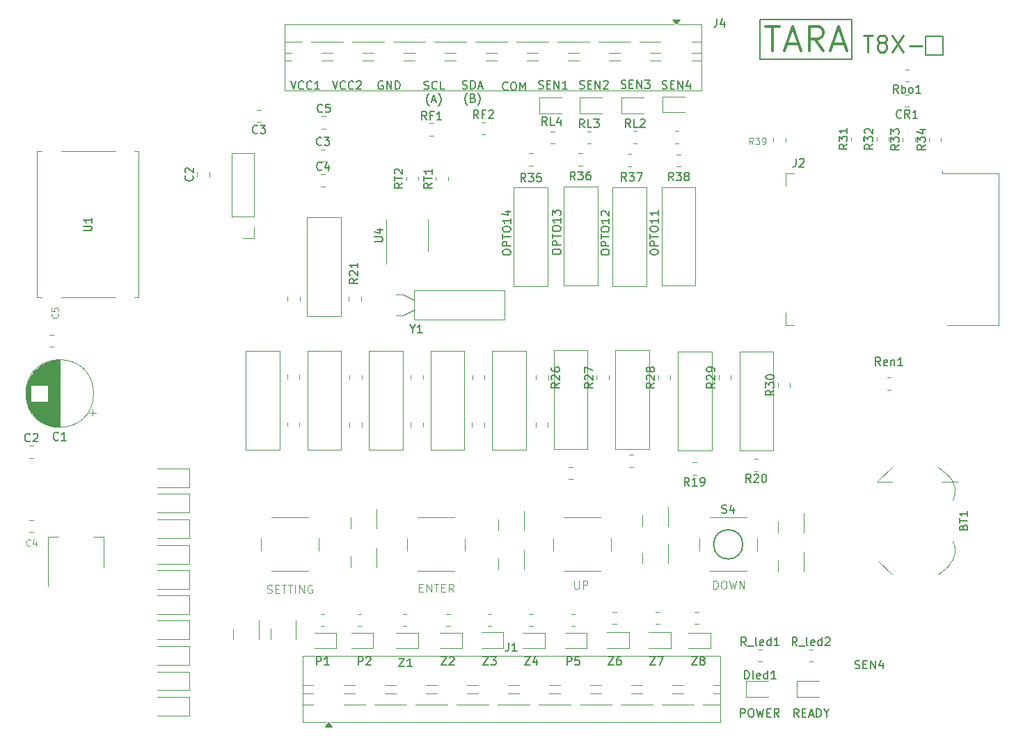
<source format=gbr>
%TF.GenerationSoftware,KiCad,Pcbnew,9.0.4*%
%TF.CreationDate,2025-10-10T10:10:13+07:00*%
%TF.ProjectId,TARA_T8X,54415241-5f54-4385-982e-6b696361645f,rev?*%
%TF.SameCoordinates,Original*%
%TF.FileFunction,Legend,Top*%
%TF.FilePolarity,Positive*%
%FSLAX46Y46*%
G04 Gerber Fmt 4.6, Leading zero omitted, Abs format (unit mm)*
G04 Created by KiCad (PCBNEW 9.0.4) date 2025-10-10 10:10:13*
%MOMM*%
%LPD*%
G01*
G04 APERTURE LIST*
%ADD10C,0.150000*%
%ADD11C,0.120000*%
%ADD12C,0.250000*%
%ADD13C,0.375000*%
G04 APERTURE END LIST*
D10*
X196420500Y-53000000D02*
X198579500Y-53000000D01*
X198579500Y-55286000D01*
X196420500Y-55286000D01*
X196420500Y-53000000D01*
X176324000Y-51000000D02*
X187500000Y-51000000D01*
X187500000Y-55826000D01*
X176324000Y-55826000D01*
X176324000Y-51000000D01*
X174202661Y-114792460D02*
G75*
G02*
X170652659Y-114792460I-1775001J0D01*
G01*
X170652659Y-114792460D02*
G75*
G02*
X174202661Y-114792460I1775001J0D01*
G01*
D11*
X153714286Y-119206379D02*
X153714286Y-120015902D01*
X153714286Y-120015902D02*
X153761905Y-120111140D01*
X153761905Y-120111140D02*
X153809524Y-120158760D01*
X153809524Y-120158760D02*
X153904762Y-120206379D01*
X153904762Y-120206379D02*
X154095238Y-120206379D01*
X154095238Y-120206379D02*
X154190476Y-120158760D01*
X154190476Y-120158760D02*
X154238095Y-120111140D01*
X154238095Y-120111140D02*
X154285714Y-120015902D01*
X154285714Y-120015902D02*
X154285714Y-119206379D01*
X154761905Y-120206379D02*
X154761905Y-119206379D01*
X154761905Y-119206379D02*
X155142857Y-119206379D01*
X155142857Y-119206379D02*
X155238095Y-119253998D01*
X155238095Y-119253998D02*
X155285714Y-119301617D01*
X155285714Y-119301617D02*
X155333333Y-119396855D01*
X155333333Y-119396855D02*
X155333333Y-119539712D01*
X155333333Y-119539712D02*
X155285714Y-119634950D01*
X155285714Y-119634950D02*
X155238095Y-119682569D01*
X155238095Y-119682569D02*
X155142857Y-119730188D01*
X155142857Y-119730188D02*
X154761905Y-119730188D01*
D10*
X132390476Y-128654819D02*
X133057142Y-128654819D01*
X133057142Y-128654819D02*
X132390476Y-129654819D01*
X132390476Y-129654819D02*
X133057142Y-129654819D01*
X133961904Y-129654819D02*
X133390476Y-129654819D01*
X133676190Y-129654819D02*
X133676190Y-128654819D01*
X133676190Y-128654819D02*
X133580952Y-128797676D01*
X133580952Y-128797676D02*
X133485714Y-128892914D01*
X133485714Y-128892914D02*
X133390476Y-128940533D01*
X124270476Y-58454819D02*
X124603809Y-59454819D01*
X124603809Y-59454819D02*
X124937142Y-58454819D01*
X125841904Y-59359580D02*
X125794285Y-59407200D01*
X125794285Y-59407200D02*
X125651428Y-59454819D01*
X125651428Y-59454819D02*
X125556190Y-59454819D01*
X125556190Y-59454819D02*
X125413333Y-59407200D01*
X125413333Y-59407200D02*
X125318095Y-59311961D01*
X125318095Y-59311961D02*
X125270476Y-59216723D01*
X125270476Y-59216723D02*
X125222857Y-59026247D01*
X125222857Y-59026247D02*
X125222857Y-58883390D01*
X125222857Y-58883390D02*
X125270476Y-58692914D01*
X125270476Y-58692914D02*
X125318095Y-58597676D01*
X125318095Y-58597676D02*
X125413333Y-58502438D01*
X125413333Y-58502438D02*
X125556190Y-58454819D01*
X125556190Y-58454819D02*
X125651428Y-58454819D01*
X125651428Y-58454819D02*
X125794285Y-58502438D01*
X125794285Y-58502438D02*
X125841904Y-58550057D01*
X126841904Y-59359580D02*
X126794285Y-59407200D01*
X126794285Y-59407200D02*
X126651428Y-59454819D01*
X126651428Y-59454819D02*
X126556190Y-59454819D01*
X126556190Y-59454819D02*
X126413333Y-59407200D01*
X126413333Y-59407200D02*
X126318095Y-59311961D01*
X126318095Y-59311961D02*
X126270476Y-59216723D01*
X126270476Y-59216723D02*
X126222857Y-59026247D01*
X126222857Y-59026247D02*
X126222857Y-58883390D01*
X126222857Y-58883390D02*
X126270476Y-58692914D01*
X126270476Y-58692914D02*
X126318095Y-58597676D01*
X126318095Y-58597676D02*
X126413333Y-58502438D01*
X126413333Y-58502438D02*
X126556190Y-58454819D01*
X126556190Y-58454819D02*
X126651428Y-58454819D01*
X126651428Y-58454819D02*
X126794285Y-58502438D01*
X126794285Y-58502438D02*
X126841904Y-58550057D01*
X127222857Y-58550057D02*
X127270476Y-58502438D01*
X127270476Y-58502438D02*
X127365714Y-58454819D01*
X127365714Y-58454819D02*
X127603809Y-58454819D01*
X127603809Y-58454819D02*
X127699047Y-58502438D01*
X127699047Y-58502438D02*
X127746666Y-58550057D01*
X127746666Y-58550057D02*
X127794285Y-58645295D01*
X127794285Y-58645295D02*
X127794285Y-58740533D01*
X127794285Y-58740533D02*
X127746666Y-58883390D01*
X127746666Y-58883390D02*
X127175238Y-59454819D01*
X127175238Y-59454819D02*
X127794285Y-59454819D01*
D11*
X134834571Y-120074569D02*
X135167904Y-120074569D01*
X135310761Y-120598379D02*
X134834571Y-120598379D01*
X134834571Y-120598379D02*
X134834571Y-119598379D01*
X134834571Y-119598379D02*
X135310761Y-119598379D01*
X135739333Y-120598379D02*
X135739333Y-119598379D01*
X135739333Y-119598379D02*
X136310761Y-120598379D01*
X136310761Y-120598379D02*
X136310761Y-119598379D01*
X136644095Y-119598379D02*
X137215523Y-119598379D01*
X136929809Y-120598379D02*
X136929809Y-119598379D01*
X137548857Y-120074569D02*
X137882190Y-120074569D01*
X138025047Y-120598379D02*
X137548857Y-120598379D01*
X137548857Y-120598379D02*
X137548857Y-119598379D01*
X137548857Y-119598379D02*
X138025047Y-119598379D01*
X139025047Y-120598379D02*
X138691714Y-120122188D01*
X138453619Y-120598379D02*
X138453619Y-119598379D01*
X138453619Y-119598379D02*
X138834571Y-119598379D01*
X138834571Y-119598379D02*
X138929809Y-119645998D01*
X138929809Y-119645998D02*
X138977428Y-119693617D01*
X138977428Y-119693617D02*
X139025047Y-119788855D01*
X139025047Y-119788855D02*
X139025047Y-119931712D01*
X139025047Y-119931712D02*
X138977428Y-120026950D01*
X138977428Y-120026950D02*
X138929809Y-120074569D01*
X138929809Y-120074569D02*
X138834571Y-120122188D01*
X138834571Y-120122188D02*
X138453619Y-120122188D01*
D12*
X188865214Y-52912238D02*
X190008071Y-52912238D01*
X189436642Y-54912238D02*
X189436642Y-52912238D01*
X190960452Y-53769380D02*
X190769976Y-53674142D01*
X190769976Y-53674142D02*
X190674738Y-53578904D01*
X190674738Y-53578904D02*
X190579500Y-53388428D01*
X190579500Y-53388428D02*
X190579500Y-53293190D01*
X190579500Y-53293190D02*
X190674738Y-53102714D01*
X190674738Y-53102714D02*
X190769976Y-53007476D01*
X190769976Y-53007476D02*
X190960452Y-52912238D01*
X190960452Y-52912238D02*
X191341405Y-52912238D01*
X191341405Y-52912238D02*
X191531881Y-53007476D01*
X191531881Y-53007476D02*
X191627119Y-53102714D01*
X191627119Y-53102714D02*
X191722357Y-53293190D01*
X191722357Y-53293190D02*
X191722357Y-53388428D01*
X191722357Y-53388428D02*
X191627119Y-53578904D01*
X191627119Y-53578904D02*
X191531881Y-53674142D01*
X191531881Y-53674142D02*
X191341405Y-53769380D01*
X191341405Y-53769380D02*
X190960452Y-53769380D01*
X190960452Y-53769380D02*
X190769976Y-53864619D01*
X190769976Y-53864619D02*
X190674738Y-53959857D01*
X190674738Y-53959857D02*
X190579500Y-54150333D01*
X190579500Y-54150333D02*
X190579500Y-54531285D01*
X190579500Y-54531285D02*
X190674738Y-54721761D01*
X190674738Y-54721761D02*
X190769976Y-54817000D01*
X190769976Y-54817000D02*
X190960452Y-54912238D01*
X190960452Y-54912238D02*
X191341405Y-54912238D01*
X191341405Y-54912238D02*
X191531881Y-54817000D01*
X191531881Y-54817000D02*
X191627119Y-54721761D01*
X191627119Y-54721761D02*
X191722357Y-54531285D01*
X191722357Y-54531285D02*
X191722357Y-54150333D01*
X191722357Y-54150333D02*
X191627119Y-53959857D01*
X191627119Y-53959857D02*
X191531881Y-53864619D01*
X191531881Y-53864619D02*
X191341405Y-53769380D01*
X192389024Y-52912238D02*
X193722357Y-54912238D01*
X193722357Y-52912238D02*
X192389024Y-54912238D01*
X194484262Y-54150333D02*
X196008072Y-54150333D01*
D10*
X173940136Y-135779279D02*
X173940136Y-134779279D01*
X173940136Y-134779279D02*
X174321088Y-134779279D01*
X174321088Y-134779279D02*
X174416326Y-134826898D01*
X174416326Y-134826898D02*
X174463945Y-134874517D01*
X174463945Y-134874517D02*
X174511564Y-134969755D01*
X174511564Y-134969755D02*
X174511564Y-135112612D01*
X174511564Y-135112612D02*
X174463945Y-135207850D01*
X174463945Y-135207850D02*
X174416326Y-135255469D01*
X174416326Y-135255469D02*
X174321088Y-135303088D01*
X174321088Y-135303088D02*
X173940136Y-135303088D01*
X175130612Y-134779279D02*
X175321088Y-134779279D01*
X175321088Y-134779279D02*
X175416326Y-134826898D01*
X175416326Y-134826898D02*
X175511564Y-134922136D01*
X175511564Y-134922136D02*
X175559183Y-135112612D01*
X175559183Y-135112612D02*
X175559183Y-135445945D01*
X175559183Y-135445945D02*
X175511564Y-135636421D01*
X175511564Y-135636421D02*
X175416326Y-135731660D01*
X175416326Y-135731660D02*
X175321088Y-135779279D01*
X175321088Y-135779279D02*
X175130612Y-135779279D01*
X175130612Y-135779279D02*
X175035374Y-135731660D01*
X175035374Y-135731660D02*
X174940136Y-135636421D01*
X174940136Y-135636421D02*
X174892517Y-135445945D01*
X174892517Y-135445945D02*
X174892517Y-135112612D01*
X174892517Y-135112612D02*
X174940136Y-134922136D01*
X174940136Y-134922136D02*
X175035374Y-134826898D01*
X175035374Y-134826898D02*
X175130612Y-134779279D01*
X175892517Y-134779279D02*
X176130612Y-135779279D01*
X176130612Y-135779279D02*
X176321088Y-135064993D01*
X176321088Y-135064993D02*
X176511564Y-135779279D01*
X176511564Y-135779279D02*
X176749660Y-134779279D01*
X177130612Y-135255469D02*
X177463945Y-135255469D01*
X177606802Y-135779279D02*
X177130612Y-135779279D01*
X177130612Y-135779279D02*
X177130612Y-134779279D01*
X177130612Y-134779279D02*
X177606802Y-134779279D01*
X178606802Y-135779279D02*
X178273469Y-135303088D01*
X178035374Y-135779279D02*
X178035374Y-134779279D01*
X178035374Y-134779279D02*
X178416326Y-134779279D01*
X178416326Y-134779279D02*
X178511564Y-134826898D01*
X178511564Y-134826898D02*
X178559183Y-134874517D01*
X178559183Y-134874517D02*
X178606802Y-134969755D01*
X178606802Y-134969755D02*
X178606802Y-135112612D01*
X178606802Y-135112612D02*
X178559183Y-135207850D01*
X178559183Y-135207850D02*
X178511564Y-135255469D01*
X178511564Y-135255469D02*
X178416326Y-135303088D01*
X178416326Y-135303088D02*
X178035374Y-135303088D01*
X152829565Y-129469279D02*
X152829565Y-128469279D01*
X152829565Y-128469279D02*
X153210517Y-128469279D01*
X153210517Y-128469279D02*
X153305755Y-128516898D01*
X153305755Y-128516898D02*
X153353374Y-128564517D01*
X153353374Y-128564517D02*
X153400993Y-128659755D01*
X153400993Y-128659755D02*
X153400993Y-128802612D01*
X153400993Y-128802612D02*
X153353374Y-128897850D01*
X153353374Y-128897850D02*
X153305755Y-128945469D01*
X153305755Y-128945469D02*
X153210517Y-128993088D01*
X153210517Y-128993088D02*
X152829565Y-128993088D01*
X154305755Y-128469279D02*
X153829565Y-128469279D01*
X153829565Y-128469279D02*
X153781946Y-128945469D01*
X153781946Y-128945469D02*
X153829565Y-128897850D01*
X153829565Y-128897850D02*
X153924803Y-128850231D01*
X153924803Y-128850231D02*
X154162898Y-128850231D01*
X154162898Y-128850231D02*
X154258136Y-128897850D01*
X154258136Y-128897850D02*
X154305755Y-128945469D01*
X154305755Y-128945469D02*
X154353374Y-129040707D01*
X154353374Y-129040707D02*
X154353374Y-129278802D01*
X154353374Y-129278802D02*
X154305755Y-129374040D01*
X154305755Y-129374040D02*
X154258136Y-129421660D01*
X154258136Y-129421660D02*
X154162898Y-129469279D01*
X154162898Y-129469279D02*
X153924803Y-129469279D01*
X153924803Y-129469279D02*
X153829565Y-129421660D01*
X153829565Y-129421660D02*
X153781946Y-129374040D01*
X137518136Y-128469279D02*
X138184802Y-128469279D01*
X138184802Y-128469279D02*
X137518136Y-129469279D01*
X137518136Y-129469279D02*
X138184802Y-129469279D01*
X138518136Y-128564517D02*
X138565755Y-128516898D01*
X138565755Y-128516898D02*
X138660993Y-128469279D01*
X138660993Y-128469279D02*
X138899088Y-128469279D01*
X138899088Y-128469279D02*
X138994326Y-128516898D01*
X138994326Y-128516898D02*
X139041945Y-128564517D01*
X139041945Y-128564517D02*
X139089564Y-128659755D01*
X139089564Y-128659755D02*
X139089564Y-128754993D01*
X139089564Y-128754993D02*
X139041945Y-128897850D01*
X139041945Y-128897850D02*
X138470517Y-129469279D01*
X138470517Y-129469279D02*
X139089564Y-129469279D01*
X167998136Y-128469279D02*
X168664802Y-128469279D01*
X168664802Y-128469279D02*
X167998136Y-129469279D01*
X167998136Y-129469279D02*
X168664802Y-129469279D01*
X169188612Y-128897850D02*
X169093374Y-128850231D01*
X169093374Y-128850231D02*
X169045755Y-128802612D01*
X169045755Y-128802612D02*
X168998136Y-128707374D01*
X168998136Y-128707374D02*
X168998136Y-128659755D01*
X168998136Y-128659755D02*
X169045755Y-128564517D01*
X169045755Y-128564517D02*
X169093374Y-128516898D01*
X169093374Y-128516898D02*
X169188612Y-128469279D01*
X169188612Y-128469279D02*
X169379088Y-128469279D01*
X169379088Y-128469279D02*
X169474326Y-128516898D01*
X169474326Y-128516898D02*
X169521945Y-128564517D01*
X169521945Y-128564517D02*
X169569564Y-128659755D01*
X169569564Y-128659755D02*
X169569564Y-128707374D01*
X169569564Y-128707374D02*
X169521945Y-128802612D01*
X169521945Y-128802612D02*
X169474326Y-128850231D01*
X169474326Y-128850231D02*
X169379088Y-128897850D01*
X169379088Y-128897850D02*
X169188612Y-128897850D01*
X169188612Y-128897850D02*
X169093374Y-128945469D01*
X169093374Y-128945469D02*
X169045755Y-128993088D01*
X169045755Y-128993088D02*
X168998136Y-129088326D01*
X168998136Y-129088326D02*
X168998136Y-129278802D01*
X168998136Y-129278802D02*
X169045755Y-129374040D01*
X169045755Y-129374040D02*
X169093374Y-129421660D01*
X169093374Y-129421660D02*
X169188612Y-129469279D01*
X169188612Y-129469279D02*
X169379088Y-129469279D01*
X169379088Y-129469279D02*
X169474326Y-129421660D01*
X169474326Y-129421660D02*
X169521945Y-129374040D01*
X169521945Y-129374040D02*
X169569564Y-129278802D01*
X169569564Y-129278802D02*
X169569564Y-129088326D01*
X169569564Y-129088326D02*
X169521945Y-128993088D01*
X169521945Y-128993088D02*
X169474326Y-128945469D01*
X169474326Y-128945469D02*
X169379088Y-128897850D01*
D13*
X176983428Y-51781357D02*
X178697714Y-51781357D01*
X177840571Y-54781357D02*
X177840571Y-51781357D01*
X179554856Y-53924214D02*
X180983428Y-53924214D01*
X179269142Y-54781357D02*
X180269142Y-51781357D01*
X180269142Y-51781357D02*
X181269142Y-54781357D01*
X183983428Y-54781357D02*
X182983428Y-53352785D01*
X182269142Y-54781357D02*
X182269142Y-51781357D01*
X182269142Y-51781357D02*
X183411999Y-51781357D01*
X183411999Y-51781357D02*
X183697714Y-51924214D01*
X183697714Y-51924214D02*
X183840571Y-52067071D01*
X183840571Y-52067071D02*
X183983428Y-52352785D01*
X183983428Y-52352785D02*
X183983428Y-52781357D01*
X183983428Y-52781357D02*
X183840571Y-53067071D01*
X183840571Y-53067071D02*
X183697714Y-53209928D01*
X183697714Y-53209928D02*
X183411999Y-53352785D01*
X183411999Y-53352785D02*
X182269142Y-53352785D01*
X185126285Y-53924214D02*
X186554857Y-53924214D01*
X184840571Y-54781357D02*
X185840571Y-51781357D01*
X185840571Y-51781357D02*
X186840571Y-54781357D01*
D10*
X149361905Y-59357200D02*
X149504762Y-59404819D01*
X149504762Y-59404819D02*
X149742857Y-59404819D01*
X149742857Y-59404819D02*
X149838095Y-59357200D01*
X149838095Y-59357200D02*
X149885714Y-59309580D01*
X149885714Y-59309580D02*
X149933333Y-59214342D01*
X149933333Y-59214342D02*
X149933333Y-59119104D01*
X149933333Y-59119104D02*
X149885714Y-59023866D01*
X149885714Y-59023866D02*
X149838095Y-58976247D01*
X149838095Y-58976247D02*
X149742857Y-58928628D01*
X149742857Y-58928628D02*
X149552381Y-58881009D01*
X149552381Y-58881009D02*
X149457143Y-58833390D01*
X149457143Y-58833390D02*
X149409524Y-58785771D01*
X149409524Y-58785771D02*
X149361905Y-58690533D01*
X149361905Y-58690533D02*
X149361905Y-58595295D01*
X149361905Y-58595295D02*
X149409524Y-58500057D01*
X149409524Y-58500057D02*
X149457143Y-58452438D01*
X149457143Y-58452438D02*
X149552381Y-58404819D01*
X149552381Y-58404819D02*
X149790476Y-58404819D01*
X149790476Y-58404819D02*
X149933333Y-58452438D01*
X150361905Y-58881009D02*
X150695238Y-58881009D01*
X150838095Y-59404819D02*
X150361905Y-59404819D01*
X150361905Y-59404819D02*
X150361905Y-58404819D01*
X150361905Y-58404819D02*
X150838095Y-58404819D01*
X151266667Y-59404819D02*
X151266667Y-58404819D01*
X151266667Y-58404819D02*
X151838095Y-59404819D01*
X151838095Y-59404819D02*
X151838095Y-58404819D01*
X152838095Y-59404819D02*
X152266667Y-59404819D01*
X152552381Y-59404819D02*
X152552381Y-58404819D01*
X152552381Y-58404819D02*
X152457143Y-58547676D01*
X152457143Y-58547676D02*
X152361905Y-58642914D01*
X152361905Y-58642914D02*
X152266667Y-58690533D01*
X140105714Y-59364228D02*
X140248571Y-59411847D01*
X140248571Y-59411847D02*
X140486666Y-59411847D01*
X140486666Y-59411847D02*
X140581904Y-59364228D01*
X140581904Y-59364228D02*
X140629523Y-59316608D01*
X140629523Y-59316608D02*
X140677142Y-59221370D01*
X140677142Y-59221370D02*
X140677142Y-59126132D01*
X140677142Y-59126132D02*
X140629523Y-59030894D01*
X140629523Y-59030894D02*
X140581904Y-58983275D01*
X140581904Y-58983275D02*
X140486666Y-58935656D01*
X140486666Y-58935656D02*
X140296190Y-58888037D01*
X140296190Y-58888037D02*
X140200952Y-58840418D01*
X140200952Y-58840418D02*
X140153333Y-58792799D01*
X140153333Y-58792799D02*
X140105714Y-58697561D01*
X140105714Y-58697561D02*
X140105714Y-58602323D01*
X140105714Y-58602323D02*
X140153333Y-58507085D01*
X140153333Y-58507085D02*
X140200952Y-58459466D01*
X140200952Y-58459466D02*
X140296190Y-58411847D01*
X140296190Y-58411847D02*
X140534285Y-58411847D01*
X140534285Y-58411847D02*
X140677142Y-58459466D01*
X141105714Y-59411847D02*
X141105714Y-58411847D01*
X141105714Y-58411847D02*
X141343809Y-58411847D01*
X141343809Y-58411847D02*
X141486666Y-58459466D01*
X141486666Y-58459466D02*
X141581904Y-58554704D01*
X141581904Y-58554704D02*
X141629523Y-58649942D01*
X141629523Y-58649942D02*
X141677142Y-58840418D01*
X141677142Y-58840418D02*
X141677142Y-58983275D01*
X141677142Y-58983275D02*
X141629523Y-59173751D01*
X141629523Y-59173751D02*
X141581904Y-59268989D01*
X141581904Y-59268989D02*
X141486666Y-59364228D01*
X141486666Y-59364228D02*
X141343809Y-59411847D01*
X141343809Y-59411847D02*
X141105714Y-59411847D01*
X142058095Y-59126132D02*
X142534285Y-59126132D01*
X141962857Y-59411847D02*
X142296190Y-58411847D01*
X142296190Y-58411847D02*
X142629523Y-59411847D01*
X140677142Y-61402743D02*
X140629523Y-61355124D01*
X140629523Y-61355124D02*
X140534285Y-61212267D01*
X140534285Y-61212267D02*
X140486666Y-61117029D01*
X140486666Y-61117029D02*
X140439047Y-60974172D01*
X140439047Y-60974172D02*
X140391428Y-60736076D01*
X140391428Y-60736076D02*
X140391428Y-60545600D01*
X140391428Y-60545600D02*
X140439047Y-60307505D01*
X140439047Y-60307505D02*
X140486666Y-60164648D01*
X140486666Y-60164648D02*
X140534285Y-60069410D01*
X140534285Y-60069410D02*
X140629523Y-59926552D01*
X140629523Y-59926552D02*
X140677142Y-59878933D01*
X141391428Y-60497981D02*
X141534285Y-60545600D01*
X141534285Y-60545600D02*
X141581904Y-60593219D01*
X141581904Y-60593219D02*
X141629523Y-60688457D01*
X141629523Y-60688457D02*
X141629523Y-60831314D01*
X141629523Y-60831314D02*
X141581904Y-60926552D01*
X141581904Y-60926552D02*
X141534285Y-60974172D01*
X141534285Y-60974172D02*
X141439047Y-61021791D01*
X141439047Y-61021791D02*
X141058095Y-61021791D01*
X141058095Y-61021791D02*
X141058095Y-60021791D01*
X141058095Y-60021791D02*
X141391428Y-60021791D01*
X141391428Y-60021791D02*
X141486666Y-60069410D01*
X141486666Y-60069410D02*
X141534285Y-60117029D01*
X141534285Y-60117029D02*
X141581904Y-60212267D01*
X141581904Y-60212267D02*
X141581904Y-60307505D01*
X141581904Y-60307505D02*
X141534285Y-60402743D01*
X141534285Y-60402743D02*
X141486666Y-60450362D01*
X141486666Y-60450362D02*
X141391428Y-60497981D01*
X141391428Y-60497981D02*
X141058095Y-60497981D01*
X141962857Y-61402743D02*
X142010476Y-61355124D01*
X142010476Y-61355124D02*
X142105714Y-61212267D01*
X142105714Y-61212267D02*
X142153333Y-61117029D01*
X142153333Y-61117029D02*
X142200952Y-60974172D01*
X142200952Y-60974172D02*
X142248571Y-60736076D01*
X142248571Y-60736076D02*
X142248571Y-60545600D01*
X142248571Y-60545600D02*
X142200952Y-60307505D01*
X142200952Y-60307505D02*
X142153333Y-60164648D01*
X142153333Y-60164648D02*
X142105714Y-60069410D01*
X142105714Y-60069410D02*
X142010476Y-59926552D01*
X142010476Y-59926552D02*
X141962857Y-59878933D01*
X130398095Y-58502438D02*
X130302857Y-58454819D01*
X130302857Y-58454819D02*
X130160000Y-58454819D01*
X130160000Y-58454819D02*
X130017143Y-58502438D01*
X130017143Y-58502438D02*
X129921905Y-58597676D01*
X129921905Y-58597676D02*
X129874286Y-58692914D01*
X129874286Y-58692914D02*
X129826667Y-58883390D01*
X129826667Y-58883390D02*
X129826667Y-59026247D01*
X129826667Y-59026247D02*
X129874286Y-59216723D01*
X129874286Y-59216723D02*
X129921905Y-59311961D01*
X129921905Y-59311961D02*
X130017143Y-59407200D01*
X130017143Y-59407200D02*
X130160000Y-59454819D01*
X130160000Y-59454819D02*
X130255238Y-59454819D01*
X130255238Y-59454819D02*
X130398095Y-59407200D01*
X130398095Y-59407200D02*
X130445714Y-59359580D01*
X130445714Y-59359580D02*
X130445714Y-59026247D01*
X130445714Y-59026247D02*
X130255238Y-59026247D01*
X130874286Y-59454819D02*
X130874286Y-58454819D01*
X130874286Y-58454819D02*
X131445714Y-59454819D01*
X131445714Y-59454819D02*
X131445714Y-58454819D01*
X131921905Y-59454819D02*
X131921905Y-58454819D01*
X131921905Y-58454819D02*
X132160000Y-58454819D01*
X132160000Y-58454819D02*
X132302857Y-58502438D01*
X132302857Y-58502438D02*
X132398095Y-58597676D01*
X132398095Y-58597676D02*
X132445714Y-58692914D01*
X132445714Y-58692914D02*
X132493333Y-58883390D01*
X132493333Y-58883390D02*
X132493333Y-59026247D01*
X132493333Y-59026247D02*
X132445714Y-59216723D01*
X132445714Y-59216723D02*
X132398095Y-59311961D01*
X132398095Y-59311961D02*
X132302857Y-59407200D01*
X132302857Y-59407200D02*
X132160000Y-59454819D01*
X132160000Y-59454819D02*
X131921905Y-59454819D01*
D11*
X170619048Y-120206379D02*
X170619048Y-119206379D01*
X170619048Y-119206379D02*
X170857143Y-119206379D01*
X170857143Y-119206379D02*
X171000000Y-119253998D01*
X171000000Y-119253998D02*
X171095238Y-119349236D01*
X171095238Y-119349236D02*
X171142857Y-119444474D01*
X171142857Y-119444474D02*
X171190476Y-119634950D01*
X171190476Y-119634950D02*
X171190476Y-119777807D01*
X171190476Y-119777807D02*
X171142857Y-119968283D01*
X171142857Y-119968283D02*
X171095238Y-120063521D01*
X171095238Y-120063521D02*
X171000000Y-120158760D01*
X171000000Y-120158760D02*
X170857143Y-120206379D01*
X170857143Y-120206379D02*
X170619048Y-120206379D01*
X171809524Y-119206379D02*
X172000000Y-119206379D01*
X172000000Y-119206379D02*
X172095238Y-119253998D01*
X172095238Y-119253998D02*
X172190476Y-119349236D01*
X172190476Y-119349236D02*
X172238095Y-119539712D01*
X172238095Y-119539712D02*
X172238095Y-119873045D01*
X172238095Y-119873045D02*
X172190476Y-120063521D01*
X172190476Y-120063521D02*
X172095238Y-120158760D01*
X172095238Y-120158760D02*
X172000000Y-120206379D01*
X172000000Y-120206379D02*
X171809524Y-120206379D01*
X171809524Y-120206379D02*
X171714286Y-120158760D01*
X171714286Y-120158760D02*
X171619048Y-120063521D01*
X171619048Y-120063521D02*
X171571429Y-119873045D01*
X171571429Y-119873045D02*
X171571429Y-119539712D01*
X171571429Y-119539712D02*
X171619048Y-119349236D01*
X171619048Y-119349236D02*
X171714286Y-119253998D01*
X171714286Y-119253998D02*
X171809524Y-119206379D01*
X172571429Y-119206379D02*
X172809524Y-120206379D01*
X172809524Y-120206379D02*
X173000000Y-119492093D01*
X173000000Y-119492093D02*
X173190476Y-120206379D01*
X173190476Y-120206379D02*
X173428572Y-119206379D01*
X173809524Y-120206379D02*
X173809524Y-119206379D01*
X173809524Y-119206379D02*
X174380952Y-120206379D01*
X174380952Y-120206379D02*
X174380952Y-119206379D01*
D10*
X135430476Y-59426228D02*
X135573333Y-59473847D01*
X135573333Y-59473847D02*
X135811428Y-59473847D01*
X135811428Y-59473847D02*
X135906666Y-59426228D01*
X135906666Y-59426228D02*
X135954285Y-59378608D01*
X135954285Y-59378608D02*
X136001904Y-59283370D01*
X136001904Y-59283370D02*
X136001904Y-59188132D01*
X136001904Y-59188132D02*
X135954285Y-59092894D01*
X135954285Y-59092894D02*
X135906666Y-59045275D01*
X135906666Y-59045275D02*
X135811428Y-58997656D01*
X135811428Y-58997656D02*
X135620952Y-58950037D01*
X135620952Y-58950037D02*
X135525714Y-58902418D01*
X135525714Y-58902418D02*
X135478095Y-58854799D01*
X135478095Y-58854799D02*
X135430476Y-58759561D01*
X135430476Y-58759561D02*
X135430476Y-58664323D01*
X135430476Y-58664323D02*
X135478095Y-58569085D01*
X135478095Y-58569085D02*
X135525714Y-58521466D01*
X135525714Y-58521466D02*
X135620952Y-58473847D01*
X135620952Y-58473847D02*
X135859047Y-58473847D01*
X135859047Y-58473847D02*
X136001904Y-58521466D01*
X137001904Y-59378608D02*
X136954285Y-59426228D01*
X136954285Y-59426228D02*
X136811428Y-59473847D01*
X136811428Y-59473847D02*
X136716190Y-59473847D01*
X136716190Y-59473847D02*
X136573333Y-59426228D01*
X136573333Y-59426228D02*
X136478095Y-59330989D01*
X136478095Y-59330989D02*
X136430476Y-59235751D01*
X136430476Y-59235751D02*
X136382857Y-59045275D01*
X136382857Y-59045275D02*
X136382857Y-58902418D01*
X136382857Y-58902418D02*
X136430476Y-58711942D01*
X136430476Y-58711942D02*
X136478095Y-58616704D01*
X136478095Y-58616704D02*
X136573333Y-58521466D01*
X136573333Y-58521466D02*
X136716190Y-58473847D01*
X136716190Y-58473847D02*
X136811428Y-58473847D01*
X136811428Y-58473847D02*
X136954285Y-58521466D01*
X136954285Y-58521466D02*
X137001904Y-58569085D01*
X137906666Y-59473847D02*
X137430476Y-59473847D01*
X137430476Y-59473847D02*
X137430476Y-58473847D01*
X136049523Y-61464743D02*
X136001904Y-61417124D01*
X136001904Y-61417124D02*
X135906666Y-61274267D01*
X135906666Y-61274267D02*
X135859047Y-61179029D01*
X135859047Y-61179029D02*
X135811428Y-61036172D01*
X135811428Y-61036172D02*
X135763809Y-60798076D01*
X135763809Y-60798076D02*
X135763809Y-60607600D01*
X135763809Y-60607600D02*
X135811428Y-60369505D01*
X135811428Y-60369505D02*
X135859047Y-60226648D01*
X135859047Y-60226648D02*
X135906666Y-60131410D01*
X135906666Y-60131410D02*
X136001904Y-59988552D01*
X136001904Y-59988552D02*
X136049523Y-59940933D01*
X136382857Y-60798076D02*
X136859047Y-60798076D01*
X136287619Y-61083791D02*
X136620952Y-60083791D01*
X136620952Y-60083791D02*
X136954285Y-61083791D01*
X137192381Y-61464743D02*
X137240000Y-61417124D01*
X137240000Y-61417124D02*
X137335238Y-61274267D01*
X137335238Y-61274267D02*
X137382857Y-61179029D01*
X137382857Y-61179029D02*
X137430476Y-61036172D01*
X137430476Y-61036172D02*
X137478095Y-60798076D01*
X137478095Y-60798076D02*
X137478095Y-60607600D01*
X137478095Y-60607600D02*
X137430476Y-60369505D01*
X137430476Y-60369505D02*
X137382857Y-60226648D01*
X137382857Y-60226648D02*
X137335238Y-60131410D01*
X137335238Y-60131410D02*
X137240000Y-59988552D01*
X137240000Y-59988552D02*
X137192381Y-59940933D01*
X162918136Y-128469279D02*
X163584802Y-128469279D01*
X163584802Y-128469279D02*
X162918136Y-129469279D01*
X162918136Y-129469279D02*
X163584802Y-129469279D01*
X163870517Y-128469279D02*
X164537183Y-128469279D01*
X164537183Y-128469279D02*
X164108612Y-129469279D01*
D11*
X116325755Y-120677760D02*
X116468612Y-120725379D01*
X116468612Y-120725379D02*
X116706707Y-120725379D01*
X116706707Y-120725379D02*
X116801945Y-120677760D01*
X116801945Y-120677760D02*
X116849564Y-120630140D01*
X116849564Y-120630140D02*
X116897183Y-120534902D01*
X116897183Y-120534902D02*
X116897183Y-120439664D01*
X116897183Y-120439664D02*
X116849564Y-120344426D01*
X116849564Y-120344426D02*
X116801945Y-120296807D01*
X116801945Y-120296807D02*
X116706707Y-120249188D01*
X116706707Y-120249188D02*
X116516231Y-120201569D01*
X116516231Y-120201569D02*
X116420993Y-120153950D01*
X116420993Y-120153950D02*
X116373374Y-120106331D01*
X116373374Y-120106331D02*
X116325755Y-120011093D01*
X116325755Y-120011093D02*
X116325755Y-119915855D01*
X116325755Y-119915855D02*
X116373374Y-119820617D01*
X116373374Y-119820617D02*
X116420993Y-119772998D01*
X116420993Y-119772998D02*
X116516231Y-119725379D01*
X116516231Y-119725379D02*
X116754326Y-119725379D01*
X116754326Y-119725379D02*
X116897183Y-119772998D01*
X117325755Y-120201569D02*
X117659088Y-120201569D01*
X117801945Y-120725379D02*
X117325755Y-120725379D01*
X117325755Y-120725379D02*
X117325755Y-119725379D01*
X117325755Y-119725379D02*
X117801945Y-119725379D01*
X118087660Y-119725379D02*
X118659088Y-119725379D01*
X118373374Y-120725379D02*
X118373374Y-119725379D01*
X118849565Y-119725379D02*
X119420993Y-119725379D01*
X119135279Y-120725379D02*
X119135279Y-119725379D01*
X119754327Y-120725379D02*
X119754327Y-119725379D01*
X120230517Y-120725379D02*
X120230517Y-119725379D01*
X120230517Y-119725379D02*
X120801945Y-120725379D01*
X120801945Y-120725379D02*
X120801945Y-119725379D01*
X121801945Y-119772998D02*
X121706707Y-119725379D01*
X121706707Y-119725379D02*
X121563850Y-119725379D01*
X121563850Y-119725379D02*
X121420993Y-119772998D01*
X121420993Y-119772998D02*
X121325755Y-119868236D01*
X121325755Y-119868236D02*
X121278136Y-119963474D01*
X121278136Y-119963474D02*
X121230517Y-120153950D01*
X121230517Y-120153950D02*
X121230517Y-120296807D01*
X121230517Y-120296807D02*
X121278136Y-120487283D01*
X121278136Y-120487283D02*
X121325755Y-120582521D01*
X121325755Y-120582521D02*
X121420993Y-120677760D01*
X121420993Y-120677760D02*
X121563850Y-120725379D01*
X121563850Y-120725379D02*
X121659088Y-120725379D01*
X121659088Y-120725379D02*
X121801945Y-120677760D01*
X121801945Y-120677760D02*
X121849564Y-120630140D01*
X121849564Y-120630140D02*
X121849564Y-120296807D01*
X121849564Y-120296807D02*
X121659088Y-120296807D01*
D10*
X157838136Y-128469279D02*
X158504802Y-128469279D01*
X158504802Y-128469279D02*
X157838136Y-129469279D01*
X157838136Y-129469279D02*
X158504802Y-129469279D01*
X159314326Y-128469279D02*
X159123850Y-128469279D01*
X159123850Y-128469279D02*
X159028612Y-128516898D01*
X159028612Y-128516898D02*
X158980993Y-128564517D01*
X158980993Y-128564517D02*
X158885755Y-128707374D01*
X158885755Y-128707374D02*
X158838136Y-128897850D01*
X158838136Y-128897850D02*
X158838136Y-129278802D01*
X158838136Y-129278802D02*
X158885755Y-129374040D01*
X158885755Y-129374040D02*
X158933374Y-129421660D01*
X158933374Y-129421660D02*
X159028612Y-129469279D01*
X159028612Y-129469279D02*
X159219088Y-129469279D01*
X159219088Y-129469279D02*
X159314326Y-129421660D01*
X159314326Y-129421660D02*
X159361945Y-129374040D01*
X159361945Y-129374040D02*
X159409564Y-129278802D01*
X159409564Y-129278802D02*
X159409564Y-129040707D01*
X159409564Y-129040707D02*
X159361945Y-128945469D01*
X159361945Y-128945469D02*
X159314326Y-128897850D01*
X159314326Y-128897850D02*
X159219088Y-128850231D01*
X159219088Y-128850231D02*
X159028612Y-128850231D01*
X159028612Y-128850231D02*
X158933374Y-128897850D01*
X158933374Y-128897850D02*
X158885755Y-128945469D01*
X158885755Y-128945469D02*
X158838136Y-129040707D01*
X127429565Y-129469279D02*
X127429565Y-128469279D01*
X127429565Y-128469279D02*
X127810517Y-128469279D01*
X127810517Y-128469279D02*
X127905755Y-128516898D01*
X127905755Y-128516898D02*
X127953374Y-128564517D01*
X127953374Y-128564517D02*
X128000993Y-128659755D01*
X128000993Y-128659755D02*
X128000993Y-128802612D01*
X128000993Y-128802612D02*
X127953374Y-128897850D01*
X127953374Y-128897850D02*
X127905755Y-128945469D01*
X127905755Y-128945469D02*
X127810517Y-128993088D01*
X127810517Y-128993088D02*
X127429565Y-128993088D01*
X128381946Y-128564517D02*
X128429565Y-128516898D01*
X128429565Y-128516898D02*
X128524803Y-128469279D01*
X128524803Y-128469279D02*
X128762898Y-128469279D01*
X128762898Y-128469279D02*
X128858136Y-128516898D01*
X128858136Y-128516898D02*
X128905755Y-128564517D01*
X128905755Y-128564517D02*
X128953374Y-128659755D01*
X128953374Y-128659755D02*
X128953374Y-128754993D01*
X128953374Y-128754993D02*
X128905755Y-128897850D01*
X128905755Y-128897850D02*
X128334327Y-129469279D01*
X128334327Y-129469279D02*
X128953374Y-129469279D01*
X154361905Y-59357200D02*
X154504762Y-59404819D01*
X154504762Y-59404819D02*
X154742857Y-59404819D01*
X154742857Y-59404819D02*
X154838095Y-59357200D01*
X154838095Y-59357200D02*
X154885714Y-59309580D01*
X154885714Y-59309580D02*
X154933333Y-59214342D01*
X154933333Y-59214342D02*
X154933333Y-59119104D01*
X154933333Y-59119104D02*
X154885714Y-59023866D01*
X154885714Y-59023866D02*
X154838095Y-58976247D01*
X154838095Y-58976247D02*
X154742857Y-58928628D01*
X154742857Y-58928628D02*
X154552381Y-58881009D01*
X154552381Y-58881009D02*
X154457143Y-58833390D01*
X154457143Y-58833390D02*
X154409524Y-58785771D01*
X154409524Y-58785771D02*
X154361905Y-58690533D01*
X154361905Y-58690533D02*
X154361905Y-58595295D01*
X154361905Y-58595295D02*
X154409524Y-58500057D01*
X154409524Y-58500057D02*
X154457143Y-58452438D01*
X154457143Y-58452438D02*
X154552381Y-58404819D01*
X154552381Y-58404819D02*
X154790476Y-58404819D01*
X154790476Y-58404819D02*
X154933333Y-58452438D01*
X155361905Y-58881009D02*
X155695238Y-58881009D01*
X155838095Y-59404819D02*
X155361905Y-59404819D01*
X155361905Y-59404819D02*
X155361905Y-58404819D01*
X155361905Y-58404819D02*
X155838095Y-58404819D01*
X156266667Y-59404819D02*
X156266667Y-58404819D01*
X156266667Y-58404819D02*
X156838095Y-59404819D01*
X156838095Y-59404819D02*
X156838095Y-58404819D01*
X157266667Y-58500057D02*
X157314286Y-58452438D01*
X157314286Y-58452438D02*
X157409524Y-58404819D01*
X157409524Y-58404819D02*
X157647619Y-58404819D01*
X157647619Y-58404819D02*
X157742857Y-58452438D01*
X157742857Y-58452438D02*
X157790476Y-58500057D01*
X157790476Y-58500057D02*
X157838095Y-58595295D01*
X157838095Y-58595295D02*
X157838095Y-58690533D01*
X157838095Y-58690533D02*
X157790476Y-58833390D01*
X157790476Y-58833390D02*
X157219048Y-59404819D01*
X157219048Y-59404819D02*
X157838095Y-59404819D01*
X180999659Y-135804279D02*
X180666326Y-135328088D01*
X180428231Y-135804279D02*
X180428231Y-134804279D01*
X180428231Y-134804279D02*
X180809183Y-134804279D01*
X180809183Y-134804279D02*
X180904421Y-134851898D01*
X180904421Y-134851898D02*
X180952040Y-134899517D01*
X180952040Y-134899517D02*
X180999659Y-134994755D01*
X180999659Y-134994755D02*
X180999659Y-135137612D01*
X180999659Y-135137612D02*
X180952040Y-135232850D01*
X180952040Y-135232850D02*
X180904421Y-135280469D01*
X180904421Y-135280469D02*
X180809183Y-135328088D01*
X180809183Y-135328088D02*
X180428231Y-135328088D01*
X181428231Y-135280469D02*
X181761564Y-135280469D01*
X181904421Y-135804279D02*
X181428231Y-135804279D01*
X181428231Y-135804279D02*
X181428231Y-134804279D01*
X181428231Y-134804279D02*
X181904421Y-134804279D01*
X182285374Y-135518564D02*
X182761564Y-135518564D01*
X182190136Y-135804279D02*
X182523469Y-134804279D01*
X182523469Y-134804279D02*
X182856802Y-135804279D01*
X183190136Y-135804279D02*
X183190136Y-134804279D01*
X183190136Y-134804279D02*
X183428231Y-134804279D01*
X183428231Y-134804279D02*
X183571088Y-134851898D01*
X183571088Y-134851898D02*
X183666326Y-134947136D01*
X183666326Y-134947136D02*
X183713945Y-135042374D01*
X183713945Y-135042374D02*
X183761564Y-135232850D01*
X183761564Y-135232850D02*
X183761564Y-135375707D01*
X183761564Y-135375707D02*
X183713945Y-135566183D01*
X183713945Y-135566183D02*
X183666326Y-135661421D01*
X183666326Y-135661421D02*
X183571088Y-135756660D01*
X183571088Y-135756660D02*
X183428231Y-135804279D01*
X183428231Y-135804279D02*
X183190136Y-135804279D01*
X184380612Y-135328088D02*
X184380612Y-135804279D01*
X184047279Y-134804279D02*
X184380612Y-135328088D01*
X184380612Y-135328088D02*
X184713945Y-134804279D01*
X187861905Y-129857200D02*
X188004762Y-129904819D01*
X188004762Y-129904819D02*
X188242857Y-129904819D01*
X188242857Y-129904819D02*
X188338095Y-129857200D01*
X188338095Y-129857200D02*
X188385714Y-129809580D01*
X188385714Y-129809580D02*
X188433333Y-129714342D01*
X188433333Y-129714342D02*
X188433333Y-129619104D01*
X188433333Y-129619104D02*
X188385714Y-129523866D01*
X188385714Y-129523866D02*
X188338095Y-129476247D01*
X188338095Y-129476247D02*
X188242857Y-129428628D01*
X188242857Y-129428628D02*
X188052381Y-129381009D01*
X188052381Y-129381009D02*
X187957143Y-129333390D01*
X187957143Y-129333390D02*
X187909524Y-129285771D01*
X187909524Y-129285771D02*
X187861905Y-129190533D01*
X187861905Y-129190533D02*
X187861905Y-129095295D01*
X187861905Y-129095295D02*
X187909524Y-129000057D01*
X187909524Y-129000057D02*
X187957143Y-128952438D01*
X187957143Y-128952438D02*
X188052381Y-128904819D01*
X188052381Y-128904819D02*
X188290476Y-128904819D01*
X188290476Y-128904819D02*
X188433333Y-128952438D01*
X188861905Y-129381009D02*
X189195238Y-129381009D01*
X189338095Y-129904819D02*
X188861905Y-129904819D01*
X188861905Y-129904819D02*
X188861905Y-128904819D01*
X188861905Y-128904819D02*
X189338095Y-128904819D01*
X189766667Y-129904819D02*
X189766667Y-128904819D01*
X189766667Y-128904819D02*
X190338095Y-129904819D01*
X190338095Y-129904819D02*
X190338095Y-128904819D01*
X191242857Y-129238152D02*
X191242857Y-129904819D01*
X191004762Y-128857200D02*
X190766667Y-129571485D01*
X190766667Y-129571485D02*
X191385714Y-129571485D01*
X122349565Y-129469279D02*
X122349565Y-128469279D01*
X122349565Y-128469279D02*
X122730517Y-128469279D01*
X122730517Y-128469279D02*
X122825755Y-128516898D01*
X122825755Y-128516898D02*
X122873374Y-128564517D01*
X122873374Y-128564517D02*
X122920993Y-128659755D01*
X122920993Y-128659755D02*
X122920993Y-128802612D01*
X122920993Y-128802612D02*
X122873374Y-128897850D01*
X122873374Y-128897850D02*
X122825755Y-128945469D01*
X122825755Y-128945469D02*
X122730517Y-128993088D01*
X122730517Y-128993088D02*
X122349565Y-128993088D01*
X123873374Y-129469279D02*
X123301946Y-129469279D01*
X123587660Y-129469279D02*
X123587660Y-128469279D01*
X123587660Y-128469279D02*
X123492422Y-128612136D01*
X123492422Y-128612136D02*
X123397184Y-128707374D01*
X123397184Y-128707374D02*
X123301946Y-128754993D01*
X159411905Y-59307200D02*
X159554762Y-59354819D01*
X159554762Y-59354819D02*
X159792857Y-59354819D01*
X159792857Y-59354819D02*
X159888095Y-59307200D01*
X159888095Y-59307200D02*
X159935714Y-59259580D01*
X159935714Y-59259580D02*
X159983333Y-59164342D01*
X159983333Y-59164342D02*
X159983333Y-59069104D01*
X159983333Y-59069104D02*
X159935714Y-58973866D01*
X159935714Y-58973866D02*
X159888095Y-58926247D01*
X159888095Y-58926247D02*
X159792857Y-58878628D01*
X159792857Y-58878628D02*
X159602381Y-58831009D01*
X159602381Y-58831009D02*
X159507143Y-58783390D01*
X159507143Y-58783390D02*
X159459524Y-58735771D01*
X159459524Y-58735771D02*
X159411905Y-58640533D01*
X159411905Y-58640533D02*
X159411905Y-58545295D01*
X159411905Y-58545295D02*
X159459524Y-58450057D01*
X159459524Y-58450057D02*
X159507143Y-58402438D01*
X159507143Y-58402438D02*
X159602381Y-58354819D01*
X159602381Y-58354819D02*
X159840476Y-58354819D01*
X159840476Y-58354819D02*
X159983333Y-58402438D01*
X160411905Y-58831009D02*
X160745238Y-58831009D01*
X160888095Y-59354819D02*
X160411905Y-59354819D01*
X160411905Y-59354819D02*
X160411905Y-58354819D01*
X160411905Y-58354819D02*
X160888095Y-58354819D01*
X161316667Y-59354819D02*
X161316667Y-58354819D01*
X161316667Y-58354819D02*
X161888095Y-59354819D01*
X161888095Y-59354819D02*
X161888095Y-58354819D01*
X162269048Y-58354819D02*
X162888095Y-58354819D01*
X162888095Y-58354819D02*
X162554762Y-58735771D01*
X162554762Y-58735771D02*
X162697619Y-58735771D01*
X162697619Y-58735771D02*
X162792857Y-58783390D01*
X162792857Y-58783390D02*
X162840476Y-58831009D01*
X162840476Y-58831009D02*
X162888095Y-58926247D01*
X162888095Y-58926247D02*
X162888095Y-59164342D01*
X162888095Y-59164342D02*
X162840476Y-59259580D01*
X162840476Y-59259580D02*
X162792857Y-59307200D01*
X162792857Y-59307200D02*
X162697619Y-59354819D01*
X162697619Y-59354819D02*
X162411905Y-59354819D01*
X162411905Y-59354819D02*
X162316667Y-59307200D01*
X162316667Y-59307200D02*
X162269048Y-59259580D01*
X164411905Y-59357200D02*
X164554762Y-59404819D01*
X164554762Y-59404819D02*
X164792857Y-59404819D01*
X164792857Y-59404819D02*
X164888095Y-59357200D01*
X164888095Y-59357200D02*
X164935714Y-59309580D01*
X164935714Y-59309580D02*
X164983333Y-59214342D01*
X164983333Y-59214342D02*
X164983333Y-59119104D01*
X164983333Y-59119104D02*
X164935714Y-59023866D01*
X164935714Y-59023866D02*
X164888095Y-58976247D01*
X164888095Y-58976247D02*
X164792857Y-58928628D01*
X164792857Y-58928628D02*
X164602381Y-58881009D01*
X164602381Y-58881009D02*
X164507143Y-58833390D01*
X164507143Y-58833390D02*
X164459524Y-58785771D01*
X164459524Y-58785771D02*
X164411905Y-58690533D01*
X164411905Y-58690533D02*
X164411905Y-58595295D01*
X164411905Y-58595295D02*
X164459524Y-58500057D01*
X164459524Y-58500057D02*
X164507143Y-58452438D01*
X164507143Y-58452438D02*
X164602381Y-58404819D01*
X164602381Y-58404819D02*
X164840476Y-58404819D01*
X164840476Y-58404819D02*
X164983333Y-58452438D01*
X165411905Y-58881009D02*
X165745238Y-58881009D01*
X165888095Y-59404819D02*
X165411905Y-59404819D01*
X165411905Y-59404819D02*
X165411905Y-58404819D01*
X165411905Y-58404819D02*
X165888095Y-58404819D01*
X166316667Y-59404819D02*
X166316667Y-58404819D01*
X166316667Y-58404819D02*
X166888095Y-59404819D01*
X166888095Y-59404819D02*
X166888095Y-58404819D01*
X167792857Y-58738152D02*
X167792857Y-59404819D01*
X167554762Y-58357200D02*
X167316667Y-59071485D01*
X167316667Y-59071485D02*
X167935714Y-59071485D01*
X119190476Y-58454819D02*
X119523809Y-59454819D01*
X119523809Y-59454819D02*
X119857142Y-58454819D01*
X120761904Y-59359580D02*
X120714285Y-59407200D01*
X120714285Y-59407200D02*
X120571428Y-59454819D01*
X120571428Y-59454819D02*
X120476190Y-59454819D01*
X120476190Y-59454819D02*
X120333333Y-59407200D01*
X120333333Y-59407200D02*
X120238095Y-59311961D01*
X120238095Y-59311961D02*
X120190476Y-59216723D01*
X120190476Y-59216723D02*
X120142857Y-59026247D01*
X120142857Y-59026247D02*
X120142857Y-58883390D01*
X120142857Y-58883390D02*
X120190476Y-58692914D01*
X120190476Y-58692914D02*
X120238095Y-58597676D01*
X120238095Y-58597676D02*
X120333333Y-58502438D01*
X120333333Y-58502438D02*
X120476190Y-58454819D01*
X120476190Y-58454819D02*
X120571428Y-58454819D01*
X120571428Y-58454819D02*
X120714285Y-58502438D01*
X120714285Y-58502438D02*
X120761904Y-58550057D01*
X121761904Y-59359580D02*
X121714285Y-59407200D01*
X121714285Y-59407200D02*
X121571428Y-59454819D01*
X121571428Y-59454819D02*
X121476190Y-59454819D01*
X121476190Y-59454819D02*
X121333333Y-59407200D01*
X121333333Y-59407200D02*
X121238095Y-59311961D01*
X121238095Y-59311961D02*
X121190476Y-59216723D01*
X121190476Y-59216723D02*
X121142857Y-59026247D01*
X121142857Y-59026247D02*
X121142857Y-58883390D01*
X121142857Y-58883390D02*
X121190476Y-58692914D01*
X121190476Y-58692914D02*
X121238095Y-58597676D01*
X121238095Y-58597676D02*
X121333333Y-58502438D01*
X121333333Y-58502438D02*
X121476190Y-58454819D01*
X121476190Y-58454819D02*
X121571428Y-58454819D01*
X121571428Y-58454819D02*
X121714285Y-58502438D01*
X121714285Y-58502438D02*
X121761904Y-58550057D01*
X122714285Y-59454819D02*
X122142857Y-59454819D01*
X122428571Y-59454819D02*
X122428571Y-58454819D01*
X122428571Y-58454819D02*
X122333333Y-58597676D01*
X122333333Y-58597676D02*
X122238095Y-58692914D01*
X122238095Y-58692914D02*
X122142857Y-58740533D01*
X142598136Y-128469279D02*
X143264802Y-128469279D01*
X143264802Y-128469279D02*
X142598136Y-129469279D01*
X142598136Y-129469279D02*
X143264802Y-129469279D01*
X143550517Y-128469279D02*
X144169564Y-128469279D01*
X144169564Y-128469279D02*
X143836231Y-128850231D01*
X143836231Y-128850231D02*
X143979088Y-128850231D01*
X143979088Y-128850231D02*
X144074326Y-128897850D01*
X144074326Y-128897850D02*
X144121945Y-128945469D01*
X144121945Y-128945469D02*
X144169564Y-129040707D01*
X144169564Y-129040707D02*
X144169564Y-129278802D01*
X144169564Y-129278802D02*
X144121945Y-129374040D01*
X144121945Y-129374040D02*
X144074326Y-129421660D01*
X144074326Y-129421660D02*
X143979088Y-129469279D01*
X143979088Y-129469279D02*
X143693374Y-129469279D01*
X143693374Y-129469279D02*
X143598136Y-129421660D01*
X143598136Y-129421660D02*
X143550517Y-129374040D01*
X145614285Y-59486580D02*
X145566666Y-59534200D01*
X145566666Y-59534200D02*
X145423809Y-59581819D01*
X145423809Y-59581819D02*
X145328571Y-59581819D01*
X145328571Y-59581819D02*
X145185714Y-59534200D01*
X145185714Y-59534200D02*
X145090476Y-59438961D01*
X145090476Y-59438961D02*
X145042857Y-59343723D01*
X145042857Y-59343723D02*
X144995238Y-59153247D01*
X144995238Y-59153247D02*
X144995238Y-59010390D01*
X144995238Y-59010390D02*
X145042857Y-58819914D01*
X145042857Y-58819914D02*
X145090476Y-58724676D01*
X145090476Y-58724676D02*
X145185714Y-58629438D01*
X145185714Y-58629438D02*
X145328571Y-58581819D01*
X145328571Y-58581819D02*
X145423809Y-58581819D01*
X145423809Y-58581819D02*
X145566666Y-58629438D01*
X145566666Y-58629438D02*
X145614285Y-58677057D01*
X146233333Y-58581819D02*
X146423809Y-58581819D01*
X146423809Y-58581819D02*
X146519047Y-58629438D01*
X146519047Y-58629438D02*
X146614285Y-58724676D01*
X146614285Y-58724676D02*
X146661904Y-58915152D01*
X146661904Y-58915152D02*
X146661904Y-59248485D01*
X146661904Y-59248485D02*
X146614285Y-59438961D01*
X146614285Y-59438961D02*
X146519047Y-59534200D01*
X146519047Y-59534200D02*
X146423809Y-59581819D01*
X146423809Y-59581819D02*
X146233333Y-59581819D01*
X146233333Y-59581819D02*
X146138095Y-59534200D01*
X146138095Y-59534200D02*
X146042857Y-59438961D01*
X146042857Y-59438961D02*
X145995238Y-59248485D01*
X145995238Y-59248485D02*
X145995238Y-58915152D01*
X145995238Y-58915152D02*
X146042857Y-58724676D01*
X146042857Y-58724676D02*
X146138095Y-58629438D01*
X146138095Y-58629438D02*
X146233333Y-58581819D01*
X147090476Y-59581819D02*
X147090476Y-58581819D01*
X147090476Y-58581819D02*
X147423809Y-59296104D01*
X147423809Y-59296104D02*
X147757142Y-58581819D01*
X147757142Y-58581819D02*
X147757142Y-59581819D01*
X147678136Y-128469279D02*
X148344802Y-128469279D01*
X148344802Y-128469279D02*
X147678136Y-129469279D01*
X147678136Y-129469279D02*
X148344802Y-129469279D01*
X149154326Y-128802612D02*
X149154326Y-129469279D01*
X148916231Y-128421660D02*
X148678136Y-129135945D01*
X148678136Y-129135945D02*
X149297183Y-129135945D01*
D11*
X175485714Y-66138855D02*
X175219047Y-65757902D01*
X175028571Y-66138855D02*
X175028571Y-65338855D01*
X175028571Y-65338855D02*
X175333333Y-65338855D01*
X175333333Y-65338855D02*
X175409523Y-65376950D01*
X175409523Y-65376950D02*
X175447618Y-65415045D01*
X175447618Y-65415045D02*
X175485714Y-65491236D01*
X175485714Y-65491236D02*
X175485714Y-65605521D01*
X175485714Y-65605521D02*
X175447618Y-65681712D01*
X175447618Y-65681712D02*
X175409523Y-65719807D01*
X175409523Y-65719807D02*
X175333333Y-65757902D01*
X175333333Y-65757902D02*
X175028571Y-65757902D01*
X175752380Y-65338855D02*
X176247618Y-65338855D01*
X176247618Y-65338855D02*
X175980952Y-65643617D01*
X175980952Y-65643617D02*
X176095237Y-65643617D01*
X176095237Y-65643617D02*
X176171428Y-65681712D01*
X176171428Y-65681712D02*
X176209523Y-65719807D01*
X176209523Y-65719807D02*
X176247618Y-65795998D01*
X176247618Y-65795998D02*
X176247618Y-65986474D01*
X176247618Y-65986474D02*
X176209523Y-66062664D01*
X176209523Y-66062664D02*
X176171428Y-66100760D01*
X176171428Y-66100760D02*
X176095237Y-66138855D01*
X176095237Y-66138855D02*
X175866666Y-66138855D01*
X175866666Y-66138855D02*
X175790475Y-66100760D01*
X175790475Y-66100760D02*
X175752380Y-66062664D01*
X176628571Y-66138855D02*
X176780952Y-66138855D01*
X176780952Y-66138855D02*
X176857142Y-66100760D01*
X176857142Y-66100760D02*
X176895238Y-66062664D01*
X176895238Y-66062664D02*
X176971428Y-65948379D01*
X176971428Y-65948379D02*
X177009523Y-65795998D01*
X177009523Y-65795998D02*
X177009523Y-65491236D01*
X177009523Y-65491236D02*
X176971428Y-65415045D01*
X176971428Y-65415045D02*
X176933333Y-65376950D01*
X176933333Y-65376950D02*
X176857142Y-65338855D01*
X176857142Y-65338855D02*
X176704761Y-65338855D01*
X176704761Y-65338855D02*
X176628571Y-65376950D01*
X176628571Y-65376950D02*
X176590476Y-65415045D01*
X176590476Y-65415045D02*
X176552380Y-65491236D01*
X176552380Y-65491236D02*
X176552380Y-65681712D01*
X176552380Y-65681712D02*
X176590476Y-65757902D01*
X176590476Y-65757902D02*
X176628571Y-65795998D01*
X176628571Y-65795998D02*
X176704761Y-65834093D01*
X176704761Y-65834093D02*
X176857142Y-65834093D01*
X176857142Y-65834093D02*
X176933333Y-65795998D01*
X176933333Y-65795998D02*
X176971428Y-65757902D01*
X176971428Y-65757902D02*
X177009523Y-65681712D01*
D10*
X151904819Y-95142857D02*
X151428628Y-95476190D01*
X151904819Y-95714285D02*
X150904819Y-95714285D01*
X150904819Y-95714285D02*
X150904819Y-95333333D01*
X150904819Y-95333333D02*
X150952438Y-95238095D01*
X150952438Y-95238095D02*
X151000057Y-95190476D01*
X151000057Y-95190476D02*
X151095295Y-95142857D01*
X151095295Y-95142857D02*
X151238152Y-95142857D01*
X151238152Y-95142857D02*
X151333390Y-95190476D01*
X151333390Y-95190476D02*
X151381009Y-95238095D01*
X151381009Y-95238095D02*
X151428628Y-95333333D01*
X151428628Y-95333333D02*
X151428628Y-95714285D01*
X151000057Y-94761904D02*
X150952438Y-94714285D01*
X150952438Y-94714285D02*
X150904819Y-94619047D01*
X150904819Y-94619047D02*
X150904819Y-94380952D01*
X150904819Y-94380952D02*
X150952438Y-94285714D01*
X150952438Y-94285714D02*
X151000057Y-94238095D01*
X151000057Y-94238095D02*
X151095295Y-94190476D01*
X151095295Y-94190476D02*
X151190533Y-94190476D01*
X151190533Y-94190476D02*
X151333390Y-94238095D01*
X151333390Y-94238095D02*
X151904819Y-94809523D01*
X151904819Y-94809523D02*
X151904819Y-94190476D01*
X150904819Y-93333333D02*
X150904819Y-93523809D01*
X150904819Y-93523809D02*
X150952438Y-93619047D01*
X150952438Y-93619047D02*
X151000057Y-93666666D01*
X151000057Y-93666666D02*
X151142914Y-93761904D01*
X151142914Y-93761904D02*
X151333390Y-93809523D01*
X151333390Y-93809523D02*
X151714342Y-93809523D01*
X151714342Y-93809523D02*
X151809580Y-93761904D01*
X151809580Y-93761904D02*
X151857200Y-93714285D01*
X151857200Y-93714285D02*
X151904819Y-93619047D01*
X151904819Y-93619047D02*
X151904819Y-93428571D01*
X151904819Y-93428571D02*
X151857200Y-93333333D01*
X151857200Y-93333333D02*
X151809580Y-93285714D01*
X151809580Y-93285714D02*
X151714342Y-93238095D01*
X151714342Y-93238095D02*
X151476247Y-93238095D01*
X151476247Y-93238095D02*
X151381009Y-93285714D01*
X151381009Y-93285714D02*
X151333390Y-93333333D01*
X151333390Y-93333333D02*
X151285771Y-93428571D01*
X151285771Y-93428571D02*
X151285771Y-93619047D01*
X151285771Y-93619047D02*
X151333390Y-93714285D01*
X151333390Y-93714285D02*
X151381009Y-93761904D01*
X151381009Y-93761904D02*
X151476247Y-93809523D01*
X153807142Y-70479819D02*
X153473809Y-70003628D01*
X153235714Y-70479819D02*
X153235714Y-69479819D01*
X153235714Y-69479819D02*
X153616666Y-69479819D01*
X153616666Y-69479819D02*
X153711904Y-69527438D01*
X153711904Y-69527438D02*
X153759523Y-69575057D01*
X153759523Y-69575057D02*
X153807142Y-69670295D01*
X153807142Y-69670295D02*
X153807142Y-69813152D01*
X153807142Y-69813152D02*
X153759523Y-69908390D01*
X153759523Y-69908390D02*
X153711904Y-69956009D01*
X153711904Y-69956009D02*
X153616666Y-70003628D01*
X153616666Y-70003628D02*
X153235714Y-70003628D01*
X154140476Y-69479819D02*
X154759523Y-69479819D01*
X154759523Y-69479819D02*
X154426190Y-69860771D01*
X154426190Y-69860771D02*
X154569047Y-69860771D01*
X154569047Y-69860771D02*
X154664285Y-69908390D01*
X154664285Y-69908390D02*
X154711904Y-69956009D01*
X154711904Y-69956009D02*
X154759523Y-70051247D01*
X154759523Y-70051247D02*
X154759523Y-70289342D01*
X154759523Y-70289342D02*
X154711904Y-70384580D01*
X154711904Y-70384580D02*
X154664285Y-70432200D01*
X154664285Y-70432200D02*
X154569047Y-70479819D01*
X154569047Y-70479819D02*
X154283333Y-70479819D01*
X154283333Y-70479819D02*
X154188095Y-70432200D01*
X154188095Y-70432200D02*
X154140476Y-70384580D01*
X155616666Y-69479819D02*
X155426190Y-69479819D01*
X155426190Y-69479819D02*
X155330952Y-69527438D01*
X155330952Y-69527438D02*
X155283333Y-69575057D01*
X155283333Y-69575057D02*
X155188095Y-69717914D01*
X155188095Y-69717914D02*
X155140476Y-69908390D01*
X155140476Y-69908390D02*
X155140476Y-70289342D01*
X155140476Y-70289342D02*
X155188095Y-70384580D01*
X155188095Y-70384580D02*
X155235714Y-70432200D01*
X155235714Y-70432200D02*
X155330952Y-70479819D01*
X155330952Y-70479819D02*
X155521428Y-70479819D01*
X155521428Y-70479819D02*
X155616666Y-70432200D01*
X155616666Y-70432200D02*
X155664285Y-70384580D01*
X155664285Y-70384580D02*
X155711904Y-70289342D01*
X155711904Y-70289342D02*
X155711904Y-70051247D01*
X155711904Y-70051247D02*
X155664285Y-69956009D01*
X155664285Y-69956009D02*
X155616666Y-69908390D01*
X155616666Y-69908390D02*
X155521428Y-69860771D01*
X155521428Y-69860771D02*
X155330952Y-69860771D01*
X155330952Y-69860771D02*
X155235714Y-69908390D01*
X155235714Y-69908390D02*
X155188095Y-69956009D01*
X155188095Y-69956009D02*
X155140476Y-70051247D01*
X193204819Y-66192857D02*
X192728628Y-66526190D01*
X193204819Y-66764285D02*
X192204819Y-66764285D01*
X192204819Y-66764285D02*
X192204819Y-66383333D01*
X192204819Y-66383333D02*
X192252438Y-66288095D01*
X192252438Y-66288095D02*
X192300057Y-66240476D01*
X192300057Y-66240476D02*
X192395295Y-66192857D01*
X192395295Y-66192857D02*
X192538152Y-66192857D01*
X192538152Y-66192857D02*
X192633390Y-66240476D01*
X192633390Y-66240476D02*
X192681009Y-66288095D01*
X192681009Y-66288095D02*
X192728628Y-66383333D01*
X192728628Y-66383333D02*
X192728628Y-66764285D01*
X192204819Y-65859523D02*
X192204819Y-65240476D01*
X192204819Y-65240476D02*
X192585771Y-65573809D01*
X192585771Y-65573809D02*
X192585771Y-65430952D01*
X192585771Y-65430952D02*
X192633390Y-65335714D01*
X192633390Y-65335714D02*
X192681009Y-65288095D01*
X192681009Y-65288095D02*
X192776247Y-65240476D01*
X192776247Y-65240476D02*
X193014342Y-65240476D01*
X193014342Y-65240476D02*
X193109580Y-65288095D01*
X193109580Y-65288095D02*
X193157200Y-65335714D01*
X193157200Y-65335714D02*
X193204819Y-65430952D01*
X193204819Y-65430952D02*
X193204819Y-65716666D01*
X193204819Y-65716666D02*
X193157200Y-65811904D01*
X193157200Y-65811904D02*
X193109580Y-65859523D01*
X192204819Y-64907142D02*
X192204819Y-64288095D01*
X192204819Y-64288095D02*
X192585771Y-64621428D01*
X192585771Y-64621428D02*
X192585771Y-64478571D01*
X192585771Y-64478571D02*
X192633390Y-64383333D01*
X192633390Y-64383333D02*
X192681009Y-64335714D01*
X192681009Y-64335714D02*
X192776247Y-64288095D01*
X192776247Y-64288095D02*
X193014342Y-64288095D01*
X193014342Y-64288095D02*
X193109580Y-64335714D01*
X193109580Y-64335714D02*
X193157200Y-64383333D01*
X193157200Y-64383333D02*
X193204819Y-64478571D01*
X193204819Y-64478571D02*
X193204819Y-64764285D01*
X193204819Y-64764285D02*
X193157200Y-64859523D01*
X193157200Y-64859523D02*
X193109580Y-64907142D01*
X94009819Y-76651904D02*
X94819342Y-76651904D01*
X94819342Y-76651904D02*
X94914580Y-76604285D01*
X94914580Y-76604285D02*
X94962200Y-76556666D01*
X94962200Y-76556666D02*
X95009819Y-76461428D01*
X95009819Y-76461428D02*
X95009819Y-76270952D01*
X95009819Y-76270952D02*
X94962200Y-76175714D01*
X94962200Y-76175714D02*
X94914580Y-76128095D01*
X94914580Y-76128095D02*
X94819342Y-76080476D01*
X94819342Y-76080476D02*
X94009819Y-76080476D01*
X95009819Y-75080476D02*
X95009819Y-75651904D01*
X95009819Y-75366190D02*
X94009819Y-75366190D01*
X94009819Y-75366190D02*
X94152676Y-75461428D01*
X94152676Y-75461428D02*
X94247914Y-75556666D01*
X94247914Y-75556666D02*
X94295533Y-75651904D01*
X136404819Y-70872619D02*
X135928628Y-71205952D01*
X136404819Y-71444047D02*
X135404819Y-71444047D01*
X135404819Y-71444047D02*
X135404819Y-71063095D01*
X135404819Y-71063095D02*
X135452438Y-70967857D01*
X135452438Y-70967857D02*
X135500057Y-70920238D01*
X135500057Y-70920238D02*
X135595295Y-70872619D01*
X135595295Y-70872619D02*
X135738152Y-70872619D01*
X135738152Y-70872619D02*
X135833390Y-70920238D01*
X135833390Y-70920238D02*
X135881009Y-70967857D01*
X135881009Y-70967857D02*
X135928628Y-71063095D01*
X135928628Y-71063095D02*
X135928628Y-71444047D01*
X135404819Y-70586904D02*
X135404819Y-70015476D01*
X136404819Y-70301190D02*
X135404819Y-70301190D01*
X136404819Y-69158333D02*
X136404819Y-69729761D01*
X136404819Y-69444047D02*
X135404819Y-69444047D01*
X135404819Y-69444047D02*
X135547676Y-69539285D01*
X135547676Y-69539285D02*
X135642914Y-69634523D01*
X135642914Y-69634523D02*
X135690533Y-69729761D01*
X180666666Y-67874819D02*
X180666666Y-68589104D01*
X180666666Y-68589104D02*
X180619047Y-68731961D01*
X180619047Y-68731961D02*
X180523809Y-68827200D01*
X180523809Y-68827200D02*
X180380952Y-68874819D01*
X180380952Y-68874819D02*
X180285714Y-68874819D01*
X181095238Y-67970057D02*
X181142857Y-67922438D01*
X181142857Y-67922438D02*
X181238095Y-67874819D01*
X181238095Y-67874819D02*
X181476190Y-67874819D01*
X181476190Y-67874819D02*
X181571428Y-67922438D01*
X181571428Y-67922438D02*
X181619047Y-67970057D01*
X181619047Y-67970057D02*
X181666666Y-68065295D01*
X181666666Y-68065295D02*
X181666666Y-68160533D01*
X181666666Y-68160533D02*
X181619047Y-68303390D01*
X181619047Y-68303390D02*
X181047619Y-68874819D01*
X181047619Y-68874819D02*
X181666666Y-68874819D01*
X174419047Y-131154819D02*
X174419047Y-130154819D01*
X174419047Y-130154819D02*
X174657142Y-130154819D01*
X174657142Y-130154819D02*
X174799999Y-130202438D01*
X174799999Y-130202438D02*
X174895237Y-130297676D01*
X174895237Y-130297676D02*
X174942856Y-130392914D01*
X174942856Y-130392914D02*
X174990475Y-130583390D01*
X174990475Y-130583390D02*
X174990475Y-130726247D01*
X174990475Y-130726247D02*
X174942856Y-130916723D01*
X174942856Y-130916723D02*
X174895237Y-131011961D01*
X174895237Y-131011961D02*
X174799999Y-131107200D01*
X174799999Y-131107200D02*
X174657142Y-131154819D01*
X174657142Y-131154819D02*
X174419047Y-131154819D01*
X175561904Y-131154819D02*
X175466666Y-131107200D01*
X175466666Y-131107200D02*
X175419047Y-131011961D01*
X175419047Y-131011961D02*
X175419047Y-130154819D01*
X176323809Y-131107200D02*
X176228571Y-131154819D01*
X176228571Y-131154819D02*
X176038095Y-131154819D01*
X176038095Y-131154819D02*
X175942857Y-131107200D01*
X175942857Y-131107200D02*
X175895238Y-131011961D01*
X175895238Y-131011961D02*
X175895238Y-130631009D01*
X175895238Y-130631009D02*
X175942857Y-130535771D01*
X175942857Y-130535771D02*
X176038095Y-130488152D01*
X176038095Y-130488152D02*
X176228571Y-130488152D01*
X176228571Y-130488152D02*
X176323809Y-130535771D01*
X176323809Y-130535771D02*
X176371428Y-130631009D01*
X176371428Y-130631009D02*
X176371428Y-130726247D01*
X176371428Y-130726247D02*
X175895238Y-130821485D01*
X177228571Y-131154819D02*
X177228571Y-130154819D01*
X177228571Y-131107200D02*
X177133333Y-131154819D01*
X177133333Y-131154819D02*
X176942857Y-131154819D01*
X176942857Y-131154819D02*
X176847619Y-131107200D01*
X176847619Y-131107200D02*
X176800000Y-131059580D01*
X176800000Y-131059580D02*
X176752381Y-130964342D01*
X176752381Y-130964342D02*
X176752381Y-130678628D01*
X176752381Y-130678628D02*
X176800000Y-130583390D01*
X176800000Y-130583390D02*
X176847619Y-130535771D01*
X176847619Y-130535771D02*
X176942857Y-130488152D01*
X176942857Y-130488152D02*
X177133333Y-130488152D01*
X177133333Y-130488152D02*
X177228571Y-130535771D01*
X178228571Y-131154819D02*
X177657143Y-131154819D01*
X177942857Y-131154819D02*
X177942857Y-130154819D01*
X177942857Y-130154819D02*
X177847619Y-130297676D01*
X177847619Y-130297676D02*
X177752381Y-130392914D01*
X177752381Y-130392914D02*
X177657143Y-130440533D01*
X196404819Y-66192857D02*
X195928628Y-66526190D01*
X196404819Y-66764285D02*
X195404819Y-66764285D01*
X195404819Y-66764285D02*
X195404819Y-66383333D01*
X195404819Y-66383333D02*
X195452438Y-66288095D01*
X195452438Y-66288095D02*
X195500057Y-66240476D01*
X195500057Y-66240476D02*
X195595295Y-66192857D01*
X195595295Y-66192857D02*
X195738152Y-66192857D01*
X195738152Y-66192857D02*
X195833390Y-66240476D01*
X195833390Y-66240476D02*
X195881009Y-66288095D01*
X195881009Y-66288095D02*
X195928628Y-66383333D01*
X195928628Y-66383333D02*
X195928628Y-66764285D01*
X195404819Y-65859523D02*
X195404819Y-65240476D01*
X195404819Y-65240476D02*
X195785771Y-65573809D01*
X195785771Y-65573809D02*
X195785771Y-65430952D01*
X195785771Y-65430952D02*
X195833390Y-65335714D01*
X195833390Y-65335714D02*
X195881009Y-65288095D01*
X195881009Y-65288095D02*
X195976247Y-65240476D01*
X195976247Y-65240476D02*
X196214342Y-65240476D01*
X196214342Y-65240476D02*
X196309580Y-65288095D01*
X196309580Y-65288095D02*
X196357200Y-65335714D01*
X196357200Y-65335714D02*
X196404819Y-65430952D01*
X196404819Y-65430952D02*
X196404819Y-65716666D01*
X196404819Y-65716666D02*
X196357200Y-65811904D01*
X196357200Y-65811904D02*
X196309580Y-65859523D01*
X195738152Y-64383333D02*
X196404819Y-64383333D01*
X195357200Y-64621428D02*
X196071485Y-64859523D01*
X196071485Y-64859523D02*
X196071485Y-64240476D01*
X163454819Y-95142857D02*
X162978628Y-95476190D01*
X163454819Y-95714285D02*
X162454819Y-95714285D01*
X162454819Y-95714285D02*
X162454819Y-95333333D01*
X162454819Y-95333333D02*
X162502438Y-95238095D01*
X162502438Y-95238095D02*
X162550057Y-95190476D01*
X162550057Y-95190476D02*
X162645295Y-95142857D01*
X162645295Y-95142857D02*
X162788152Y-95142857D01*
X162788152Y-95142857D02*
X162883390Y-95190476D01*
X162883390Y-95190476D02*
X162931009Y-95238095D01*
X162931009Y-95238095D02*
X162978628Y-95333333D01*
X162978628Y-95333333D02*
X162978628Y-95714285D01*
X162550057Y-94761904D02*
X162502438Y-94714285D01*
X162502438Y-94714285D02*
X162454819Y-94619047D01*
X162454819Y-94619047D02*
X162454819Y-94380952D01*
X162454819Y-94380952D02*
X162502438Y-94285714D01*
X162502438Y-94285714D02*
X162550057Y-94238095D01*
X162550057Y-94238095D02*
X162645295Y-94190476D01*
X162645295Y-94190476D02*
X162740533Y-94190476D01*
X162740533Y-94190476D02*
X162883390Y-94238095D01*
X162883390Y-94238095D02*
X163454819Y-94809523D01*
X163454819Y-94809523D02*
X163454819Y-94190476D01*
X162883390Y-93619047D02*
X162835771Y-93714285D01*
X162835771Y-93714285D02*
X162788152Y-93761904D01*
X162788152Y-93761904D02*
X162692914Y-93809523D01*
X162692914Y-93809523D02*
X162645295Y-93809523D01*
X162645295Y-93809523D02*
X162550057Y-93761904D01*
X162550057Y-93761904D02*
X162502438Y-93714285D01*
X162502438Y-93714285D02*
X162454819Y-93619047D01*
X162454819Y-93619047D02*
X162454819Y-93428571D01*
X162454819Y-93428571D02*
X162502438Y-93333333D01*
X162502438Y-93333333D02*
X162550057Y-93285714D01*
X162550057Y-93285714D02*
X162645295Y-93238095D01*
X162645295Y-93238095D02*
X162692914Y-93238095D01*
X162692914Y-93238095D02*
X162788152Y-93285714D01*
X162788152Y-93285714D02*
X162835771Y-93333333D01*
X162835771Y-93333333D02*
X162883390Y-93428571D01*
X162883390Y-93428571D02*
X162883390Y-93619047D01*
X162883390Y-93619047D02*
X162931009Y-93714285D01*
X162931009Y-93714285D02*
X162978628Y-93761904D01*
X162978628Y-93761904D02*
X163073866Y-93809523D01*
X163073866Y-93809523D02*
X163264342Y-93809523D01*
X163264342Y-93809523D02*
X163359580Y-93761904D01*
X163359580Y-93761904D02*
X163407200Y-93714285D01*
X163407200Y-93714285D02*
X163454819Y-93619047D01*
X163454819Y-93619047D02*
X163454819Y-93428571D01*
X163454819Y-93428571D02*
X163407200Y-93333333D01*
X163407200Y-93333333D02*
X163359580Y-93285714D01*
X163359580Y-93285714D02*
X163264342Y-93238095D01*
X163264342Y-93238095D02*
X163073866Y-93238095D01*
X163073866Y-93238095D02*
X162978628Y-93285714D01*
X162978628Y-93285714D02*
X162931009Y-93333333D01*
X162931009Y-93333333D02*
X162883390Y-93428571D01*
X180809523Y-127104819D02*
X180476190Y-126628628D01*
X180238095Y-127104819D02*
X180238095Y-126104819D01*
X180238095Y-126104819D02*
X180619047Y-126104819D01*
X180619047Y-126104819D02*
X180714285Y-126152438D01*
X180714285Y-126152438D02*
X180761904Y-126200057D01*
X180761904Y-126200057D02*
X180809523Y-126295295D01*
X180809523Y-126295295D02*
X180809523Y-126438152D01*
X180809523Y-126438152D02*
X180761904Y-126533390D01*
X180761904Y-126533390D02*
X180714285Y-126581009D01*
X180714285Y-126581009D02*
X180619047Y-126628628D01*
X180619047Y-126628628D02*
X180238095Y-126628628D01*
X181000000Y-127200057D02*
X181761904Y-127200057D01*
X182142857Y-127104819D02*
X182047619Y-127057200D01*
X182047619Y-127057200D02*
X182000000Y-126961961D01*
X182000000Y-126961961D02*
X182000000Y-126104819D01*
X182904762Y-127057200D02*
X182809524Y-127104819D01*
X182809524Y-127104819D02*
X182619048Y-127104819D01*
X182619048Y-127104819D02*
X182523810Y-127057200D01*
X182523810Y-127057200D02*
X182476191Y-126961961D01*
X182476191Y-126961961D02*
X182476191Y-126581009D01*
X182476191Y-126581009D02*
X182523810Y-126485771D01*
X182523810Y-126485771D02*
X182619048Y-126438152D01*
X182619048Y-126438152D02*
X182809524Y-126438152D01*
X182809524Y-126438152D02*
X182904762Y-126485771D01*
X182904762Y-126485771D02*
X182952381Y-126581009D01*
X182952381Y-126581009D02*
X182952381Y-126676247D01*
X182952381Y-126676247D02*
X182476191Y-126771485D01*
X183809524Y-127104819D02*
X183809524Y-126104819D01*
X183809524Y-127057200D02*
X183714286Y-127104819D01*
X183714286Y-127104819D02*
X183523810Y-127104819D01*
X183523810Y-127104819D02*
X183428572Y-127057200D01*
X183428572Y-127057200D02*
X183380953Y-127009580D01*
X183380953Y-127009580D02*
X183333334Y-126914342D01*
X183333334Y-126914342D02*
X183333334Y-126628628D01*
X183333334Y-126628628D02*
X183380953Y-126533390D01*
X183380953Y-126533390D02*
X183428572Y-126485771D01*
X183428572Y-126485771D02*
X183523810Y-126438152D01*
X183523810Y-126438152D02*
X183714286Y-126438152D01*
X183714286Y-126438152D02*
X183809524Y-126485771D01*
X184238096Y-126200057D02*
X184285715Y-126152438D01*
X184285715Y-126152438D02*
X184380953Y-126104819D01*
X184380953Y-126104819D02*
X184619048Y-126104819D01*
X184619048Y-126104819D02*
X184714286Y-126152438D01*
X184714286Y-126152438D02*
X184761905Y-126200057D01*
X184761905Y-126200057D02*
X184809524Y-126295295D01*
X184809524Y-126295295D02*
X184809524Y-126390533D01*
X184809524Y-126390533D02*
X184761905Y-126533390D01*
X184761905Y-126533390D02*
X184190477Y-127104819D01*
X184190477Y-127104819D02*
X184809524Y-127104819D01*
X147782142Y-70679819D02*
X147448809Y-70203628D01*
X147210714Y-70679819D02*
X147210714Y-69679819D01*
X147210714Y-69679819D02*
X147591666Y-69679819D01*
X147591666Y-69679819D02*
X147686904Y-69727438D01*
X147686904Y-69727438D02*
X147734523Y-69775057D01*
X147734523Y-69775057D02*
X147782142Y-69870295D01*
X147782142Y-69870295D02*
X147782142Y-70013152D01*
X147782142Y-70013152D02*
X147734523Y-70108390D01*
X147734523Y-70108390D02*
X147686904Y-70156009D01*
X147686904Y-70156009D02*
X147591666Y-70203628D01*
X147591666Y-70203628D02*
X147210714Y-70203628D01*
X148115476Y-69679819D02*
X148734523Y-69679819D01*
X148734523Y-69679819D02*
X148401190Y-70060771D01*
X148401190Y-70060771D02*
X148544047Y-70060771D01*
X148544047Y-70060771D02*
X148639285Y-70108390D01*
X148639285Y-70108390D02*
X148686904Y-70156009D01*
X148686904Y-70156009D02*
X148734523Y-70251247D01*
X148734523Y-70251247D02*
X148734523Y-70489342D01*
X148734523Y-70489342D02*
X148686904Y-70584580D01*
X148686904Y-70584580D02*
X148639285Y-70632200D01*
X148639285Y-70632200D02*
X148544047Y-70679819D01*
X148544047Y-70679819D02*
X148258333Y-70679819D01*
X148258333Y-70679819D02*
X148163095Y-70632200D01*
X148163095Y-70632200D02*
X148115476Y-70584580D01*
X149639285Y-69679819D02*
X149163095Y-69679819D01*
X149163095Y-69679819D02*
X149115476Y-70156009D01*
X149115476Y-70156009D02*
X149163095Y-70108390D01*
X149163095Y-70108390D02*
X149258333Y-70060771D01*
X149258333Y-70060771D02*
X149496428Y-70060771D01*
X149496428Y-70060771D02*
X149591666Y-70108390D01*
X149591666Y-70108390D02*
X149639285Y-70156009D01*
X149639285Y-70156009D02*
X149686904Y-70251247D01*
X149686904Y-70251247D02*
X149686904Y-70489342D01*
X149686904Y-70489342D02*
X149639285Y-70584580D01*
X149639285Y-70584580D02*
X149591666Y-70632200D01*
X149591666Y-70632200D02*
X149496428Y-70679819D01*
X149496428Y-70679819D02*
X149258333Y-70679819D01*
X149258333Y-70679819D02*
X149163095Y-70632200D01*
X149163095Y-70632200D02*
X149115476Y-70584580D01*
X171665755Y-110949660D02*
X171808612Y-110997279D01*
X171808612Y-110997279D02*
X172046707Y-110997279D01*
X172046707Y-110997279D02*
X172141945Y-110949660D01*
X172141945Y-110949660D02*
X172189564Y-110902040D01*
X172189564Y-110902040D02*
X172237183Y-110806802D01*
X172237183Y-110806802D02*
X172237183Y-110711564D01*
X172237183Y-110711564D02*
X172189564Y-110616326D01*
X172189564Y-110616326D02*
X172141945Y-110568707D01*
X172141945Y-110568707D02*
X172046707Y-110521088D01*
X172046707Y-110521088D02*
X171856231Y-110473469D01*
X171856231Y-110473469D02*
X171760993Y-110425850D01*
X171760993Y-110425850D02*
X171713374Y-110378231D01*
X171713374Y-110378231D02*
X171665755Y-110282993D01*
X171665755Y-110282993D02*
X171665755Y-110187755D01*
X171665755Y-110187755D02*
X171713374Y-110092517D01*
X171713374Y-110092517D02*
X171760993Y-110044898D01*
X171760993Y-110044898D02*
X171856231Y-109997279D01*
X171856231Y-109997279D02*
X172094326Y-109997279D01*
X172094326Y-109997279D02*
X172237183Y-110044898D01*
X173094326Y-110330612D02*
X173094326Y-110997279D01*
X172856231Y-109949660D02*
X172618136Y-110663945D01*
X172618136Y-110663945D02*
X173237183Y-110663945D01*
X127354819Y-82467857D02*
X126878628Y-82801190D01*
X127354819Y-83039285D02*
X126354819Y-83039285D01*
X126354819Y-83039285D02*
X126354819Y-82658333D01*
X126354819Y-82658333D02*
X126402438Y-82563095D01*
X126402438Y-82563095D02*
X126450057Y-82515476D01*
X126450057Y-82515476D02*
X126545295Y-82467857D01*
X126545295Y-82467857D02*
X126688152Y-82467857D01*
X126688152Y-82467857D02*
X126783390Y-82515476D01*
X126783390Y-82515476D02*
X126831009Y-82563095D01*
X126831009Y-82563095D02*
X126878628Y-82658333D01*
X126878628Y-82658333D02*
X126878628Y-83039285D01*
X126450057Y-82086904D02*
X126402438Y-82039285D01*
X126402438Y-82039285D02*
X126354819Y-81944047D01*
X126354819Y-81944047D02*
X126354819Y-81705952D01*
X126354819Y-81705952D02*
X126402438Y-81610714D01*
X126402438Y-81610714D02*
X126450057Y-81563095D01*
X126450057Y-81563095D02*
X126545295Y-81515476D01*
X126545295Y-81515476D02*
X126640533Y-81515476D01*
X126640533Y-81515476D02*
X126783390Y-81563095D01*
X126783390Y-81563095D02*
X127354819Y-82134523D01*
X127354819Y-82134523D02*
X127354819Y-81515476D01*
X127354819Y-80563095D02*
X127354819Y-81134523D01*
X127354819Y-80848809D02*
X126354819Y-80848809D01*
X126354819Y-80848809D02*
X126497676Y-80944047D01*
X126497676Y-80944047D02*
X126592914Y-81039285D01*
X126592914Y-81039285D02*
X126640533Y-81134523D01*
X186904819Y-66117857D02*
X186428628Y-66451190D01*
X186904819Y-66689285D02*
X185904819Y-66689285D01*
X185904819Y-66689285D02*
X185904819Y-66308333D01*
X185904819Y-66308333D02*
X185952438Y-66213095D01*
X185952438Y-66213095D02*
X186000057Y-66165476D01*
X186000057Y-66165476D02*
X186095295Y-66117857D01*
X186095295Y-66117857D02*
X186238152Y-66117857D01*
X186238152Y-66117857D02*
X186333390Y-66165476D01*
X186333390Y-66165476D02*
X186381009Y-66213095D01*
X186381009Y-66213095D02*
X186428628Y-66308333D01*
X186428628Y-66308333D02*
X186428628Y-66689285D01*
X185904819Y-65784523D02*
X185904819Y-65165476D01*
X185904819Y-65165476D02*
X186285771Y-65498809D01*
X186285771Y-65498809D02*
X186285771Y-65355952D01*
X186285771Y-65355952D02*
X186333390Y-65260714D01*
X186333390Y-65260714D02*
X186381009Y-65213095D01*
X186381009Y-65213095D02*
X186476247Y-65165476D01*
X186476247Y-65165476D02*
X186714342Y-65165476D01*
X186714342Y-65165476D02*
X186809580Y-65213095D01*
X186809580Y-65213095D02*
X186857200Y-65260714D01*
X186857200Y-65260714D02*
X186904819Y-65355952D01*
X186904819Y-65355952D02*
X186904819Y-65641666D01*
X186904819Y-65641666D02*
X186857200Y-65736904D01*
X186857200Y-65736904D02*
X186809580Y-65784523D01*
X186904819Y-64213095D02*
X186904819Y-64784523D01*
X186904819Y-64498809D02*
X185904819Y-64498809D01*
X185904819Y-64498809D02*
X186047676Y-64594047D01*
X186047676Y-64594047D02*
X186142914Y-64689285D01*
X186142914Y-64689285D02*
X186190533Y-64784523D01*
X155954819Y-95142857D02*
X155478628Y-95476190D01*
X155954819Y-95714285D02*
X154954819Y-95714285D01*
X154954819Y-95714285D02*
X154954819Y-95333333D01*
X154954819Y-95333333D02*
X155002438Y-95238095D01*
X155002438Y-95238095D02*
X155050057Y-95190476D01*
X155050057Y-95190476D02*
X155145295Y-95142857D01*
X155145295Y-95142857D02*
X155288152Y-95142857D01*
X155288152Y-95142857D02*
X155383390Y-95190476D01*
X155383390Y-95190476D02*
X155431009Y-95238095D01*
X155431009Y-95238095D02*
X155478628Y-95333333D01*
X155478628Y-95333333D02*
X155478628Y-95714285D01*
X155050057Y-94761904D02*
X155002438Y-94714285D01*
X155002438Y-94714285D02*
X154954819Y-94619047D01*
X154954819Y-94619047D02*
X154954819Y-94380952D01*
X154954819Y-94380952D02*
X155002438Y-94285714D01*
X155002438Y-94285714D02*
X155050057Y-94238095D01*
X155050057Y-94238095D02*
X155145295Y-94190476D01*
X155145295Y-94190476D02*
X155240533Y-94190476D01*
X155240533Y-94190476D02*
X155383390Y-94238095D01*
X155383390Y-94238095D02*
X155954819Y-94809523D01*
X155954819Y-94809523D02*
X155954819Y-94190476D01*
X154954819Y-93857142D02*
X154954819Y-93190476D01*
X154954819Y-93190476D02*
X155954819Y-93619047D01*
X134006309Y-88598628D02*
X134006309Y-89074819D01*
X133672976Y-88074819D02*
X134006309Y-88598628D01*
X134006309Y-88598628D02*
X134339642Y-88074819D01*
X135196785Y-89074819D02*
X134625357Y-89074819D01*
X134911071Y-89074819D02*
X134911071Y-88074819D01*
X134911071Y-88074819D02*
X134815833Y-88217676D01*
X134815833Y-88217676D02*
X134720595Y-88312914D01*
X134720595Y-88312914D02*
X134625357Y-88360533D01*
X132804819Y-70860119D02*
X132328628Y-71193452D01*
X132804819Y-71431547D02*
X131804819Y-71431547D01*
X131804819Y-71431547D02*
X131804819Y-71050595D01*
X131804819Y-71050595D02*
X131852438Y-70955357D01*
X131852438Y-70955357D02*
X131900057Y-70907738D01*
X131900057Y-70907738D02*
X131995295Y-70860119D01*
X131995295Y-70860119D02*
X132138152Y-70860119D01*
X132138152Y-70860119D02*
X132233390Y-70907738D01*
X132233390Y-70907738D02*
X132281009Y-70955357D01*
X132281009Y-70955357D02*
X132328628Y-71050595D01*
X132328628Y-71050595D02*
X132328628Y-71431547D01*
X131804819Y-70574404D02*
X131804819Y-70002976D01*
X132804819Y-70288690D02*
X131804819Y-70288690D01*
X131900057Y-69717261D02*
X131852438Y-69669642D01*
X131852438Y-69669642D02*
X131804819Y-69574404D01*
X131804819Y-69574404D02*
X131804819Y-69336309D01*
X131804819Y-69336309D02*
X131852438Y-69241071D01*
X131852438Y-69241071D02*
X131900057Y-69193452D01*
X131900057Y-69193452D02*
X131995295Y-69145833D01*
X131995295Y-69145833D02*
X132090533Y-69145833D01*
X132090533Y-69145833D02*
X132233390Y-69193452D01*
X132233390Y-69193452D02*
X132804819Y-69764880D01*
X132804819Y-69764880D02*
X132804819Y-69145833D01*
X175169642Y-107254819D02*
X174836309Y-106778628D01*
X174598214Y-107254819D02*
X174598214Y-106254819D01*
X174598214Y-106254819D02*
X174979166Y-106254819D01*
X174979166Y-106254819D02*
X175074404Y-106302438D01*
X175074404Y-106302438D02*
X175122023Y-106350057D01*
X175122023Y-106350057D02*
X175169642Y-106445295D01*
X175169642Y-106445295D02*
X175169642Y-106588152D01*
X175169642Y-106588152D02*
X175122023Y-106683390D01*
X175122023Y-106683390D02*
X175074404Y-106731009D01*
X175074404Y-106731009D02*
X174979166Y-106778628D01*
X174979166Y-106778628D02*
X174598214Y-106778628D01*
X175550595Y-106350057D02*
X175598214Y-106302438D01*
X175598214Y-106302438D02*
X175693452Y-106254819D01*
X175693452Y-106254819D02*
X175931547Y-106254819D01*
X175931547Y-106254819D02*
X176026785Y-106302438D01*
X176026785Y-106302438D02*
X176074404Y-106350057D01*
X176074404Y-106350057D02*
X176122023Y-106445295D01*
X176122023Y-106445295D02*
X176122023Y-106540533D01*
X176122023Y-106540533D02*
X176074404Y-106683390D01*
X176074404Y-106683390D02*
X175502976Y-107254819D01*
X175502976Y-107254819D02*
X176122023Y-107254819D01*
X176741071Y-106254819D02*
X176836309Y-106254819D01*
X176836309Y-106254819D02*
X176931547Y-106302438D01*
X176931547Y-106302438D02*
X176979166Y-106350057D01*
X176979166Y-106350057D02*
X177026785Y-106445295D01*
X177026785Y-106445295D02*
X177074404Y-106635771D01*
X177074404Y-106635771D02*
X177074404Y-106873866D01*
X177074404Y-106873866D02*
X177026785Y-107064342D01*
X177026785Y-107064342D02*
X176979166Y-107159580D01*
X176979166Y-107159580D02*
X176931547Y-107207200D01*
X176931547Y-107207200D02*
X176836309Y-107254819D01*
X176836309Y-107254819D02*
X176741071Y-107254819D01*
X176741071Y-107254819D02*
X176645833Y-107207200D01*
X176645833Y-107207200D02*
X176598214Y-107159580D01*
X176598214Y-107159580D02*
X176550595Y-107064342D01*
X176550595Y-107064342D02*
X176502976Y-106873866D01*
X176502976Y-106873866D02*
X176502976Y-106635771D01*
X176502976Y-106635771D02*
X176550595Y-106445295D01*
X176550595Y-106445295D02*
X176598214Y-106350057D01*
X176598214Y-106350057D02*
X176645833Y-106302438D01*
X176645833Y-106302438D02*
X176741071Y-106254819D01*
X190029819Y-66142857D02*
X189553628Y-66476190D01*
X190029819Y-66714285D02*
X189029819Y-66714285D01*
X189029819Y-66714285D02*
X189029819Y-66333333D01*
X189029819Y-66333333D02*
X189077438Y-66238095D01*
X189077438Y-66238095D02*
X189125057Y-66190476D01*
X189125057Y-66190476D02*
X189220295Y-66142857D01*
X189220295Y-66142857D02*
X189363152Y-66142857D01*
X189363152Y-66142857D02*
X189458390Y-66190476D01*
X189458390Y-66190476D02*
X189506009Y-66238095D01*
X189506009Y-66238095D02*
X189553628Y-66333333D01*
X189553628Y-66333333D02*
X189553628Y-66714285D01*
X189029819Y-65809523D02*
X189029819Y-65190476D01*
X189029819Y-65190476D02*
X189410771Y-65523809D01*
X189410771Y-65523809D02*
X189410771Y-65380952D01*
X189410771Y-65380952D02*
X189458390Y-65285714D01*
X189458390Y-65285714D02*
X189506009Y-65238095D01*
X189506009Y-65238095D02*
X189601247Y-65190476D01*
X189601247Y-65190476D02*
X189839342Y-65190476D01*
X189839342Y-65190476D02*
X189934580Y-65238095D01*
X189934580Y-65238095D02*
X189982200Y-65285714D01*
X189982200Y-65285714D02*
X190029819Y-65380952D01*
X190029819Y-65380952D02*
X190029819Y-65666666D01*
X190029819Y-65666666D02*
X189982200Y-65761904D01*
X189982200Y-65761904D02*
X189934580Y-65809523D01*
X189125057Y-64809523D02*
X189077438Y-64761904D01*
X189077438Y-64761904D02*
X189029819Y-64666666D01*
X189029819Y-64666666D02*
X189029819Y-64428571D01*
X189029819Y-64428571D02*
X189077438Y-64333333D01*
X189077438Y-64333333D02*
X189125057Y-64285714D01*
X189125057Y-64285714D02*
X189220295Y-64238095D01*
X189220295Y-64238095D02*
X189315533Y-64238095D01*
X189315533Y-64238095D02*
X189458390Y-64285714D01*
X189458390Y-64285714D02*
X190029819Y-64857142D01*
X190029819Y-64857142D02*
X190029819Y-64238095D01*
X190949880Y-93054819D02*
X190616547Y-92578628D01*
X190378452Y-93054819D02*
X190378452Y-92054819D01*
X190378452Y-92054819D02*
X190759404Y-92054819D01*
X190759404Y-92054819D02*
X190854642Y-92102438D01*
X190854642Y-92102438D02*
X190902261Y-92150057D01*
X190902261Y-92150057D02*
X190949880Y-92245295D01*
X190949880Y-92245295D02*
X190949880Y-92388152D01*
X190949880Y-92388152D02*
X190902261Y-92483390D01*
X190902261Y-92483390D02*
X190854642Y-92531009D01*
X190854642Y-92531009D02*
X190759404Y-92578628D01*
X190759404Y-92578628D02*
X190378452Y-92578628D01*
X191759404Y-93007200D02*
X191664166Y-93054819D01*
X191664166Y-93054819D02*
X191473690Y-93054819D01*
X191473690Y-93054819D02*
X191378452Y-93007200D01*
X191378452Y-93007200D02*
X191330833Y-92911961D01*
X191330833Y-92911961D02*
X191330833Y-92531009D01*
X191330833Y-92531009D02*
X191378452Y-92435771D01*
X191378452Y-92435771D02*
X191473690Y-92388152D01*
X191473690Y-92388152D02*
X191664166Y-92388152D01*
X191664166Y-92388152D02*
X191759404Y-92435771D01*
X191759404Y-92435771D02*
X191807023Y-92531009D01*
X191807023Y-92531009D02*
X191807023Y-92626247D01*
X191807023Y-92626247D02*
X191330833Y-92721485D01*
X192235595Y-92388152D02*
X192235595Y-93054819D01*
X192235595Y-92483390D02*
X192283214Y-92435771D01*
X192283214Y-92435771D02*
X192378452Y-92388152D01*
X192378452Y-92388152D02*
X192521309Y-92388152D01*
X192521309Y-92388152D02*
X192616547Y-92435771D01*
X192616547Y-92435771D02*
X192664166Y-92531009D01*
X192664166Y-92531009D02*
X192664166Y-93054819D01*
X193664166Y-93054819D02*
X193092738Y-93054819D01*
X193378452Y-93054819D02*
X193378452Y-92054819D01*
X193378452Y-92054819D02*
X193283214Y-92197676D01*
X193283214Y-92197676D02*
X193187976Y-92292914D01*
X193187976Y-92292914D02*
X193092738Y-92340533D01*
X171041666Y-50879819D02*
X171041666Y-51594104D01*
X171041666Y-51594104D02*
X170994047Y-51736961D01*
X170994047Y-51736961D02*
X170898809Y-51832200D01*
X170898809Y-51832200D02*
X170755952Y-51879819D01*
X170755952Y-51879819D02*
X170660714Y-51879819D01*
X171946428Y-51213152D02*
X171946428Y-51879819D01*
X171708333Y-50832200D02*
X171470238Y-51546485D01*
X171470238Y-51546485D02*
X172089285Y-51546485D01*
X162923019Y-79345180D02*
X162923019Y-79154704D01*
X162923019Y-79154704D02*
X162970638Y-79059466D01*
X162970638Y-79059466D02*
X163065876Y-78964228D01*
X163065876Y-78964228D02*
X163256352Y-78916609D01*
X163256352Y-78916609D02*
X163589685Y-78916609D01*
X163589685Y-78916609D02*
X163780161Y-78964228D01*
X163780161Y-78964228D02*
X163875400Y-79059466D01*
X163875400Y-79059466D02*
X163923019Y-79154704D01*
X163923019Y-79154704D02*
X163923019Y-79345180D01*
X163923019Y-79345180D02*
X163875400Y-79440418D01*
X163875400Y-79440418D02*
X163780161Y-79535656D01*
X163780161Y-79535656D02*
X163589685Y-79583275D01*
X163589685Y-79583275D02*
X163256352Y-79583275D01*
X163256352Y-79583275D02*
X163065876Y-79535656D01*
X163065876Y-79535656D02*
X162970638Y-79440418D01*
X162970638Y-79440418D02*
X162923019Y-79345180D01*
X163923019Y-78488037D02*
X162923019Y-78488037D01*
X162923019Y-78488037D02*
X162923019Y-78107085D01*
X162923019Y-78107085D02*
X162970638Y-78011847D01*
X162970638Y-78011847D02*
X163018257Y-77964228D01*
X163018257Y-77964228D02*
X163113495Y-77916609D01*
X163113495Y-77916609D02*
X163256352Y-77916609D01*
X163256352Y-77916609D02*
X163351590Y-77964228D01*
X163351590Y-77964228D02*
X163399209Y-78011847D01*
X163399209Y-78011847D02*
X163446828Y-78107085D01*
X163446828Y-78107085D02*
X163446828Y-78488037D01*
X162923019Y-77630894D02*
X162923019Y-77059466D01*
X163923019Y-77345180D02*
X162923019Y-77345180D01*
X162923019Y-76535656D02*
X162923019Y-76345180D01*
X162923019Y-76345180D02*
X162970638Y-76249942D01*
X162970638Y-76249942D02*
X163065876Y-76154704D01*
X163065876Y-76154704D02*
X163256352Y-76107085D01*
X163256352Y-76107085D02*
X163589685Y-76107085D01*
X163589685Y-76107085D02*
X163780161Y-76154704D01*
X163780161Y-76154704D02*
X163875400Y-76249942D01*
X163875400Y-76249942D02*
X163923019Y-76345180D01*
X163923019Y-76345180D02*
X163923019Y-76535656D01*
X163923019Y-76535656D02*
X163875400Y-76630894D01*
X163875400Y-76630894D02*
X163780161Y-76726132D01*
X163780161Y-76726132D02*
X163589685Y-76773751D01*
X163589685Y-76773751D02*
X163256352Y-76773751D01*
X163256352Y-76773751D02*
X163065876Y-76726132D01*
X163065876Y-76726132D02*
X162970638Y-76630894D01*
X162970638Y-76630894D02*
X162923019Y-76535656D01*
X163923019Y-75154704D02*
X163923019Y-75726132D01*
X163923019Y-75440418D02*
X162923019Y-75440418D01*
X162923019Y-75440418D02*
X163065876Y-75535656D01*
X163065876Y-75535656D02*
X163161114Y-75630894D01*
X163161114Y-75630894D02*
X163208733Y-75726132D01*
X163923019Y-74202323D02*
X163923019Y-74773751D01*
X163923019Y-74488037D02*
X162923019Y-74488037D01*
X162923019Y-74488037D02*
X163065876Y-74583275D01*
X163065876Y-74583275D02*
X163161114Y-74678513D01*
X163161114Y-74678513D02*
X163208733Y-74773751D01*
D11*
X87526667Y-114917664D02*
X87488571Y-114955760D01*
X87488571Y-114955760D02*
X87374286Y-114993855D01*
X87374286Y-114993855D02*
X87298095Y-114993855D01*
X87298095Y-114993855D02*
X87183809Y-114955760D01*
X87183809Y-114955760D02*
X87107619Y-114879569D01*
X87107619Y-114879569D02*
X87069524Y-114803379D01*
X87069524Y-114803379D02*
X87031428Y-114650998D01*
X87031428Y-114650998D02*
X87031428Y-114536712D01*
X87031428Y-114536712D02*
X87069524Y-114384331D01*
X87069524Y-114384331D02*
X87107619Y-114308140D01*
X87107619Y-114308140D02*
X87183809Y-114231950D01*
X87183809Y-114231950D02*
X87298095Y-114193855D01*
X87298095Y-114193855D02*
X87374286Y-114193855D01*
X87374286Y-114193855D02*
X87488571Y-114231950D01*
X87488571Y-114231950D02*
X87526667Y-114270045D01*
X88212381Y-114460521D02*
X88212381Y-114993855D01*
X88021905Y-114155760D02*
X87831428Y-114727188D01*
X87831428Y-114727188D02*
X88326667Y-114727188D01*
D10*
X174609523Y-127104819D02*
X174276190Y-126628628D01*
X174038095Y-127104819D02*
X174038095Y-126104819D01*
X174038095Y-126104819D02*
X174419047Y-126104819D01*
X174419047Y-126104819D02*
X174514285Y-126152438D01*
X174514285Y-126152438D02*
X174561904Y-126200057D01*
X174561904Y-126200057D02*
X174609523Y-126295295D01*
X174609523Y-126295295D02*
X174609523Y-126438152D01*
X174609523Y-126438152D02*
X174561904Y-126533390D01*
X174561904Y-126533390D02*
X174514285Y-126581009D01*
X174514285Y-126581009D02*
X174419047Y-126628628D01*
X174419047Y-126628628D02*
X174038095Y-126628628D01*
X174800000Y-127200057D02*
X175561904Y-127200057D01*
X175942857Y-127104819D02*
X175847619Y-127057200D01*
X175847619Y-127057200D02*
X175800000Y-126961961D01*
X175800000Y-126961961D02*
X175800000Y-126104819D01*
X176704762Y-127057200D02*
X176609524Y-127104819D01*
X176609524Y-127104819D02*
X176419048Y-127104819D01*
X176419048Y-127104819D02*
X176323810Y-127057200D01*
X176323810Y-127057200D02*
X176276191Y-126961961D01*
X176276191Y-126961961D02*
X176276191Y-126581009D01*
X176276191Y-126581009D02*
X176323810Y-126485771D01*
X176323810Y-126485771D02*
X176419048Y-126438152D01*
X176419048Y-126438152D02*
X176609524Y-126438152D01*
X176609524Y-126438152D02*
X176704762Y-126485771D01*
X176704762Y-126485771D02*
X176752381Y-126581009D01*
X176752381Y-126581009D02*
X176752381Y-126676247D01*
X176752381Y-126676247D02*
X176276191Y-126771485D01*
X177609524Y-127104819D02*
X177609524Y-126104819D01*
X177609524Y-127057200D02*
X177514286Y-127104819D01*
X177514286Y-127104819D02*
X177323810Y-127104819D01*
X177323810Y-127104819D02*
X177228572Y-127057200D01*
X177228572Y-127057200D02*
X177180953Y-127009580D01*
X177180953Y-127009580D02*
X177133334Y-126914342D01*
X177133334Y-126914342D02*
X177133334Y-126628628D01*
X177133334Y-126628628D02*
X177180953Y-126533390D01*
X177180953Y-126533390D02*
X177228572Y-126485771D01*
X177228572Y-126485771D02*
X177323810Y-126438152D01*
X177323810Y-126438152D02*
X177514286Y-126438152D01*
X177514286Y-126438152D02*
X177609524Y-126485771D01*
X178609524Y-127104819D02*
X178038096Y-127104819D01*
X178323810Y-127104819D02*
X178323810Y-126104819D01*
X178323810Y-126104819D02*
X178228572Y-126247676D01*
X178228572Y-126247676D02*
X178133334Y-126342914D01*
X178133334Y-126342914D02*
X178038096Y-126390533D01*
X201031009Y-112710714D02*
X201078628Y-112567857D01*
X201078628Y-112567857D02*
X201126247Y-112520238D01*
X201126247Y-112520238D02*
X201221485Y-112472619D01*
X201221485Y-112472619D02*
X201364342Y-112472619D01*
X201364342Y-112472619D02*
X201459580Y-112520238D01*
X201459580Y-112520238D02*
X201507200Y-112567857D01*
X201507200Y-112567857D02*
X201554819Y-112663095D01*
X201554819Y-112663095D02*
X201554819Y-113044047D01*
X201554819Y-113044047D02*
X200554819Y-113044047D01*
X200554819Y-113044047D02*
X200554819Y-112710714D01*
X200554819Y-112710714D02*
X200602438Y-112615476D01*
X200602438Y-112615476D02*
X200650057Y-112567857D01*
X200650057Y-112567857D02*
X200745295Y-112520238D01*
X200745295Y-112520238D02*
X200840533Y-112520238D01*
X200840533Y-112520238D02*
X200935771Y-112567857D01*
X200935771Y-112567857D02*
X200983390Y-112615476D01*
X200983390Y-112615476D02*
X201031009Y-112710714D01*
X201031009Y-112710714D02*
X201031009Y-113044047D01*
X200554819Y-112186904D02*
X200554819Y-111615476D01*
X201554819Y-111901190D02*
X200554819Y-111901190D01*
X201554819Y-110758333D02*
X201554819Y-111329761D01*
X201554819Y-111044047D02*
X200554819Y-111044047D01*
X200554819Y-111044047D02*
X200697676Y-111139285D01*
X200697676Y-111139285D02*
X200792914Y-111234523D01*
X200792914Y-111234523D02*
X200840533Y-111329761D01*
X90933333Y-102059580D02*
X90885714Y-102107200D01*
X90885714Y-102107200D02*
X90742857Y-102154819D01*
X90742857Y-102154819D02*
X90647619Y-102154819D01*
X90647619Y-102154819D02*
X90504762Y-102107200D01*
X90504762Y-102107200D02*
X90409524Y-102011961D01*
X90409524Y-102011961D02*
X90361905Y-101916723D01*
X90361905Y-101916723D02*
X90314286Y-101726247D01*
X90314286Y-101726247D02*
X90314286Y-101583390D01*
X90314286Y-101583390D02*
X90361905Y-101392914D01*
X90361905Y-101392914D02*
X90409524Y-101297676D01*
X90409524Y-101297676D02*
X90504762Y-101202438D01*
X90504762Y-101202438D02*
X90647619Y-101154819D01*
X90647619Y-101154819D02*
X90742857Y-101154819D01*
X90742857Y-101154819D02*
X90885714Y-101202438D01*
X90885714Y-101202438D02*
X90933333Y-101250057D01*
X91885714Y-102154819D02*
X91314286Y-102154819D01*
X91600000Y-102154819D02*
X91600000Y-101154819D01*
X91600000Y-101154819D02*
X91504762Y-101297676D01*
X91504762Y-101297676D02*
X91409524Y-101392914D01*
X91409524Y-101392914D02*
X91314286Y-101440533D01*
X193103571Y-59904819D02*
X192770238Y-59428628D01*
X192532143Y-59904819D02*
X192532143Y-58904819D01*
X192532143Y-58904819D02*
X192913095Y-58904819D01*
X192913095Y-58904819D02*
X193008333Y-58952438D01*
X193008333Y-58952438D02*
X193055952Y-59000057D01*
X193055952Y-59000057D02*
X193103571Y-59095295D01*
X193103571Y-59095295D02*
X193103571Y-59238152D01*
X193103571Y-59238152D02*
X193055952Y-59333390D01*
X193055952Y-59333390D02*
X193008333Y-59381009D01*
X193008333Y-59381009D02*
X192913095Y-59428628D01*
X192913095Y-59428628D02*
X192532143Y-59428628D01*
X193532143Y-59904819D02*
X193532143Y-58904819D01*
X193532143Y-59285771D02*
X193627381Y-59238152D01*
X193627381Y-59238152D02*
X193817857Y-59238152D01*
X193817857Y-59238152D02*
X193913095Y-59285771D01*
X193913095Y-59285771D02*
X193960714Y-59333390D01*
X193960714Y-59333390D02*
X194008333Y-59428628D01*
X194008333Y-59428628D02*
X194008333Y-59714342D01*
X194008333Y-59714342D02*
X193960714Y-59809580D01*
X193960714Y-59809580D02*
X193913095Y-59857200D01*
X193913095Y-59857200D02*
X193817857Y-59904819D01*
X193817857Y-59904819D02*
X193627381Y-59904819D01*
X193627381Y-59904819D02*
X193532143Y-59857200D01*
X194579762Y-59904819D02*
X194484524Y-59857200D01*
X194484524Y-59857200D02*
X194436905Y-59809580D01*
X194436905Y-59809580D02*
X194389286Y-59714342D01*
X194389286Y-59714342D02*
X194389286Y-59428628D01*
X194389286Y-59428628D02*
X194436905Y-59333390D01*
X194436905Y-59333390D02*
X194484524Y-59285771D01*
X194484524Y-59285771D02*
X194579762Y-59238152D01*
X194579762Y-59238152D02*
X194722619Y-59238152D01*
X194722619Y-59238152D02*
X194817857Y-59285771D01*
X194817857Y-59285771D02*
X194865476Y-59333390D01*
X194865476Y-59333390D02*
X194913095Y-59428628D01*
X194913095Y-59428628D02*
X194913095Y-59714342D01*
X194913095Y-59714342D02*
X194865476Y-59809580D01*
X194865476Y-59809580D02*
X194817857Y-59857200D01*
X194817857Y-59857200D02*
X194722619Y-59904819D01*
X194722619Y-59904819D02*
X194579762Y-59904819D01*
X195865476Y-59904819D02*
X195294048Y-59904819D01*
X195579762Y-59904819D02*
X195579762Y-58904819D01*
X195579762Y-58904819D02*
X195484524Y-59047676D01*
X195484524Y-59047676D02*
X195389286Y-59142914D01*
X195389286Y-59142914D02*
X195294048Y-59190533D01*
X123063333Y-62169580D02*
X123015714Y-62217200D01*
X123015714Y-62217200D02*
X122872857Y-62264819D01*
X122872857Y-62264819D02*
X122777619Y-62264819D01*
X122777619Y-62264819D02*
X122634762Y-62217200D01*
X122634762Y-62217200D02*
X122539524Y-62121961D01*
X122539524Y-62121961D02*
X122491905Y-62026723D01*
X122491905Y-62026723D02*
X122444286Y-61836247D01*
X122444286Y-61836247D02*
X122444286Y-61693390D01*
X122444286Y-61693390D02*
X122491905Y-61502914D01*
X122491905Y-61502914D02*
X122539524Y-61407676D01*
X122539524Y-61407676D02*
X122634762Y-61312438D01*
X122634762Y-61312438D02*
X122777619Y-61264819D01*
X122777619Y-61264819D02*
X122872857Y-61264819D01*
X122872857Y-61264819D02*
X123015714Y-61312438D01*
X123015714Y-61312438D02*
X123063333Y-61360057D01*
X123968095Y-61264819D02*
X123491905Y-61264819D01*
X123491905Y-61264819D02*
X123444286Y-61741009D01*
X123444286Y-61741009D02*
X123491905Y-61693390D01*
X123491905Y-61693390D02*
X123587143Y-61645771D01*
X123587143Y-61645771D02*
X123825238Y-61645771D01*
X123825238Y-61645771D02*
X123920476Y-61693390D01*
X123920476Y-61693390D02*
X123968095Y-61741009D01*
X123968095Y-61741009D02*
X124015714Y-61836247D01*
X124015714Y-61836247D02*
X124015714Y-62074342D01*
X124015714Y-62074342D02*
X123968095Y-62169580D01*
X123968095Y-62169580D02*
X123920476Y-62217200D01*
X123920476Y-62217200D02*
X123825238Y-62264819D01*
X123825238Y-62264819D02*
X123587143Y-62264819D01*
X123587143Y-62264819D02*
X123491905Y-62217200D01*
X123491905Y-62217200D02*
X123444286Y-62169580D01*
X122973333Y-69209580D02*
X122925714Y-69257200D01*
X122925714Y-69257200D02*
X122782857Y-69304819D01*
X122782857Y-69304819D02*
X122687619Y-69304819D01*
X122687619Y-69304819D02*
X122544762Y-69257200D01*
X122544762Y-69257200D02*
X122449524Y-69161961D01*
X122449524Y-69161961D02*
X122401905Y-69066723D01*
X122401905Y-69066723D02*
X122354286Y-68876247D01*
X122354286Y-68876247D02*
X122354286Y-68733390D01*
X122354286Y-68733390D02*
X122401905Y-68542914D01*
X122401905Y-68542914D02*
X122449524Y-68447676D01*
X122449524Y-68447676D02*
X122544762Y-68352438D01*
X122544762Y-68352438D02*
X122687619Y-68304819D01*
X122687619Y-68304819D02*
X122782857Y-68304819D01*
X122782857Y-68304819D02*
X122925714Y-68352438D01*
X122925714Y-68352438D02*
X122973333Y-68400057D01*
X123830476Y-68638152D02*
X123830476Y-69304819D01*
X123592381Y-68257200D02*
X123354286Y-68971485D01*
X123354286Y-68971485D02*
X123973333Y-68971485D01*
X142042261Y-63004819D02*
X141708928Y-62528628D01*
X141470833Y-63004819D02*
X141470833Y-62004819D01*
X141470833Y-62004819D02*
X141851785Y-62004819D01*
X141851785Y-62004819D02*
X141947023Y-62052438D01*
X141947023Y-62052438D02*
X141994642Y-62100057D01*
X141994642Y-62100057D02*
X142042261Y-62195295D01*
X142042261Y-62195295D02*
X142042261Y-62338152D01*
X142042261Y-62338152D02*
X141994642Y-62433390D01*
X141994642Y-62433390D02*
X141947023Y-62481009D01*
X141947023Y-62481009D02*
X141851785Y-62528628D01*
X141851785Y-62528628D02*
X141470833Y-62528628D01*
X142804166Y-62481009D02*
X142470833Y-62481009D01*
X142470833Y-63004819D02*
X142470833Y-62004819D01*
X142470833Y-62004819D02*
X142947023Y-62004819D01*
X143280357Y-62100057D02*
X143327976Y-62052438D01*
X143327976Y-62052438D02*
X143423214Y-62004819D01*
X143423214Y-62004819D02*
X143661309Y-62004819D01*
X143661309Y-62004819D02*
X143756547Y-62052438D01*
X143756547Y-62052438D02*
X143804166Y-62100057D01*
X143804166Y-62100057D02*
X143851785Y-62195295D01*
X143851785Y-62195295D02*
X143851785Y-62290533D01*
X143851785Y-62290533D02*
X143804166Y-62433390D01*
X143804166Y-62433390D02*
X143232738Y-63004819D01*
X143232738Y-63004819D02*
X143851785Y-63004819D01*
D11*
X90844464Y-86764532D02*
X90882560Y-86802628D01*
X90882560Y-86802628D02*
X90920655Y-86916913D01*
X90920655Y-86916913D02*
X90920655Y-86993104D01*
X90920655Y-86993104D02*
X90882560Y-87107390D01*
X90882560Y-87107390D02*
X90806369Y-87183580D01*
X90806369Y-87183580D02*
X90730179Y-87221675D01*
X90730179Y-87221675D02*
X90577798Y-87259771D01*
X90577798Y-87259771D02*
X90463512Y-87259771D01*
X90463512Y-87259771D02*
X90311131Y-87221675D01*
X90311131Y-87221675D02*
X90234940Y-87183580D01*
X90234940Y-87183580D02*
X90158750Y-87107390D01*
X90158750Y-87107390D02*
X90120655Y-86993104D01*
X90120655Y-86993104D02*
X90120655Y-86916913D01*
X90120655Y-86916913D02*
X90158750Y-86802628D01*
X90158750Y-86802628D02*
X90196845Y-86764532D01*
X90120655Y-86040723D02*
X90120655Y-86421675D01*
X90120655Y-86421675D02*
X90501607Y-86459771D01*
X90501607Y-86459771D02*
X90463512Y-86421675D01*
X90463512Y-86421675D02*
X90425417Y-86345485D01*
X90425417Y-86345485D02*
X90425417Y-86155009D01*
X90425417Y-86155009D02*
X90463512Y-86078818D01*
X90463512Y-86078818D02*
X90501607Y-86040723D01*
X90501607Y-86040723D02*
X90577798Y-86002628D01*
X90577798Y-86002628D02*
X90768274Y-86002628D01*
X90768274Y-86002628D02*
X90844464Y-86040723D01*
X90844464Y-86040723D02*
X90882560Y-86078818D01*
X90882560Y-86078818D02*
X90920655Y-86155009D01*
X90920655Y-86155009D02*
X90920655Y-86345485D01*
X90920655Y-86345485D02*
X90882560Y-86421675D01*
X90882560Y-86421675D02*
X90844464Y-86459771D01*
D10*
X145724326Y-126777279D02*
X145724326Y-127491564D01*
X145724326Y-127491564D02*
X145676707Y-127634421D01*
X145676707Y-127634421D02*
X145581469Y-127729660D01*
X145581469Y-127729660D02*
X145438612Y-127777279D01*
X145438612Y-127777279D02*
X145343374Y-127777279D01*
X146724326Y-127777279D02*
X146152898Y-127777279D01*
X146438612Y-127777279D02*
X146438612Y-126777279D01*
X146438612Y-126777279D02*
X146343374Y-126920136D01*
X146343374Y-126920136D02*
X146248136Y-127015374D01*
X146248136Y-127015374D02*
X146152898Y-127062993D01*
X160528571Y-64079819D02*
X160195238Y-63603628D01*
X159957143Y-64079819D02*
X159957143Y-63079819D01*
X159957143Y-63079819D02*
X160338095Y-63079819D01*
X160338095Y-63079819D02*
X160433333Y-63127438D01*
X160433333Y-63127438D02*
X160480952Y-63175057D01*
X160480952Y-63175057D02*
X160528571Y-63270295D01*
X160528571Y-63270295D02*
X160528571Y-63413152D01*
X160528571Y-63413152D02*
X160480952Y-63508390D01*
X160480952Y-63508390D02*
X160433333Y-63556009D01*
X160433333Y-63556009D02*
X160338095Y-63603628D01*
X160338095Y-63603628D02*
X159957143Y-63603628D01*
X161433333Y-64079819D02*
X160957143Y-64079819D01*
X160957143Y-64079819D02*
X160957143Y-63079819D01*
X161719048Y-63175057D02*
X161766667Y-63127438D01*
X161766667Y-63127438D02*
X161861905Y-63079819D01*
X161861905Y-63079819D02*
X162100000Y-63079819D01*
X162100000Y-63079819D02*
X162195238Y-63127438D01*
X162195238Y-63127438D02*
X162242857Y-63175057D01*
X162242857Y-63175057D02*
X162290476Y-63270295D01*
X162290476Y-63270295D02*
X162290476Y-63365533D01*
X162290476Y-63365533D02*
X162242857Y-63508390D01*
X162242857Y-63508390D02*
X161671429Y-64079819D01*
X161671429Y-64079819D02*
X162290476Y-64079819D01*
X160032142Y-70604819D02*
X159698809Y-70128628D01*
X159460714Y-70604819D02*
X159460714Y-69604819D01*
X159460714Y-69604819D02*
X159841666Y-69604819D01*
X159841666Y-69604819D02*
X159936904Y-69652438D01*
X159936904Y-69652438D02*
X159984523Y-69700057D01*
X159984523Y-69700057D02*
X160032142Y-69795295D01*
X160032142Y-69795295D02*
X160032142Y-69938152D01*
X160032142Y-69938152D02*
X159984523Y-70033390D01*
X159984523Y-70033390D02*
X159936904Y-70081009D01*
X159936904Y-70081009D02*
X159841666Y-70128628D01*
X159841666Y-70128628D02*
X159460714Y-70128628D01*
X160365476Y-69604819D02*
X160984523Y-69604819D01*
X160984523Y-69604819D02*
X160651190Y-69985771D01*
X160651190Y-69985771D02*
X160794047Y-69985771D01*
X160794047Y-69985771D02*
X160889285Y-70033390D01*
X160889285Y-70033390D02*
X160936904Y-70081009D01*
X160936904Y-70081009D02*
X160984523Y-70176247D01*
X160984523Y-70176247D02*
X160984523Y-70414342D01*
X160984523Y-70414342D02*
X160936904Y-70509580D01*
X160936904Y-70509580D02*
X160889285Y-70557200D01*
X160889285Y-70557200D02*
X160794047Y-70604819D01*
X160794047Y-70604819D02*
X160508333Y-70604819D01*
X160508333Y-70604819D02*
X160413095Y-70557200D01*
X160413095Y-70557200D02*
X160365476Y-70509580D01*
X161317857Y-69604819D02*
X161984523Y-69604819D01*
X161984523Y-69604819D02*
X161555952Y-70604819D01*
X144964219Y-79370180D02*
X144964219Y-79179704D01*
X144964219Y-79179704D02*
X145011838Y-79084466D01*
X145011838Y-79084466D02*
X145107076Y-78989228D01*
X145107076Y-78989228D02*
X145297552Y-78941609D01*
X145297552Y-78941609D02*
X145630885Y-78941609D01*
X145630885Y-78941609D02*
X145821361Y-78989228D01*
X145821361Y-78989228D02*
X145916600Y-79084466D01*
X145916600Y-79084466D02*
X145964219Y-79179704D01*
X145964219Y-79179704D02*
X145964219Y-79370180D01*
X145964219Y-79370180D02*
X145916600Y-79465418D01*
X145916600Y-79465418D02*
X145821361Y-79560656D01*
X145821361Y-79560656D02*
X145630885Y-79608275D01*
X145630885Y-79608275D02*
X145297552Y-79608275D01*
X145297552Y-79608275D02*
X145107076Y-79560656D01*
X145107076Y-79560656D02*
X145011838Y-79465418D01*
X145011838Y-79465418D02*
X144964219Y-79370180D01*
X145964219Y-78513037D02*
X144964219Y-78513037D01*
X144964219Y-78513037D02*
X144964219Y-78132085D01*
X144964219Y-78132085D02*
X145011838Y-78036847D01*
X145011838Y-78036847D02*
X145059457Y-77989228D01*
X145059457Y-77989228D02*
X145154695Y-77941609D01*
X145154695Y-77941609D02*
X145297552Y-77941609D01*
X145297552Y-77941609D02*
X145392790Y-77989228D01*
X145392790Y-77989228D02*
X145440409Y-78036847D01*
X145440409Y-78036847D02*
X145488028Y-78132085D01*
X145488028Y-78132085D02*
X145488028Y-78513037D01*
X144964219Y-77655894D02*
X144964219Y-77084466D01*
X145964219Y-77370180D02*
X144964219Y-77370180D01*
X144964219Y-76560656D02*
X144964219Y-76370180D01*
X144964219Y-76370180D02*
X145011838Y-76274942D01*
X145011838Y-76274942D02*
X145107076Y-76179704D01*
X145107076Y-76179704D02*
X145297552Y-76132085D01*
X145297552Y-76132085D02*
X145630885Y-76132085D01*
X145630885Y-76132085D02*
X145821361Y-76179704D01*
X145821361Y-76179704D02*
X145916600Y-76274942D01*
X145916600Y-76274942D02*
X145964219Y-76370180D01*
X145964219Y-76370180D02*
X145964219Y-76560656D01*
X145964219Y-76560656D02*
X145916600Y-76655894D01*
X145916600Y-76655894D02*
X145821361Y-76751132D01*
X145821361Y-76751132D02*
X145630885Y-76798751D01*
X145630885Y-76798751D02*
X145297552Y-76798751D01*
X145297552Y-76798751D02*
X145107076Y-76751132D01*
X145107076Y-76751132D02*
X145011838Y-76655894D01*
X145011838Y-76655894D02*
X144964219Y-76560656D01*
X145964219Y-75179704D02*
X145964219Y-75751132D01*
X145964219Y-75465418D02*
X144964219Y-75465418D01*
X144964219Y-75465418D02*
X145107076Y-75560656D01*
X145107076Y-75560656D02*
X145202314Y-75655894D01*
X145202314Y-75655894D02*
X145249933Y-75751132D01*
X145297552Y-74322561D02*
X145964219Y-74322561D01*
X144916600Y-74560656D02*
X145630885Y-74798751D01*
X145630885Y-74798751D02*
X145630885Y-74179704D01*
X178004819Y-96055357D02*
X177528628Y-96388690D01*
X178004819Y-96626785D02*
X177004819Y-96626785D01*
X177004819Y-96626785D02*
X177004819Y-96245833D01*
X177004819Y-96245833D02*
X177052438Y-96150595D01*
X177052438Y-96150595D02*
X177100057Y-96102976D01*
X177100057Y-96102976D02*
X177195295Y-96055357D01*
X177195295Y-96055357D02*
X177338152Y-96055357D01*
X177338152Y-96055357D02*
X177433390Y-96102976D01*
X177433390Y-96102976D02*
X177481009Y-96150595D01*
X177481009Y-96150595D02*
X177528628Y-96245833D01*
X177528628Y-96245833D02*
X177528628Y-96626785D01*
X177004819Y-95722023D02*
X177004819Y-95102976D01*
X177004819Y-95102976D02*
X177385771Y-95436309D01*
X177385771Y-95436309D02*
X177385771Y-95293452D01*
X177385771Y-95293452D02*
X177433390Y-95198214D01*
X177433390Y-95198214D02*
X177481009Y-95150595D01*
X177481009Y-95150595D02*
X177576247Y-95102976D01*
X177576247Y-95102976D02*
X177814342Y-95102976D01*
X177814342Y-95102976D02*
X177909580Y-95150595D01*
X177909580Y-95150595D02*
X177957200Y-95198214D01*
X177957200Y-95198214D02*
X178004819Y-95293452D01*
X178004819Y-95293452D02*
X178004819Y-95579166D01*
X178004819Y-95579166D02*
X177957200Y-95674404D01*
X177957200Y-95674404D02*
X177909580Y-95722023D01*
X177004819Y-94483928D02*
X177004819Y-94388690D01*
X177004819Y-94388690D02*
X177052438Y-94293452D01*
X177052438Y-94293452D02*
X177100057Y-94245833D01*
X177100057Y-94245833D02*
X177195295Y-94198214D01*
X177195295Y-94198214D02*
X177385771Y-94150595D01*
X177385771Y-94150595D02*
X177623866Y-94150595D01*
X177623866Y-94150595D02*
X177814342Y-94198214D01*
X177814342Y-94198214D02*
X177909580Y-94245833D01*
X177909580Y-94245833D02*
X177957200Y-94293452D01*
X177957200Y-94293452D02*
X178004819Y-94388690D01*
X178004819Y-94388690D02*
X178004819Y-94483928D01*
X178004819Y-94483928D02*
X177957200Y-94579166D01*
X177957200Y-94579166D02*
X177909580Y-94626785D01*
X177909580Y-94626785D02*
X177814342Y-94674404D01*
X177814342Y-94674404D02*
X177623866Y-94722023D01*
X177623866Y-94722023D02*
X177385771Y-94722023D01*
X177385771Y-94722023D02*
X177195295Y-94674404D01*
X177195295Y-94674404D02*
X177100057Y-94626785D01*
X177100057Y-94626785D02*
X177052438Y-94579166D01*
X177052438Y-94579166D02*
X177004819Y-94483928D01*
X165757142Y-70554819D02*
X165423809Y-70078628D01*
X165185714Y-70554819D02*
X165185714Y-69554819D01*
X165185714Y-69554819D02*
X165566666Y-69554819D01*
X165566666Y-69554819D02*
X165661904Y-69602438D01*
X165661904Y-69602438D02*
X165709523Y-69650057D01*
X165709523Y-69650057D02*
X165757142Y-69745295D01*
X165757142Y-69745295D02*
X165757142Y-69888152D01*
X165757142Y-69888152D02*
X165709523Y-69983390D01*
X165709523Y-69983390D02*
X165661904Y-70031009D01*
X165661904Y-70031009D02*
X165566666Y-70078628D01*
X165566666Y-70078628D02*
X165185714Y-70078628D01*
X166090476Y-69554819D02*
X166709523Y-69554819D01*
X166709523Y-69554819D02*
X166376190Y-69935771D01*
X166376190Y-69935771D02*
X166519047Y-69935771D01*
X166519047Y-69935771D02*
X166614285Y-69983390D01*
X166614285Y-69983390D02*
X166661904Y-70031009D01*
X166661904Y-70031009D02*
X166709523Y-70126247D01*
X166709523Y-70126247D02*
X166709523Y-70364342D01*
X166709523Y-70364342D02*
X166661904Y-70459580D01*
X166661904Y-70459580D02*
X166614285Y-70507200D01*
X166614285Y-70507200D02*
X166519047Y-70554819D01*
X166519047Y-70554819D02*
X166233333Y-70554819D01*
X166233333Y-70554819D02*
X166138095Y-70507200D01*
X166138095Y-70507200D02*
X166090476Y-70459580D01*
X167280952Y-69983390D02*
X167185714Y-69935771D01*
X167185714Y-69935771D02*
X167138095Y-69888152D01*
X167138095Y-69888152D02*
X167090476Y-69792914D01*
X167090476Y-69792914D02*
X167090476Y-69745295D01*
X167090476Y-69745295D02*
X167138095Y-69650057D01*
X167138095Y-69650057D02*
X167185714Y-69602438D01*
X167185714Y-69602438D02*
X167280952Y-69554819D01*
X167280952Y-69554819D02*
X167471428Y-69554819D01*
X167471428Y-69554819D02*
X167566666Y-69602438D01*
X167566666Y-69602438D02*
X167614285Y-69650057D01*
X167614285Y-69650057D02*
X167661904Y-69745295D01*
X167661904Y-69745295D02*
X167661904Y-69792914D01*
X167661904Y-69792914D02*
X167614285Y-69888152D01*
X167614285Y-69888152D02*
X167566666Y-69935771D01*
X167566666Y-69935771D02*
X167471428Y-69983390D01*
X167471428Y-69983390D02*
X167280952Y-69983390D01*
X167280952Y-69983390D02*
X167185714Y-70031009D01*
X167185714Y-70031009D02*
X167138095Y-70078628D01*
X167138095Y-70078628D02*
X167090476Y-70173866D01*
X167090476Y-70173866D02*
X167090476Y-70364342D01*
X167090476Y-70364342D02*
X167138095Y-70459580D01*
X167138095Y-70459580D02*
X167185714Y-70507200D01*
X167185714Y-70507200D02*
X167280952Y-70554819D01*
X167280952Y-70554819D02*
X167471428Y-70554819D01*
X167471428Y-70554819D02*
X167566666Y-70507200D01*
X167566666Y-70507200D02*
X167614285Y-70459580D01*
X167614285Y-70459580D02*
X167661904Y-70364342D01*
X167661904Y-70364342D02*
X167661904Y-70173866D01*
X167661904Y-70173866D02*
X167614285Y-70078628D01*
X167614285Y-70078628D02*
X167566666Y-70031009D01*
X167566666Y-70031009D02*
X167471428Y-69983390D01*
X150378571Y-63829819D02*
X150045238Y-63353628D01*
X149807143Y-63829819D02*
X149807143Y-62829819D01*
X149807143Y-62829819D02*
X150188095Y-62829819D01*
X150188095Y-62829819D02*
X150283333Y-62877438D01*
X150283333Y-62877438D02*
X150330952Y-62925057D01*
X150330952Y-62925057D02*
X150378571Y-63020295D01*
X150378571Y-63020295D02*
X150378571Y-63163152D01*
X150378571Y-63163152D02*
X150330952Y-63258390D01*
X150330952Y-63258390D02*
X150283333Y-63306009D01*
X150283333Y-63306009D02*
X150188095Y-63353628D01*
X150188095Y-63353628D02*
X149807143Y-63353628D01*
X151283333Y-63829819D02*
X150807143Y-63829819D01*
X150807143Y-63829819D02*
X150807143Y-62829819D01*
X152045238Y-63163152D02*
X152045238Y-63829819D01*
X151807143Y-62782200D02*
X151569048Y-63496485D01*
X151569048Y-63496485D02*
X152188095Y-63496485D01*
X151034219Y-79295180D02*
X151034219Y-79104704D01*
X151034219Y-79104704D02*
X151081838Y-79009466D01*
X151081838Y-79009466D02*
X151177076Y-78914228D01*
X151177076Y-78914228D02*
X151367552Y-78866609D01*
X151367552Y-78866609D02*
X151700885Y-78866609D01*
X151700885Y-78866609D02*
X151891361Y-78914228D01*
X151891361Y-78914228D02*
X151986600Y-79009466D01*
X151986600Y-79009466D02*
X152034219Y-79104704D01*
X152034219Y-79104704D02*
X152034219Y-79295180D01*
X152034219Y-79295180D02*
X151986600Y-79390418D01*
X151986600Y-79390418D02*
X151891361Y-79485656D01*
X151891361Y-79485656D02*
X151700885Y-79533275D01*
X151700885Y-79533275D02*
X151367552Y-79533275D01*
X151367552Y-79533275D02*
X151177076Y-79485656D01*
X151177076Y-79485656D02*
X151081838Y-79390418D01*
X151081838Y-79390418D02*
X151034219Y-79295180D01*
X152034219Y-78438037D02*
X151034219Y-78438037D01*
X151034219Y-78438037D02*
X151034219Y-78057085D01*
X151034219Y-78057085D02*
X151081838Y-77961847D01*
X151081838Y-77961847D02*
X151129457Y-77914228D01*
X151129457Y-77914228D02*
X151224695Y-77866609D01*
X151224695Y-77866609D02*
X151367552Y-77866609D01*
X151367552Y-77866609D02*
X151462790Y-77914228D01*
X151462790Y-77914228D02*
X151510409Y-77961847D01*
X151510409Y-77961847D02*
X151558028Y-78057085D01*
X151558028Y-78057085D02*
X151558028Y-78438037D01*
X151034219Y-77580894D02*
X151034219Y-77009466D01*
X152034219Y-77295180D02*
X151034219Y-77295180D01*
X151034219Y-76485656D02*
X151034219Y-76295180D01*
X151034219Y-76295180D02*
X151081838Y-76199942D01*
X151081838Y-76199942D02*
X151177076Y-76104704D01*
X151177076Y-76104704D02*
X151367552Y-76057085D01*
X151367552Y-76057085D02*
X151700885Y-76057085D01*
X151700885Y-76057085D02*
X151891361Y-76104704D01*
X151891361Y-76104704D02*
X151986600Y-76199942D01*
X151986600Y-76199942D02*
X152034219Y-76295180D01*
X152034219Y-76295180D02*
X152034219Y-76485656D01*
X152034219Y-76485656D02*
X151986600Y-76580894D01*
X151986600Y-76580894D02*
X151891361Y-76676132D01*
X151891361Y-76676132D02*
X151700885Y-76723751D01*
X151700885Y-76723751D02*
X151367552Y-76723751D01*
X151367552Y-76723751D02*
X151177076Y-76676132D01*
X151177076Y-76676132D02*
X151081838Y-76580894D01*
X151081838Y-76580894D02*
X151034219Y-76485656D01*
X152034219Y-75104704D02*
X152034219Y-75676132D01*
X152034219Y-75390418D02*
X151034219Y-75390418D01*
X151034219Y-75390418D02*
X151177076Y-75485656D01*
X151177076Y-75485656D02*
X151272314Y-75580894D01*
X151272314Y-75580894D02*
X151319933Y-75676132D01*
X151034219Y-74771370D02*
X151034219Y-74152323D01*
X151034219Y-74152323D02*
X151415171Y-74485656D01*
X151415171Y-74485656D02*
X151415171Y-74342799D01*
X151415171Y-74342799D02*
X151462790Y-74247561D01*
X151462790Y-74247561D02*
X151510409Y-74199942D01*
X151510409Y-74199942D02*
X151605647Y-74152323D01*
X151605647Y-74152323D02*
X151843742Y-74152323D01*
X151843742Y-74152323D02*
X151938980Y-74199942D01*
X151938980Y-74199942D02*
X151986600Y-74247561D01*
X151986600Y-74247561D02*
X152034219Y-74342799D01*
X152034219Y-74342799D02*
X152034219Y-74628513D01*
X152034219Y-74628513D02*
X151986600Y-74723751D01*
X151986600Y-74723751D02*
X151938980Y-74771370D01*
X167684642Y-107684819D02*
X167351309Y-107208628D01*
X167113214Y-107684819D02*
X167113214Y-106684819D01*
X167113214Y-106684819D02*
X167494166Y-106684819D01*
X167494166Y-106684819D02*
X167589404Y-106732438D01*
X167589404Y-106732438D02*
X167637023Y-106780057D01*
X167637023Y-106780057D02*
X167684642Y-106875295D01*
X167684642Y-106875295D02*
X167684642Y-107018152D01*
X167684642Y-107018152D02*
X167637023Y-107113390D01*
X167637023Y-107113390D02*
X167589404Y-107161009D01*
X167589404Y-107161009D02*
X167494166Y-107208628D01*
X167494166Y-107208628D02*
X167113214Y-107208628D01*
X168637023Y-107684819D02*
X168065595Y-107684819D01*
X168351309Y-107684819D02*
X168351309Y-106684819D01*
X168351309Y-106684819D02*
X168256071Y-106827676D01*
X168256071Y-106827676D02*
X168160833Y-106922914D01*
X168160833Y-106922914D02*
X168065595Y-106970533D01*
X169113214Y-107684819D02*
X169303690Y-107684819D01*
X169303690Y-107684819D02*
X169398928Y-107637200D01*
X169398928Y-107637200D02*
X169446547Y-107589580D01*
X169446547Y-107589580D02*
X169541785Y-107446723D01*
X169541785Y-107446723D02*
X169589404Y-107256247D01*
X169589404Y-107256247D02*
X169589404Y-106875295D01*
X169589404Y-106875295D02*
X169541785Y-106780057D01*
X169541785Y-106780057D02*
X169494166Y-106732438D01*
X169494166Y-106732438D02*
X169398928Y-106684819D01*
X169398928Y-106684819D02*
X169208452Y-106684819D01*
X169208452Y-106684819D02*
X169113214Y-106732438D01*
X169113214Y-106732438D02*
X169065595Y-106780057D01*
X169065595Y-106780057D02*
X169017976Y-106875295D01*
X169017976Y-106875295D02*
X169017976Y-107113390D01*
X169017976Y-107113390D02*
X169065595Y-107208628D01*
X169065595Y-107208628D02*
X169113214Y-107256247D01*
X169113214Y-107256247D02*
X169208452Y-107303866D01*
X169208452Y-107303866D02*
X169398928Y-107303866D01*
X169398928Y-107303866D02*
X169494166Y-107256247D01*
X169494166Y-107256247D02*
X169541785Y-107208628D01*
X169541785Y-107208628D02*
X169589404Y-107113390D01*
X107249580Y-69966666D02*
X107297200Y-70014285D01*
X107297200Y-70014285D02*
X107344819Y-70157142D01*
X107344819Y-70157142D02*
X107344819Y-70252380D01*
X107344819Y-70252380D02*
X107297200Y-70395237D01*
X107297200Y-70395237D02*
X107201961Y-70490475D01*
X107201961Y-70490475D02*
X107106723Y-70538094D01*
X107106723Y-70538094D02*
X106916247Y-70585713D01*
X106916247Y-70585713D02*
X106773390Y-70585713D01*
X106773390Y-70585713D02*
X106582914Y-70538094D01*
X106582914Y-70538094D02*
X106487676Y-70490475D01*
X106487676Y-70490475D02*
X106392438Y-70395237D01*
X106392438Y-70395237D02*
X106344819Y-70252380D01*
X106344819Y-70252380D02*
X106344819Y-70157142D01*
X106344819Y-70157142D02*
X106392438Y-70014285D01*
X106392438Y-70014285D02*
X106440057Y-69966666D01*
X106440057Y-69585713D02*
X106392438Y-69538094D01*
X106392438Y-69538094D02*
X106344819Y-69442856D01*
X106344819Y-69442856D02*
X106344819Y-69204761D01*
X106344819Y-69204761D02*
X106392438Y-69109523D01*
X106392438Y-69109523D02*
X106440057Y-69061904D01*
X106440057Y-69061904D02*
X106535295Y-69014285D01*
X106535295Y-69014285D02*
X106630533Y-69014285D01*
X106630533Y-69014285D02*
X106773390Y-69061904D01*
X106773390Y-69061904D02*
X107344819Y-69633332D01*
X107344819Y-69633332D02*
X107344819Y-69014285D01*
X156959219Y-79370180D02*
X156959219Y-79179704D01*
X156959219Y-79179704D02*
X157006838Y-79084466D01*
X157006838Y-79084466D02*
X157102076Y-78989228D01*
X157102076Y-78989228D02*
X157292552Y-78941609D01*
X157292552Y-78941609D02*
X157625885Y-78941609D01*
X157625885Y-78941609D02*
X157816361Y-78989228D01*
X157816361Y-78989228D02*
X157911600Y-79084466D01*
X157911600Y-79084466D02*
X157959219Y-79179704D01*
X157959219Y-79179704D02*
X157959219Y-79370180D01*
X157959219Y-79370180D02*
X157911600Y-79465418D01*
X157911600Y-79465418D02*
X157816361Y-79560656D01*
X157816361Y-79560656D02*
X157625885Y-79608275D01*
X157625885Y-79608275D02*
X157292552Y-79608275D01*
X157292552Y-79608275D02*
X157102076Y-79560656D01*
X157102076Y-79560656D02*
X157006838Y-79465418D01*
X157006838Y-79465418D02*
X156959219Y-79370180D01*
X157959219Y-78513037D02*
X156959219Y-78513037D01*
X156959219Y-78513037D02*
X156959219Y-78132085D01*
X156959219Y-78132085D02*
X157006838Y-78036847D01*
X157006838Y-78036847D02*
X157054457Y-77989228D01*
X157054457Y-77989228D02*
X157149695Y-77941609D01*
X157149695Y-77941609D02*
X157292552Y-77941609D01*
X157292552Y-77941609D02*
X157387790Y-77989228D01*
X157387790Y-77989228D02*
X157435409Y-78036847D01*
X157435409Y-78036847D02*
X157483028Y-78132085D01*
X157483028Y-78132085D02*
X157483028Y-78513037D01*
X156959219Y-77655894D02*
X156959219Y-77084466D01*
X157959219Y-77370180D02*
X156959219Y-77370180D01*
X156959219Y-76560656D02*
X156959219Y-76370180D01*
X156959219Y-76370180D02*
X157006838Y-76274942D01*
X157006838Y-76274942D02*
X157102076Y-76179704D01*
X157102076Y-76179704D02*
X157292552Y-76132085D01*
X157292552Y-76132085D02*
X157625885Y-76132085D01*
X157625885Y-76132085D02*
X157816361Y-76179704D01*
X157816361Y-76179704D02*
X157911600Y-76274942D01*
X157911600Y-76274942D02*
X157959219Y-76370180D01*
X157959219Y-76370180D02*
X157959219Y-76560656D01*
X157959219Y-76560656D02*
X157911600Y-76655894D01*
X157911600Y-76655894D02*
X157816361Y-76751132D01*
X157816361Y-76751132D02*
X157625885Y-76798751D01*
X157625885Y-76798751D02*
X157292552Y-76798751D01*
X157292552Y-76798751D02*
X157102076Y-76751132D01*
X157102076Y-76751132D02*
X157006838Y-76655894D01*
X157006838Y-76655894D02*
X156959219Y-76560656D01*
X157959219Y-75179704D02*
X157959219Y-75751132D01*
X157959219Y-75465418D02*
X156959219Y-75465418D01*
X156959219Y-75465418D02*
X157102076Y-75560656D01*
X157102076Y-75560656D02*
X157197314Y-75655894D01*
X157197314Y-75655894D02*
X157244933Y-75751132D01*
X157054457Y-74798751D02*
X157006838Y-74751132D01*
X157006838Y-74751132D02*
X156959219Y-74655894D01*
X156959219Y-74655894D02*
X156959219Y-74417799D01*
X156959219Y-74417799D02*
X157006838Y-74322561D01*
X157006838Y-74322561D02*
X157054457Y-74274942D01*
X157054457Y-74274942D02*
X157149695Y-74227323D01*
X157149695Y-74227323D02*
X157244933Y-74227323D01*
X157244933Y-74227323D02*
X157387790Y-74274942D01*
X157387790Y-74274942D02*
X157959219Y-74846370D01*
X157959219Y-74846370D02*
X157959219Y-74227323D01*
X129399819Y-77986904D02*
X130209342Y-77986904D01*
X130209342Y-77986904D02*
X130304580Y-77939285D01*
X130304580Y-77939285D02*
X130352200Y-77891666D01*
X130352200Y-77891666D02*
X130399819Y-77796428D01*
X130399819Y-77796428D02*
X130399819Y-77605952D01*
X130399819Y-77605952D02*
X130352200Y-77510714D01*
X130352200Y-77510714D02*
X130304580Y-77463095D01*
X130304580Y-77463095D02*
X130209342Y-77415476D01*
X130209342Y-77415476D02*
X129399819Y-77415476D01*
X129733152Y-76510714D02*
X130399819Y-76510714D01*
X129352200Y-76748809D02*
X130066485Y-76986904D01*
X130066485Y-76986904D02*
X130066485Y-76367857D01*
X154928571Y-64104819D02*
X154595238Y-63628628D01*
X154357143Y-64104819D02*
X154357143Y-63104819D01*
X154357143Y-63104819D02*
X154738095Y-63104819D01*
X154738095Y-63104819D02*
X154833333Y-63152438D01*
X154833333Y-63152438D02*
X154880952Y-63200057D01*
X154880952Y-63200057D02*
X154928571Y-63295295D01*
X154928571Y-63295295D02*
X154928571Y-63438152D01*
X154928571Y-63438152D02*
X154880952Y-63533390D01*
X154880952Y-63533390D02*
X154833333Y-63581009D01*
X154833333Y-63581009D02*
X154738095Y-63628628D01*
X154738095Y-63628628D02*
X154357143Y-63628628D01*
X155833333Y-64104819D02*
X155357143Y-64104819D01*
X155357143Y-64104819D02*
X155357143Y-63104819D01*
X156071429Y-63104819D02*
X156690476Y-63104819D01*
X156690476Y-63104819D02*
X156357143Y-63485771D01*
X156357143Y-63485771D02*
X156500000Y-63485771D01*
X156500000Y-63485771D02*
X156595238Y-63533390D01*
X156595238Y-63533390D02*
X156642857Y-63581009D01*
X156642857Y-63581009D02*
X156690476Y-63676247D01*
X156690476Y-63676247D02*
X156690476Y-63914342D01*
X156690476Y-63914342D02*
X156642857Y-64009580D01*
X156642857Y-64009580D02*
X156595238Y-64057200D01*
X156595238Y-64057200D02*
X156500000Y-64104819D01*
X156500000Y-64104819D02*
X156214286Y-64104819D01*
X156214286Y-64104819D02*
X156119048Y-64057200D01*
X156119048Y-64057200D02*
X156071429Y-64009580D01*
X115163333Y-64729580D02*
X115115714Y-64777200D01*
X115115714Y-64777200D02*
X114972857Y-64824819D01*
X114972857Y-64824819D02*
X114877619Y-64824819D01*
X114877619Y-64824819D02*
X114734762Y-64777200D01*
X114734762Y-64777200D02*
X114639524Y-64681961D01*
X114639524Y-64681961D02*
X114591905Y-64586723D01*
X114591905Y-64586723D02*
X114544286Y-64396247D01*
X114544286Y-64396247D02*
X114544286Y-64253390D01*
X114544286Y-64253390D02*
X114591905Y-64062914D01*
X114591905Y-64062914D02*
X114639524Y-63967676D01*
X114639524Y-63967676D02*
X114734762Y-63872438D01*
X114734762Y-63872438D02*
X114877619Y-63824819D01*
X114877619Y-63824819D02*
X114972857Y-63824819D01*
X114972857Y-63824819D02*
X115115714Y-63872438D01*
X115115714Y-63872438D02*
X115163333Y-63920057D01*
X115496667Y-63824819D02*
X116115714Y-63824819D01*
X116115714Y-63824819D02*
X115782381Y-64205771D01*
X115782381Y-64205771D02*
X115925238Y-64205771D01*
X115925238Y-64205771D02*
X116020476Y-64253390D01*
X116020476Y-64253390D02*
X116068095Y-64301009D01*
X116068095Y-64301009D02*
X116115714Y-64396247D01*
X116115714Y-64396247D02*
X116115714Y-64634342D01*
X116115714Y-64634342D02*
X116068095Y-64729580D01*
X116068095Y-64729580D02*
X116020476Y-64777200D01*
X116020476Y-64777200D02*
X115925238Y-64824819D01*
X115925238Y-64824819D02*
X115639524Y-64824819D01*
X115639524Y-64824819D02*
X115544286Y-64777200D01*
X115544286Y-64777200D02*
X115496667Y-64729580D01*
X193508333Y-62864580D02*
X193460714Y-62912200D01*
X193460714Y-62912200D02*
X193317857Y-62959819D01*
X193317857Y-62959819D02*
X193222619Y-62959819D01*
X193222619Y-62959819D02*
X193079762Y-62912200D01*
X193079762Y-62912200D02*
X192984524Y-62816961D01*
X192984524Y-62816961D02*
X192936905Y-62721723D01*
X192936905Y-62721723D02*
X192889286Y-62531247D01*
X192889286Y-62531247D02*
X192889286Y-62388390D01*
X192889286Y-62388390D02*
X192936905Y-62197914D01*
X192936905Y-62197914D02*
X192984524Y-62102676D01*
X192984524Y-62102676D02*
X193079762Y-62007438D01*
X193079762Y-62007438D02*
X193222619Y-61959819D01*
X193222619Y-61959819D02*
X193317857Y-61959819D01*
X193317857Y-61959819D02*
X193460714Y-62007438D01*
X193460714Y-62007438D02*
X193508333Y-62055057D01*
X194508333Y-62959819D02*
X194175000Y-62483628D01*
X193936905Y-62959819D02*
X193936905Y-61959819D01*
X193936905Y-61959819D02*
X194317857Y-61959819D01*
X194317857Y-61959819D02*
X194413095Y-62007438D01*
X194413095Y-62007438D02*
X194460714Y-62055057D01*
X194460714Y-62055057D02*
X194508333Y-62150295D01*
X194508333Y-62150295D02*
X194508333Y-62293152D01*
X194508333Y-62293152D02*
X194460714Y-62388390D01*
X194460714Y-62388390D02*
X194413095Y-62436009D01*
X194413095Y-62436009D02*
X194317857Y-62483628D01*
X194317857Y-62483628D02*
X193936905Y-62483628D01*
X195460714Y-62959819D02*
X194889286Y-62959819D01*
X195175000Y-62959819D02*
X195175000Y-61959819D01*
X195175000Y-61959819D02*
X195079762Y-62102676D01*
X195079762Y-62102676D02*
X194984524Y-62197914D01*
X194984524Y-62197914D02*
X194889286Y-62245533D01*
X87493333Y-102209580D02*
X87445714Y-102257200D01*
X87445714Y-102257200D02*
X87302857Y-102304819D01*
X87302857Y-102304819D02*
X87207619Y-102304819D01*
X87207619Y-102304819D02*
X87064762Y-102257200D01*
X87064762Y-102257200D02*
X86969524Y-102161961D01*
X86969524Y-102161961D02*
X86921905Y-102066723D01*
X86921905Y-102066723D02*
X86874286Y-101876247D01*
X86874286Y-101876247D02*
X86874286Y-101733390D01*
X86874286Y-101733390D02*
X86921905Y-101542914D01*
X86921905Y-101542914D02*
X86969524Y-101447676D01*
X86969524Y-101447676D02*
X87064762Y-101352438D01*
X87064762Y-101352438D02*
X87207619Y-101304819D01*
X87207619Y-101304819D02*
X87302857Y-101304819D01*
X87302857Y-101304819D02*
X87445714Y-101352438D01*
X87445714Y-101352438D02*
X87493333Y-101400057D01*
X87874286Y-101400057D02*
X87921905Y-101352438D01*
X87921905Y-101352438D02*
X88017143Y-101304819D01*
X88017143Y-101304819D02*
X88255238Y-101304819D01*
X88255238Y-101304819D02*
X88350476Y-101352438D01*
X88350476Y-101352438D02*
X88398095Y-101400057D01*
X88398095Y-101400057D02*
X88445714Y-101495295D01*
X88445714Y-101495295D02*
X88445714Y-101590533D01*
X88445714Y-101590533D02*
X88398095Y-101733390D01*
X88398095Y-101733390D02*
X87826667Y-102304819D01*
X87826667Y-102304819D02*
X88445714Y-102304819D01*
X170804819Y-95142857D02*
X170328628Y-95476190D01*
X170804819Y-95714285D02*
X169804819Y-95714285D01*
X169804819Y-95714285D02*
X169804819Y-95333333D01*
X169804819Y-95333333D02*
X169852438Y-95238095D01*
X169852438Y-95238095D02*
X169900057Y-95190476D01*
X169900057Y-95190476D02*
X169995295Y-95142857D01*
X169995295Y-95142857D02*
X170138152Y-95142857D01*
X170138152Y-95142857D02*
X170233390Y-95190476D01*
X170233390Y-95190476D02*
X170281009Y-95238095D01*
X170281009Y-95238095D02*
X170328628Y-95333333D01*
X170328628Y-95333333D02*
X170328628Y-95714285D01*
X169900057Y-94761904D02*
X169852438Y-94714285D01*
X169852438Y-94714285D02*
X169804819Y-94619047D01*
X169804819Y-94619047D02*
X169804819Y-94380952D01*
X169804819Y-94380952D02*
X169852438Y-94285714D01*
X169852438Y-94285714D02*
X169900057Y-94238095D01*
X169900057Y-94238095D02*
X169995295Y-94190476D01*
X169995295Y-94190476D02*
X170090533Y-94190476D01*
X170090533Y-94190476D02*
X170233390Y-94238095D01*
X170233390Y-94238095D02*
X170804819Y-94809523D01*
X170804819Y-94809523D02*
X170804819Y-94190476D01*
X170804819Y-93714285D02*
X170804819Y-93523809D01*
X170804819Y-93523809D02*
X170757200Y-93428571D01*
X170757200Y-93428571D02*
X170709580Y-93380952D01*
X170709580Y-93380952D02*
X170566723Y-93285714D01*
X170566723Y-93285714D02*
X170376247Y-93238095D01*
X170376247Y-93238095D02*
X169995295Y-93238095D01*
X169995295Y-93238095D02*
X169900057Y-93285714D01*
X169900057Y-93285714D02*
X169852438Y-93333333D01*
X169852438Y-93333333D02*
X169804819Y-93428571D01*
X169804819Y-93428571D02*
X169804819Y-93619047D01*
X169804819Y-93619047D02*
X169852438Y-93714285D01*
X169852438Y-93714285D02*
X169900057Y-93761904D01*
X169900057Y-93761904D02*
X169995295Y-93809523D01*
X169995295Y-93809523D02*
X170233390Y-93809523D01*
X170233390Y-93809523D02*
X170328628Y-93761904D01*
X170328628Y-93761904D02*
X170376247Y-93714285D01*
X170376247Y-93714285D02*
X170423866Y-93619047D01*
X170423866Y-93619047D02*
X170423866Y-93428571D01*
X170423866Y-93428571D02*
X170376247Y-93333333D01*
X170376247Y-93333333D02*
X170328628Y-93285714D01*
X170328628Y-93285714D02*
X170233390Y-93238095D01*
X122953333Y-66179580D02*
X122905714Y-66227200D01*
X122905714Y-66227200D02*
X122762857Y-66274819D01*
X122762857Y-66274819D02*
X122667619Y-66274819D01*
X122667619Y-66274819D02*
X122524762Y-66227200D01*
X122524762Y-66227200D02*
X122429524Y-66131961D01*
X122429524Y-66131961D02*
X122381905Y-66036723D01*
X122381905Y-66036723D02*
X122334286Y-65846247D01*
X122334286Y-65846247D02*
X122334286Y-65703390D01*
X122334286Y-65703390D02*
X122381905Y-65512914D01*
X122381905Y-65512914D02*
X122429524Y-65417676D01*
X122429524Y-65417676D02*
X122524762Y-65322438D01*
X122524762Y-65322438D02*
X122667619Y-65274819D01*
X122667619Y-65274819D02*
X122762857Y-65274819D01*
X122762857Y-65274819D02*
X122905714Y-65322438D01*
X122905714Y-65322438D02*
X122953333Y-65370057D01*
X123286667Y-65274819D02*
X123905714Y-65274819D01*
X123905714Y-65274819D02*
X123572381Y-65655771D01*
X123572381Y-65655771D02*
X123715238Y-65655771D01*
X123715238Y-65655771D02*
X123810476Y-65703390D01*
X123810476Y-65703390D02*
X123858095Y-65751009D01*
X123858095Y-65751009D02*
X123905714Y-65846247D01*
X123905714Y-65846247D02*
X123905714Y-66084342D01*
X123905714Y-66084342D02*
X123858095Y-66179580D01*
X123858095Y-66179580D02*
X123810476Y-66227200D01*
X123810476Y-66227200D02*
X123715238Y-66274819D01*
X123715238Y-66274819D02*
X123429524Y-66274819D01*
X123429524Y-66274819D02*
X123334286Y-66227200D01*
X123334286Y-66227200D02*
X123286667Y-66179580D01*
X135742261Y-63154819D02*
X135408928Y-62678628D01*
X135170833Y-63154819D02*
X135170833Y-62154819D01*
X135170833Y-62154819D02*
X135551785Y-62154819D01*
X135551785Y-62154819D02*
X135647023Y-62202438D01*
X135647023Y-62202438D02*
X135694642Y-62250057D01*
X135694642Y-62250057D02*
X135742261Y-62345295D01*
X135742261Y-62345295D02*
X135742261Y-62488152D01*
X135742261Y-62488152D02*
X135694642Y-62583390D01*
X135694642Y-62583390D02*
X135647023Y-62631009D01*
X135647023Y-62631009D02*
X135551785Y-62678628D01*
X135551785Y-62678628D02*
X135170833Y-62678628D01*
X136504166Y-62631009D02*
X136170833Y-62631009D01*
X136170833Y-63154819D02*
X136170833Y-62154819D01*
X136170833Y-62154819D02*
X136647023Y-62154819D01*
X137551785Y-63154819D02*
X136980357Y-63154819D01*
X137266071Y-63154819D02*
X137266071Y-62154819D01*
X137266071Y-62154819D02*
X137170833Y-62297676D01*
X137170833Y-62297676D02*
X137075595Y-62392914D01*
X137075595Y-62392914D02*
X136980357Y-62440533D01*
D11*
%TO.C,LED5*%
X142400000Y-127410000D02*
X145085000Y-127410000D01*
X145085000Y-125490000D02*
X142400000Y-125490000D01*
X145085000Y-127410000D02*
X145085000Y-125490000D01*
%TO.C,Q2*%
X116740000Y-125687500D02*
X116740000Y-125037500D01*
X116740000Y-125687500D02*
X116740000Y-126337500D01*
X119860000Y-125687500D02*
X119860000Y-124012500D01*
X119860000Y-125687500D02*
X119860000Y-126337500D01*
%TO.C,S2*%
X133367660Y-114042460D02*
X133367660Y-115542460D01*
X134617660Y-118042460D02*
X139117660Y-118042460D01*
X139117660Y-111542460D02*
X134617660Y-111542460D01*
X140367660Y-115542460D02*
X140367660Y-114042460D01*
%TO.C,R23*%
X126365000Y-94222936D02*
X126365000Y-94677064D01*
X127835000Y-94222936D02*
X127835000Y-94677064D01*
%TO.C,R39*%
X177940000Y-65385436D02*
X177940000Y-65839564D01*
X179410000Y-65385436D02*
X179410000Y-65839564D01*
%TO.C,R26*%
X149065000Y-94272936D02*
X149065000Y-94727064D01*
X150535000Y-94272936D02*
X150535000Y-94727064D01*
%TO.C,R17*%
X153487064Y-105375000D02*
X153032936Y-105375000D01*
X153487064Y-106845000D02*
X153032936Y-106845000D01*
%TO.C,R7*%
X153322936Y-123265000D02*
X153777064Y-123265000D01*
X153322936Y-124735000D02*
X153777064Y-124735000D01*
%TO.C,LED12*%
X159440000Y-60465000D02*
X159440000Y-62385000D01*
X159440000Y-62385000D02*
X162125000Y-62385000D01*
X162125000Y-60465000D02*
X159440000Y-60465000D01*
%TO.C,R36*%
X154222936Y-67240000D02*
X154677064Y-67240000D01*
X154222936Y-68710000D02*
X154677064Y-68710000D01*
%TO.C,D3*%
X103000000Y-114035000D02*
X106885000Y-114035000D01*
X106885000Y-111765000D02*
X103000000Y-111765000D01*
X106885000Y-114035000D02*
X106885000Y-111765000D01*
%TO.C,R9*%
X163610436Y-123015000D02*
X164064564Y-123015000D01*
X163610436Y-124485000D02*
X164064564Y-124485000D01*
%TO.C,Q5*%
X144490000Y-112437500D02*
X144490000Y-111787500D01*
X144490000Y-112437500D02*
X144490000Y-113087500D01*
X147610000Y-112437500D02*
X147610000Y-110762500D01*
X147610000Y-112437500D02*
X147610000Y-113087500D01*
%TO.C,R1*%
X122860436Y-123265000D02*
X123314564Y-123265000D01*
X122860436Y-124735000D02*
X123314564Y-124735000D01*
%TO.C,Q9*%
X178490000Y-112687500D02*
X178490000Y-112037500D01*
X178490000Y-112687500D02*
X178490000Y-113337500D01*
X181610000Y-112687500D02*
X181610000Y-111012500D01*
X181610000Y-112687500D02*
X181610000Y-113337500D01*
%TO.C,R33*%
X193665000Y-65777064D02*
X193665000Y-65322936D01*
X195135000Y-65777064D02*
X195135000Y-65322936D01*
%TO.C,Q1*%
X112240000Y-125687500D02*
X112240000Y-125037500D01*
X112240000Y-125687500D02*
X112240000Y-126337500D01*
X115360000Y-125687500D02*
X115360000Y-124012500D01*
X115360000Y-125687500D02*
X115360000Y-126337500D01*
%TO.C,OPTO10*%
X173820000Y-91350000D02*
X177920000Y-91350000D01*
X173820000Y-103350000D02*
X173820000Y-91350000D01*
X177920000Y-91350000D02*
X177920000Y-103350000D01*
X177920000Y-103350000D02*
X173820000Y-103350000D01*
%TO.C,D4*%
X103000000Y-117135000D02*
X106885000Y-117135000D01*
X106885000Y-114865000D02*
X103000000Y-114865000D01*
X106885000Y-117135000D02*
X106885000Y-114865000D01*
%TO.C,OPTO9*%
X166320000Y-91350000D02*
X170420000Y-91350000D01*
X166320000Y-103350000D02*
X166320000Y-91350000D01*
X170420000Y-91350000D02*
X170420000Y-103350000D01*
X170420000Y-103350000D02*
X166320000Y-103350000D01*
%TO.C,OPTO5*%
X136220000Y-91250000D02*
X140320000Y-91250000D01*
X136220000Y-103250000D02*
X136220000Y-91250000D01*
X140320000Y-91250000D02*
X140320000Y-103250000D01*
X140320000Y-103250000D02*
X136220000Y-103250000D01*
%TO.C,Q4*%
X126490000Y-116937500D02*
X126490000Y-116287500D01*
X126490000Y-116937500D02*
X126490000Y-117587500D01*
X129610000Y-116937500D02*
X129610000Y-115262500D01*
X129610000Y-116937500D02*
X129610000Y-117587500D01*
%TO.C,U1*%
X88355000Y-66990000D02*
X88355000Y-84690000D01*
X88355000Y-84690000D02*
X88355000Y-84790000D01*
X88955000Y-66990000D02*
X88355000Y-66990000D01*
X88955000Y-84790000D02*
X88355000Y-84790000D01*
X97855000Y-66990000D02*
X91255000Y-66990000D01*
X97855000Y-84790000D02*
X91255000Y-84790000D01*
X100655000Y-66990000D02*
X100155000Y-66990000D01*
X100655000Y-66990000D02*
X100655000Y-84690000D01*
X100655000Y-84690000D02*
X100655000Y-84790000D01*
X100655000Y-84790000D02*
X100155000Y-84790000D01*
%TO.C,Q10*%
X178490000Y-117437500D02*
X178490000Y-116787500D01*
X178490000Y-117437500D02*
X178490000Y-118087500D01*
X181610000Y-117437500D02*
X181610000Y-115762500D01*
X181610000Y-117437500D02*
X181610000Y-118087500D01*
%TO.C,RT1*%
X136865000Y-70552064D02*
X136865000Y-70097936D01*
X138335000Y-70552064D02*
X138335000Y-70097936D01*
%TO.C,D10*%
X103000000Y-135635000D02*
X106885000Y-135635000D01*
X106885000Y-133365000D02*
X103000000Y-133365000D01*
X106885000Y-135635000D02*
X106885000Y-133365000D01*
%TO.C,D1*%
X103000000Y-107835000D02*
X106885000Y-107835000D01*
X106885000Y-105565000D02*
X103000000Y-105565000D01*
X106885000Y-107835000D02*
X106885000Y-105565000D01*
%TO.C,J2*%
X179450000Y-69720000D02*
X179450000Y-71220000D01*
X179450000Y-88120000D02*
X179450000Y-86620000D01*
X179450000Y-88120000D02*
X180450000Y-88120000D01*
X180450000Y-69720000D02*
X179450000Y-69720000D01*
X198500000Y-69720000D02*
X198500000Y-69320000D01*
X198500000Y-69720000D02*
X205300000Y-69720000D01*
X205300000Y-69720000D02*
X205300000Y-88120000D01*
X205300000Y-88120000D02*
X199100000Y-88120000D01*
%TO.C,Dled1*%
X174615000Y-131390000D02*
X174615000Y-133310000D01*
X174615000Y-133310000D02*
X177300000Y-133310000D01*
X177300000Y-131390000D02*
X174615000Y-131390000D01*
%TO.C,R25*%
X141315000Y-94727064D02*
X141315000Y-94272936D01*
X142785000Y-94727064D02*
X142785000Y-94272936D01*
%TO.C,R14*%
X133815000Y-100477064D02*
X133815000Y-100022936D01*
X135285000Y-100477064D02*
X135285000Y-100022936D01*
%TO.C,OPTO3*%
X121220000Y-91300000D02*
X125320000Y-91300000D01*
X121220000Y-103300000D02*
X121220000Y-91300000D01*
X125320000Y-91300000D02*
X125320000Y-103300000D01*
X125320000Y-103300000D02*
X121220000Y-103300000D01*
%TO.C,R34*%
X196865000Y-65777064D02*
X196865000Y-65322936D01*
X198335000Y-65777064D02*
X198335000Y-65322936D01*
%TO.C,R28*%
X163915000Y-94727064D02*
X163915000Y-94272936D01*
X165385000Y-94727064D02*
X165385000Y-94272936D01*
%TO.C,R_led2*%
X182272936Y-127565000D02*
X182727064Y-127565000D01*
X182272936Y-129035000D02*
X182727064Y-129035000D01*
%TO.C,OPTO7*%
X151220000Y-91225000D02*
X155320000Y-91225000D01*
X151220000Y-103225000D02*
X151220000Y-91225000D01*
X155320000Y-91225000D02*
X155320000Y-103225000D01*
X155320000Y-103225000D02*
X151220000Y-103225000D01*
%TO.C,OPTO2*%
X113750000Y-91300000D02*
X117850000Y-91300000D01*
X113750000Y-103300000D02*
X113750000Y-91300000D01*
X117850000Y-91300000D02*
X117850000Y-103300000D01*
X117850000Y-103300000D02*
X113750000Y-103300000D01*
%TO.C,R35*%
X148197936Y-67240000D02*
X148652064Y-67240000D01*
X148197936Y-68710000D02*
X148652064Y-68710000D01*
%TO.C,Q7*%
X161990000Y-111937500D02*
X161990000Y-111287500D01*
X161990000Y-111937500D02*
X161990000Y-112587500D01*
X165110000Y-111937500D02*
X165110000Y-110262500D01*
X165110000Y-111937500D02*
X165110000Y-112587500D01*
%TO.C,S4*%
X168927660Y-114042460D02*
X168927660Y-115542460D01*
X170177660Y-118042460D02*
X174677660Y-118042460D01*
X174677660Y-111542460D02*
X170177660Y-111542460D01*
X175927660Y-115542460D02*
X175927660Y-114042460D01*
%TO.C,R21*%
X126265000Y-84685436D02*
X126265000Y-85139564D01*
X127735000Y-84685436D02*
X127735000Y-85139564D01*
%TO.C,R31*%
X187365000Y-65702064D02*
X187365000Y-65247936D01*
X188835000Y-65702064D02*
X188835000Y-65247936D01*
%TO.C,R2*%
X127360436Y-123265000D02*
X127814564Y-123265000D01*
X127360436Y-124735000D02*
X127814564Y-124735000D01*
%TO.C,R27*%
X156415000Y-94727064D02*
X156415000Y-94272936D01*
X157885000Y-94727064D02*
X157885000Y-94272936D01*
%TO.C,Y1*%
X132850000Y-84410000D02*
X132040000Y-84410000D01*
X132850000Y-86950000D02*
X132040000Y-86950000D01*
X134220000Y-85080000D02*
X132850000Y-84410000D01*
X134220000Y-86280000D02*
X132850000Y-86950000D01*
X134220000Y-87440000D02*
X145240000Y-87440000D01*
X145240000Y-83920000D01*
X134220000Y-83920000D01*
X134220000Y-87440000D01*
%TO.C,J3*%
X112065845Y-74937645D02*
X112065845Y-67257645D01*
X114725845Y-67257645D02*
X112065845Y-67257645D01*
X114725845Y-74937645D02*
X112065845Y-74937645D01*
X114725845Y-74937645D02*
X114725845Y-67257645D01*
X114725845Y-76207645D02*
X114725845Y-77537645D01*
X114725845Y-77537645D02*
X113395845Y-77537645D01*
%TO.C,LED1*%
X122062500Y-127460000D02*
X124747500Y-127460000D01*
X124747500Y-125540000D02*
X122062500Y-125540000D01*
X124747500Y-127460000D02*
X124747500Y-125540000D01*
%TO.C,LED7*%
X152550000Y-127460000D02*
X155235000Y-127460000D01*
X155235000Y-125540000D02*
X152550000Y-125540000D01*
X155235000Y-127460000D02*
X155235000Y-125540000D01*
%TO.C,RT2*%
X133265000Y-70539564D02*
X133265000Y-70085436D01*
X134735000Y-70539564D02*
X134735000Y-70085436D01*
%TO.C,OPTO6*%
X143720000Y-91250000D02*
X147820000Y-91250000D01*
X143720000Y-103250000D02*
X143720000Y-91250000D01*
X147820000Y-91250000D02*
X147820000Y-103250000D01*
X147820000Y-103250000D02*
X143720000Y-103250000D01*
%TO.C,LED13*%
X154377500Y-60440000D02*
X154377500Y-62360000D01*
X154377500Y-62360000D02*
X157062500Y-62360000D01*
X157062500Y-60440000D02*
X154377500Y-60440000D01*
%TO.C,S3*%
X151147660Y-114042460D02*
X151147660Y-115542460D01*
X152397660Y-118042460D02*
X156897660Y-118042460D01*
X156897660Y-111542460D02*
X152397660Y-111542460D01*
X158147660Y-115542460D02*
X158147660Y-114042460D01*
%TO.C,LED14*%
X149465000Y-60440000D02*
X149465000Y-62360000D01*
X149465000Y-62360000D02*
X152150000Y-62360000D01*
X152150000Y-60440000D02*
X149465000Y-60440000D01*
%TO.C,R20*%
X176039564Y-104415000D02*
X175585436Y-104415000D01*
X176039564Y-105885000D02*
X175585436Y-105885000D01*
%TO.C,R8*%
X158360436Y-123015000D02*
X158814564Y-123015000D01*
X158360436Y-124485000D02*
X158814564Y-124485000D01*
%TO.C,R32*%
X190490000Y-65727064D02*
X190490000Y-65272936D01*
X191960000Y-65727064D02*
X191960000Y-65272936D01*
%TO.C,R24*%
X133815000Y-94677064D02*
X133815000Y-94222936D01*
X135285000Y-94677064D02*
X135285000Y-94222936D01*
%TO.C,D7*%
X103000000Y-126335000D02*
X106885000Y-126335000D01*
X106885000Y-124065000D02*
X103000000Y-124065000D01*
X106885000Y-126335000D02*
X106885000Y-124065000D01*
%TO.C,Ren1*%
X192224564Y-94525000D02*
X191770436Y-94525000D01*
X192224564Y-95995000D02*
X191770436Y-95995000D01*
%TO.C,J4*%
X118480000Y-51580000D02*
X165800000Y-51580000D01*
X118480000Y-59620000D02*
X118480000Y-51580000D01*
X119288000Y-55000000D02*
X118480000Y-55000000D01*
X119288000Y-56000000D02*
X118480000Y-56000000D01*
X120557000Y-53700000D02*
X118480000Y-53700000D01*
X124288000Y-55000000D02*
X122912000Y-55000000D01*
X124288000Y-56000000D02*
X122912000Y-56000000D01*
X125557000Y-53700000D02*
X121643000Y-53700000D01*
X129288000Y-55000000D02*
X127912000Y-55000000D01*
X129288000Y-56000000D02*
X127912000Y-56000000D01*
X130557000Y-53700000D02*
X126643000Y-53700000D01*
X134288000Y-55000000D02*
X132912000Y-55000000D01*
X134288000Y-56000000D02*
X132912000Y-56000000D01*
X135557000Y-53700000D02*
X131643000Y-53700000D01*
X139288000Y-55000000D02*
X137912000Y-55000000D01*
X139288000Y-56000000D02*
X137912000Y-56000000D01*
X140557000Y-53700000D02*
X136643000Y-53700000D01*
X144288000Y-55000000D02*
X142912000Y-55000000D01*
X144288000Y-56000000D02*
X142912000Y-56000000D01*
X145557000Y-53700000D02*
X141643000Y-53700000D01*
X149288000Y-55000000D02*
X147912000Y-55000000D01*
X149288000Y-56000000D02*
X147912000Y-56000000D01*
X150557000Y-53700000D02*
X146643000Y-53700000D01*
X154288000Y-55000000D02*
X152912000Y-55000000D01*
X154288000Y-56000000D02*
X152912000Y-56000000D01*
X155557000Y-53700000D02*
X151643000Y-53700000D01*
X159288000Y-55000000D02*
X157912000Y-55000000D01*
X159288000Y-56000000D02*
X157912000Y-56000000D01*
X160557000Y-53700000D02*
X156643000Y-53700000D01*
X164220000Y-53700000D02*
X161643000Y-53700000D01*
X164220000Y-55000000D02*
X162912000Y-55000000D01*
X164220000Y-56000000D02*
X162912000Y-56000000D01*
X166400000Y-51580000D02*
X169220000Y-51580000D01*
X169220000Y-51580000D02*
X169220000Y-59620000D01*
X169220000Y-53700000D02*
X167980000Y-53700000D01*
X169220000Y-55000000D02*
X167980000Y-55000000D01*
X169220000Y-56000000D02*
X167980000Y-56000000D01*
X169220000Y-59620000D02*
X118480000Y-59620000D01*
X166100000Y-51580000D02*
X165660000Y-50970000D01*
X166540000Y-50970000D01*
X166100000Y-51580000D01*
G36*
X166100000Y-51580000D02*
G01*
X165660000Y-50970000D01*
X166540000Y-50970000D01*
X166100000Y-51580000D01*
G37*
%TO.C,D9*%
X103000000Y-132535000D02*
X106885000Y-132535000D01*
X106885000Y-130265000D02*
X103000000Y-130265000D01*
X106885000Y-132535000D02*
X106885000Y-130265000D01*
%TO.C,OPTO11*%
X164313800Y-71350000D02*
X168413800Y-71350000D01*
X164313800Y-83350000D02*
X164313800Y-71350000D01*
X168413800Y-71350000D02*
X168413800Y-83350000D01*
X168413800Y-83350000D02*
X164313800Y-83350000D01*
%TO.C,Q3*%
X126490000Y-112187500D02*
X126490000Y-111537500D01*
X126490000Y-112187500D02*
X126490000Y-112837500D01*
X129610000Y-112187500D02*
X129610000Y-110512500D01*
X129610000Y-112187500D02*
X129610000Y-112837500D01*
%TO.C,C4*%
X87911252Y-111805000D02*
X87388748Y-111805000D01*
X87911252Y-113275000D02*
X87388748Y-113275000D01*
%TO.C,R_led1*%
X176072936Y-127565000D02*
X176527064Y-127565000D01*
X176072936Y-129035000D02*
X176527064Y-129035000D01*
%TO.C,Dled2*%
X180777500Y-131440000D02*
X180777500Y-133360000D01*
X180777500Y-133360000D02*
X183462500Y-133360000D01*
X183462500Y-131440000D02*
X180777500Y-131440000D01*
%TO.C,RL1*%
X166377064Y-64540000D02*
X165922936Y-64540000D01*
X166377064Y-66010000D02*
X165922936Y-66010000D01*
%TO.C,BT1*%
X190500000Y-107225000D02*
X192400000Y-107225000D01*
X190700000Y-107025000D02*
X192350000Y-105375000D01*
X192350000Y-118475000D02*
X190700000Y-116825000D01*
X197950000Y-105375000D02*
X199300000Y-106525000D01*
X197950000Y-118475000D02*
X199300000Y-117325000D01*
X200300000Y-107225000D02*
X198400000Y-107225000D01*
X199300000Y-106525000D02*
G75*
G02*
X199796459Y-109423306I-1800000J-1800000D01*
G01*
X199797607Y-114429098D02*
G75*
G02*
X199300000Y-117325000I-2297607J-1095902D01*
G01*
%TO.C,LED9*%
X162727660Y-127434460D02*
X165412660Y-127434460D01*
X165412660Y-125514460D02*
X162727660Y-125514460D01*
X165412660Y-127434460D02*
X165412660Y-125514460D01*
%TO.C,C1*%
X87019000Y-96983000D02*
X87019000Y-95917000D01*
X87059000Y-97218000D02*
X87059000Y-95682000D01*
X87099000Y-97398000D02*
X87099000Y-95502000D01*
X87139000Y-97548000D02*
X87139000Y-95352000D01*
X87179000Y-97679000D02*
X87179000Y-95221000D01*
X87219000Y-97796000D02*
X87219000Y-95104000D01*
X87259000Y-97903000D02*
X87259000Y-94997000D01*
X87299000Y-98002000D02*
X87299000Y-94898000D01*
X87339000Y-98095000D02*
X87339000Y-94805000D01*
X87379000Y-98181000D02*
X87379000Y-94719000D01*
X87419000Y-98263000D02*
X87419000Y-94637000D01*
X87459000Y-98340000D02*
X87459000Y-94560000D01*
X87499000Y-98414000D02*
X87499000Y-94486000D01*
X87539000Y-98484000D02*
X87539000Y-94416000D01*
X87579000Y-95410000D02*
X87579000Y-94348000D01*
X87579000Y-98552000D02*
X87579000Y-97490000D01*
X87619000Y-95410000D02*
X87619000Y-94284000D01*
X87619000Y-98616000D02*
X87619000Y-97490000D01*
X87659000Y-95410000D02*
X87659000Y-94222000D01*
X87659000Y-98678000D02*
X87659000Y-97490000D01*
X87699000Y-95410000D02*
X87699000Y-94163000D01*
X87699000Y-98737000D02*
X87699000Y-97490000D01*
X87739000Y-95410000D02*
X87739000Y-94105000D01*
X87739000Y-98795000D02*
X87739000Y-97490000D01*
X87779000Y-95410000D02*
X87779000Y-94050000D01*
X87779000Y-98850000D02*
X87779000Y-97490000D01*
X87819000Y-95410000D02*
X87819000Y-93996000D01*
X87819000Y-98904000D02*
X87819000Y-97490000D01*
X87859000Y-95410000D02*
X87859000Y-93945000D01*
X87859000Y-98955000D02*
X87859000Y-97490000D01*
X87899000Y-95410000D02*
X87899000Y-93894000D01*
X87899000Y-99006000D02*
X87899000Y-97490000D01*
X87939000Y-95410000D02*
X87939000Y-93846000D01*
X87939000Y-99054000D02*
X87939000Y-97490000D01*
X87979000Y-95410000D02*
X87979000Y-93799000D01*
X87979000Y-99101000D02*
X87979000Y-97490000D01*
X88019000Y-95410000D02*
X88019000Y-93753000D01*
X88019000Y-99147000D02*
X88019000Y-97490000D01*
X88059000Y-95410000D02*
X88059000Y-93709000D01*
X88059000Y-99191000D02*
X88059000Y-97490000D01*
X88099000Y-95410000D02*
X88099000Y-93666000D01*
X88099000Y-99234000D02*
X88099000Y-97490000D01*
X88139000Y-95410000D02*
X88139000Y-93624000D01*
X88139000Y-99276000D02*
X88139000Y-97490000D01*
X88179000Y-95410000D02*
X88179000Y-93583000D01*
X88179000Y-99317000D02*
X88179000Y-97490000D01*
X88219000Y-95410000D02*
X88219000Y-93543000D01*
X88219000Y-99357000D02*
X88219000Y-97490000D01*
X88259000Y-95410000D02*
X88259000Y-93505000D01*
X88259000Y-99395000D02*
X88259000Y-97490000D01*
X88299000Y-95410000D02*
X88299000Y-93467000D01*
X88299000Y-99433000D02*
X88299000Y-97490000D01*
X88339000Y-95410000D02*
X88339000Y-93431000D01*
X88339000Y-99469000D02*
X88339000Y-97490000D01*
X88379000Y-95410000D02*
X88379000Y-93395000D01*
X88379000Y-99505000D02*
X88379000Y-97490000D01*
X88419000Y-95410000D02*
X88419000Y-93360000D01*
X88419000Y-99540000D02*
X88419000Y-97490000D01*
X88459000Y-95410000D02*
X88459000Y-93326000D01*
X88459000Y-99574000D02*
X88459000Y-97490000D01*
X88499000Y-95410000D02*
X88499000Y-93294000D01*
X88499000Y-99606000D02*
X88499000Y-97490000D01*
X88539000Y-95410000D02*
X88539000Y-93261000D01*
X88539000Y-99639000D02*
X88539000Y-97490000D01*
X88579000Y-95410000D02*
X88579000Y-93230000D01*
X88579000Y-99670000D02*
X88579000Y-97490000D01*
X88619000Y-95410000D02*
X88619000Y-93200000D01*
X88619000Y-99700000D02*
X88619000Y-97490000D01*
X88659000Y-95410000D02*
X88659000Y-93170000D01*
X88659000Y-99730000D02*
X88659000Y-97490000D01*
X88699000Y-95410000D02*
X88699000Y-93141000D01*
X88699000Y-99759000D02*
X88699000Y-97490000D01*
X88739000Y-95410000D02*
X88739000Y-93112000D01*
X88739000Y-99788000D02*
X88739000Y-97490000D01*
X88779000Y-95410000D02*
X88779000Y-93085000D01*
X88779000Y-99815000D02*
X88779000Y-97490000D01*
X88819000Y-95410000D02*
X88819000Y-93058000D01*
X88819000Y-99842000D02*
X88819000Y-97490000D01*
X88859000Y-95410000D02*
X88859000Y-93032000D01*
X88859000Y-99868000D02*
X88859000Y-97490000D01*
X88899000Y-95410000D02*
X88899000Y-93006000D01*
X88899000Y-99894000D02*
X88899000Y-97490000D01*
X88939000Y-95410000D02*
X88939000Y-92981000D01*
X88939000Y-99919000D02*
X88939000Y-97490000D01*
X88979000Y-95410000D02*
X88979000Y-92957000D01*
X88979000Y-99943000D02*
X88979000Y-97490000D01*
X89019000Y-95410000D02*
X89019000Y-92933000D01*
X89019000Y-99967000D02*
X89019000Y-97490000D01*
X89059000Y-95410000D02*
X89059000Y-92910000D01*
X89059000Y-99990000D02*
X89059000Y-97490000D01*
X89099000Y-95410000D02*
X89099000Y-92888000D01*
X89099000Y-100012000D02*
X89099000Y-97490000D01*
X89139000Y-95410000D02*
X89139000Y-92866000D01*
X89139000Y-100034000D02*
X89139000Y-97490000D01*
X89179000Y-95410000D02*
X89179000Y-92844000D01*
X89179000Y-100056000D02*
X89179000Y-97490000D01*
X89219000Y-95410000D02*
X89219000Y-92823000D01*
X89219000Y-100077000D02*
X89219000Y-97490000D01*
X89259000Y-95410000D02*
X89259000Y-92803000D01*
X89259000Y-100097000D02*
X89259000Y-97490000D01*
X89299000Y-95410000D02*
X89299000Y-92784000D01*
X89299000Y-100116000D02*
X89299000Y-97490000D01*
X89339000Y-95410000D02*
X89339000Y-92764000D01*
X89339000Y-100136000D02*
X89339000Y-97490000D01*
X89379000Y-95410000D02*
X89379000Y-92746000D01*
X89379000Y-100154000D02*
X89379000Y-97490000D01*
X89419000Y-95410000D02*
X89419000Y-92728000D01*
X89419000Y-100172000D02*
X89419000Y-97490000D01*
X89459000Y-95410000D02*
X89459000Y-92710000D01*
X89459000Y-100190000D02*
X89459000Y-97490000D01*
X89499000Y-95410000D02*
X89499000Y-92693000D01*
X89499000Y-100207000D02*
X89499000Y-97490000D01*
X89539000Y-95410000D02*
X89539000Y-92676000D01*
X89539000Y-100224000D02*
X89539000Y-97490000D01*
X89579000Y-95410000D02*
X89579000Y-92660000D01*
X89579000Y-100240000D02*
X89579000Y-97490000D01*
X89619000Y-95410000D02*
X89619000Y-92645000D01*
X89619000Y-100255000D02*
X89619000Y-97490000D01*
X89659000Y-100271000D02*
X89659000Y-92629000D01*
X89699000Y-100285000D02*
X89699000Y-92615000D01*
X89739000Y-100300000D02*
X89739000Y-92600000D01*
X89779000Y-100313000D02*
X89779000Y-92587000D01*
X89819000Y-100327000D02*
X89819000Y-92573000D01*
X89859000Y-100339000D02*
X89859000Y-92561000D01*
X89899000Y-100352000D02*
X89899000Y-92548000D01*
X89939000Y-100364000D02*
X89939000Y-92536000D01*
X89979000Y-100375000D02*
X89979000Y-92525000D01*
X90019000Y-100386000D02*
X90019000Y-92514000D01*
X90059000Y-100397000D02*
X90059000Y-92503000D01*
X90099000Y-100407000D02*
X90099000Y-92493000D01*
X90139000Y-100417000D02*
X90139000Y-92483000D01*
X90179000Y-100426000D02*
X90179000Y-92474000D01*
X90219000Y-100435000D02*
X90219000Y-92465000D01*
X90259000Y-100444000D02*
X90259000Y-92456000D01*
X90299000Y-100452000D02*
X90299000Y-92448000D01*
X90339000Y-100460000D02*
X90339000Y-92440000D01*
X90379000Y-100467000D02*
X90379000Y-92433000D01*
X90420000Y-100474000D02*
X90420000Y-92426000D01*
X90460000Y-100480000D02*
X90460000Y-92420000D01*
X90500000Y-100487000D02*
X90500000Y-92413000D01*
X90540000Y-100492000D02*
X90540000Y-92408000D01*
X90580000Y-100498000D02*
X90580000Y-92402000D01*
X90620000Y-100502000D02*
X90620000Y-92398000D01*
X90660000Y-100507000D02*
X90660000Y-92393000D01*
X90700000Y-100511000D02*
X90700000Y-92389000D01*
X90740000Y-100515000D02*
X90740000Y-92385000D01*
X90780000Y-100518000D02*
X90780000Y-92382000D01*
X90820000Y-100521000D02*
X90820000Y-92379000D01*
X90860000Y-100524000D02*
X90860000Y-92376000D01*
X90900000Y-100526000D02*
X90900000Y-92374000D01*
X90940000Y-100527000D02*
X90940000Y-92373000D01*
X90980000Y-100529000D02*
X90980000Y-92371000D01*
X91020000Y-100530000D02*
X91020000Y-92370000D01*
X91060000Y-100530000D02*
X91060000Y-92370000D01*
X91100000Y-100530000D02*
X91100000Y-92370000D01*
X95109698Y-99165000D02*
X95109698Y-98365000D01*
X95509698Y-98765000D02*
X94709698Y-98765000D01*
X95220000Y-96450000D02*
G75*
G02*
X86980000Y-96450000I-4120000J0D01*
G01*
X86980000Y-96450000D02*
G75*
G02*
X95220000Y-96450000I4120000J0D01*
G01*
%TO.C,D6*%
X103000000Y-123235000D02*
X106885000Y-123235000D01*
X106885000Y-120965000D02*
X103000000Y-120965000D01*
X106885000Y-123235000D02*
X106885000Y-120965000D01*
%TO.C,LED6*%
X147450000Y-127460000D02*
X150135000Y-127460000D01*
X150135000Y-125540000D02*
X147450000Y-125540000D01*
X150135000Y-127460000D02*
X150135000Y-125540000D01*
%TO.C,Q6*%
X144490000Y-117187500D02*
X144490000Y-116537500D01*
X144490000Y-117187500D02*
X144490000Y-117837500D01*
X147610000Y-117187500D02*
X147610000Y-115512500D01*
X147610000Y-117187500D02*
X147610000Y-117837500D01*
%TO.C,Rbo1*%
X194402064Y-57065000D02*
X193947936Y-57065000D01*
X194402064Y-58535000D02*
X193947936Y-58535000D01*
%TO.C,C5*%
X122968748Y-62755000D02*
X123491252Y-62755000D01*
X122968748Y-64225000D02*
X123491252Y-64225000D01*
%TO.C,C4*%
X122878748Y-69795000D02*
X123401252Y-69795000D01*
X122878748Y-71265000D02*
X123401252Y-71265000D01*
%TO.C,RF2*%
X142410436Y-63465000D02*
X142864564Y-63465000D01*
X142410436Y-64935000D02*
X142864564Y-64935000D01*
%TO.C,Q8*%
X161990000Y-116437500D02*
X161990000Y-115787500D01*
X161990000Y-116437500D02*
X161990000Y-117087500D01*
X165110000Y-116437500D02*
X165110000Y-114762500D01*
X165110000Y-116437500D02*
X165110000Y-117087500D01*
%TO.C,R13*%
X126365000Y-100477064D02*
X126365000Y-100022936D01*
X127835000Y-100477064D02*
X127835000Y-100022936D01*
%TO.C,R3*%
X132822936Y-123265000D02*
X133277064Y-123265000D01*
X132822936Y-124735000D02*
X133277064Y-124735000D01*
%TO.C,LED4*%
X137350000Y-127460000D02*
X140035000Y-127460000D01*
X140035000Y-125540000D02*
X137350000Y-125540000D01*
X140035000Y-127460000D02*
X140035000Y-125540000D01*
%TO.C,C5*%
X89863748Y-89315000D02*
X90386252Y-89315000D01*
X89863748Y-90785000D02*
X90386252Y-90785000D01*
%TO.C,J1*%
X120687660Y-128322460D02*
X171427660Y-128322460D01*
X120687660Y-131942460D02*
X121927660Y-131942460D01*
X120687660Y-132942460D02*
X121927660Y-132942460D01*
X120687660Y-134242460D02*
X121927660Y-134242460D01*
X120687660Y-136362460D02*
X120687660Y-128322460D01*
X123507660Y-136362460D02*
X120687660Y-136362460D01*
X125687660Y-131942460D02*
X126995660Y-131942460D01*
X125687660Y-132942460D02*
X126995660Y-132942460D01*
X125687660Y-134242460D02*
X128264660Y-134242460D01*
X129350660Y-134242460D02*
X133264660Y-134242460D01*
X130619660Y-131942460D02*
X131995660Y-131942460D01*
X130619660Y-132942460D02*
X131995660Y-132942460D01*
X134350660Y-134242460D02*
X138264660Y-134242460D01*
X135619660Y-131942460D02*
X136995660Y-131942460D01*
X135619660Y-132942460D02*
X136995660Y-132942460D01*
X139350660Y-134242460D02*
X143264660Y-134242460D01*
X140619660Y-131942460D02*
X141995660Y-131942460D01*
X140619660Y-132942460D02*
X141995660Y-132942460D01*
X144350660Y-134242460D02*
X148264660Y-134242460D01*
X145619660Y-131942460D02*
X146995660Y-131942460D01*
X145619660Y-132942460D02*
X146995660Y-132942460D01*
X149350660Y-134242460D02*
X153264660Y-134242460D01*
X150619660Y-131942460D02*
X151995660Y-131942460D01*
X150619660Y-132942460D02*
X151995660Y-132942460D01*
X154350660Y-134242460D02*
X158264660Y-134242460D01*
X155619660Y-131942460D02*
X156995660Y-131942460D01*
X155619660Y-132942460D02*
X156995660Y-132942460D01*
X159350660Y-134242460D02*
X163264660Y-134242460D01*
X160619660Y-131942460D02*
X161995660Y-131942460D01*
X160619660Y-132942460D02*
X161995660Y-132942460D01*
X164350660Y-134242460D02*
X168264660Y-134242460D01*
X165619660Y-131942460D02*
X166995660Y-131942460D01*
X165619660Y-132942460D02*
X166995660Y-132942460D01*
X169350660Y-134242460D02*
X171427660Y-134242460D01*
X170619660Y-131942460D02*
X171427660Y-131942460D01*
X170619660Y-132942460D02*
X171427660Y-132942460D01*
X171427660Y-128322460D02*
X171427660Y-136362460D01*
X171427660Y-136362460D02*
X124107660Y-136362460D01*
X124247660Y-136972460D02*
X123367660Y-136972460D01*
X123807660Y-136362460D01*
X124247660Y-136972460D01*
G36*
X124247660Y-136972460D02*
G01*
X123367660Y-136972460D01*
X123807660Y-136362460D01*
X124247660Y-136972460D01*
G37*
%TO.C,RL2*%
X160872936Y-64540000D02*
X161327064Y-64540000D01*
X160872936Y-66010000D02*
X161327064Y-66010000D01*
%TO.C,LED10*%
X167562500Y-127460000D02*
X170247500Y-127460000D01*
X170247500Y-125540000D02*
X167562500Y-125540000D01*
X170247500Y-127460000D02*
X170247500Y-125540000D01*
%TO.C,R4*%
X138122936Y-123265000D02*
X138577064Y-123265000D01*
X138122936Y-124735000D02*
X138577064Y-124735000D01*
%TO.C,R18*%
X160849564Y-103915000D02*
X160395436Y-103915000D01*
X160849564Y-105385000D02*
X160395436Y-105385000D01*
%TO.C,D5*%
X103000000Y-120185000D02*
X106885000Y-120185000D01*
X106885000Y-117915000D02*
X103000000Y-117915000D01*
X106885000Y-120185000D02*
X106885000Y-117915000D01*
%TO.C,R16*%
X149015000Y-100477064D02*
X149015000Y-100022936D01*
X150485000Y-100477064D02*
X150485000Y-100022936D01*
%TO.C,R37*%
X160652064Y-67340000D02*
X160197936Y-67340000D01*
X160652064Y-68810000D02*
X160197936Y-68810000D01*
%TO.C,OPTO14*%
X146355000Y-71375000D02*
X150455000Y-71375000D01*
X146355000Y-83375000D02*
X146355000Y-71375000D01*
X150455000Y-71375000D02*
X150455000Y-83375000D01*
X150455000Y-83375000D02*
X146355000Y-83375000D01*
%TO.C,S1*%
X115587660Y-114042460D02*
X115587660Y-115542460D01*
X116837660Y-118042460D02*
X121337660Y-118042460D01*
X121337660Y-111542460D02*
X116837660Y-111542460D01*
X122587660Y-115542460D02*
X122587660Y-114042460D01*
%TO.C,R30*%
X178465000Y-95639564D02*
X178465000Y-95185436D01*
X179935000Y-95639564D02*
X179935000Y-95185436D01*
%TO.C,R38*%
X166627064Y-67365000D02*
X166172936Y-67365000D01*
X166627064Y-68835000D02*
X166172936Y-68835000D01*
%TO.C,OPTO4*%
X128720000Y-91250000D02*
X132820000Y-91250000D01*
X128720000Y-103250000D02*
X128720000Y-91250000D01*
X132820000Y-91250000D02*
X132820000Y-103250000D01*
X132820000Y-103250000D02*
X128720000Y-103250000D01*
%TO.C,D2*%
X103000000Y-110935000D02*
X106885000Y-110935000D01*
X106885000Y-108665000D02*
X103000000Y-108665000D01*
X106885000Y-110935000D02*
X106885000Y-108665000D01*
%TO.C,LED11*%
X164465000Y-60340000D02*
X164465000Y-62260000D01*
X164465000Y-62260000D02*
X167150000Y-62260000D01*
X167150000Y-60340000D02*
X164465000Y-60340000D01*
%TO.C,LED8*%
X157647660Y-127434460D02*
X160332660Y-127434460D01*
X160332660Y-125514460D02*
X157647660Y-125514460D01*
X160332660Y-127434460D02*
X160332660Y-125514460D01*
%TO.C,R10*%
X168360436Y-123015000D02*
X168814564Y-123015000D01*
X168360436Y-124485000D02*
X168814564Y-124485000D01*
%TO.C,RL4*%
X150847936Y-64565000D02*
X151302064Y-64565000D01*
X150847936Y-66035000D02*
X151302064Y-66035000D01*
%TO.C,D8*%
X103000000Y-129435000D02*
X106885000Y-129435000D01*
X106885000Y-127165000D02*
X103000000Y-127165000D01*
X106885000Y-129435000D02*
X106885000Y-127165000D01*
%TO.C,OPTO13*%
X152425000Y-71300000D02*
X156525000Y-71300000D01*
X152425000Y-83300000D02*
X152425000Y-71300000D01*
X156525000Y-71300000D02*
X156525000Y-83300000D01*
X156525000Y-83300000D02*
X152425000Y-83300000D01*
%TO.C,R12*%
X118765000Y-100427064D02*
X118765000Y-99972936D01*
X120235000Y-100427064D02*
X120235000Y-99972936D01*
%TO.C,R15*%
X141265000Y-100477064D02*
X141265000Y-100022936D01*
X142735000Y-100477064D02*
X142735000Y-100022936D01*
%TO.C,R19*%
X168554564Y-104845000D02*
X168100436Y-104845000D01*
X168554564Y-106315000D02*
X168100436Y-106315000D01*
%TO.C,LED3*%
X132050000Y-127460000D02*
X134735000Y-127460000D01*
X134735000Y-125540000D02*
X132050000Y-125540000D01*
X134735000Y-127460000D02*
X134735000Y-125540000D01*
%TO.C,C2*%
X107835000Y-70061252D02*
X107835000Y-69538748D01*
X109305000Y-70061252D02*
X109305000Y-69538748D01*
%TO.C,OPTO12*%
X158350000Y-71375000D02*
X162450000Y-71375000D01*
X158350000Y-83375000D02*
X158350000Y-71375000D01*
X162450000Y-71375000D02*
X162450000Y-83375000D01*
X162450000Y-83375000D02*
X158350000Y-83375000D01*
%TO.C,U4*%
X130785000Y-77225000D02*
X130785000Y-75275000D01*
X130785000Y-77225000D02*
X130785000Y-80675000D01*
X135905000Y-77225000D02*
X135905000Y-75275000D01*
X135905000Y-77225000D02*
X135905000Y-79175000D01*
%TO.C,RL3*%
X155272936Y-64565000D02*
X155727064Y-64565000D01*
X155272936Y-66035000D02*
X155727064Y-66035000D01*
%TO.C,R5*%
X143172936Y-123265000D02*
X143627064Y-123265000D01*
X143172936Y-124735000D02*
X143627064Y-124735000D01*
%TO.C,C3*%
X115591252Y-61955000D02*
X115068748Y-61955000D01*
X115591252Y-63425000D02*
X115068748Y-63425000D01*
%TO.C,CR1*%
X194436252Y-60090000D02*
X193913748Y-60090000D01*
X194436252Y-61560000D02*
X193913748Y-61560000D01*
%TO.C,C2*%
X87398748Y-102795000D02*
X87921252Y-102795000D01*
X87398748Y-104265000D02*
X87921252Y-104265000D01*
%TO.C,OPTO8*%
X158720000Y-91225000D02*
X162820000Y-91225000D01*
X158720000Y-103225000D02*
X158720000Y-91225000D01*
X162820000Y-91225000D02*
X162820000Y-103225000D01*
X162820000Y-103225000D02*
X158720000Y-103225000D01*
%TO.C,U2*%
X89650000Y-113850000D02*
X90910000Y-113850000D01*
X89650000Y-119860000D02*
X89650000Y-113850000D01*
X96470000Y-113850000D02*
X95210000Y-113850000D01*
X96470000Y-117610000D02*
X96470000Y-113850000D01*
%TO.C,R22*%
X118765000Y-94639564D02*
X118765000Y-94185436D01*
X120235000Y-94639564D02*
X120235000Y-94185436D01*
%TO.C,R11*%
X118815000Y-85139564D02*
X118815000Y-84685436D01*
X120285000Y-85139564D02*
X120285000Y-84685436D01*
%TO.C,R29*%
X171265000Y-94727064D02*
X171265000Y-94272936D01*
X172735000Y-94727064D02*
X172735000Y-94272936D01*
%TO.C,LED2*%
X126550000Y-127460000D02*
X129235000Y-127460000D01*
X129235000Y-125540000D02*
X126550000Y-125540000D01*
X129235000Y-127460000D02*
X129235000Y-125540000D01*
%TO.C,C3*%
X122858748Y-66765000D02*
X123381252Y-66765000D01*
X122858748Y-68235000D02*
X123381252Y-68235000D01*
%TO.C,RF1*%
X136110436Y-63615000D02*
X136564564Y-63615000D01*
X136110436Y-65085000D02*
X136564564Y-65085000D01*
%TO.C,OPTO1*%
X121200000Y-75000000D02*
X125300000Y-75000000D01*
X121200000Y-87000000D02*
X121200000Y-75000000D01*
X125300000Y-75000000D02*
X125300000Y-87000000D01*
X125300000Y-87000000D02*
X121200000Y-87000000D01*
%TO.C,R6*%
X148677064Y-123265000D02*
X148222936Y-123265000D01*
X148677064Y-124735000D02*
X148222936Y-124735000D01*
%TD*%
M02*

</source>
